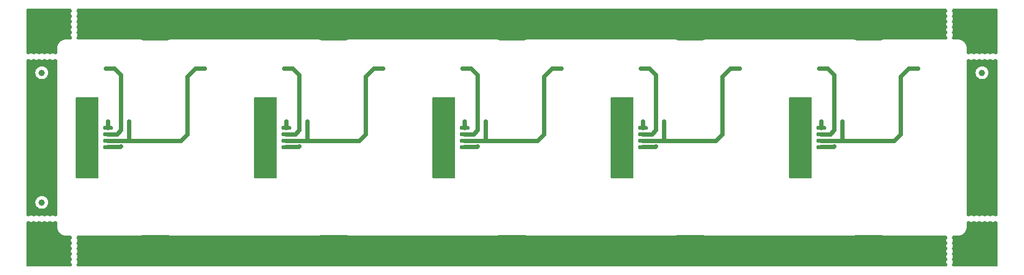
<source format=gtl>
G04 #@! TF.GenerationSoftware,KiCad,Pcbnew,6.0.2+dfsg-1*
G04 #@! TF.CreationDate,2023-06-21T21:29:58-06:00*
G04 #@! TF.ProjectId,ckt-dingdong-spk-array,636b742d-6469-46e6-9764-6f6e672d7370,rev?*
G04 #@! TF.SameCoordinates,Original*
G04 #@! TF.FileFunction,Copper,L1,Top*
G04 #@! TF.FilePolarity,Positive*
%FSLAX46Y46*%
G04 Gerber Fmt 4.6, Leading zero omitted, Abs format (unit mm)*
G04 Created by KiCad (PCBNEW 6.0.2+dfsg-1) date 2023-06-21 21:29:58*
%MOMM*%
%LPD*%
G01*
G04 APERTURE LIST*
G04 #@! TA.AperFunction,SMDPad,CuDef*
%ADD10C,1.000000*%
G04 #@! TD*
G04 #@! TA.AperFunction,ViaPad*
%ADD11C,0.609600*%
G04 #@! TD*
G04 #@! TA.AperFunction,Conductor*
%ADD12C,0.635000*%
G04 #@! TD*
G04 APERTURE END LIST*
G04 #@! TA.AperFunction,SMDPad,CuDef*
G36*
G01*
X27297000Y-33520000D02*
X28547000Y-33520000D01*
G75*
G02*
X28697000Y-33670000I0J-150000D01*
G01*
X28697000Y-33970000D01*
G75*
G02*
X28547000Y-34120000I-150000J0D01*
G01*
X27297000Y-34120000D01*
G75*
G02*
X27147000Y-33970000I0J150000D01*
G01*
X27147000Y-33670000D01*
G75*
G02*
X27297000Y-33520000I150000J0D01*
G01*
G37*
G04 #@! TD.AperFunction*
G04 #@! TA.AperFunction,SMDPad,CuDef*
G36*
G01*
X27297000Y-34520000D02*
X28547000Y-34520000D01*
G75*
G02*
X28697000Y-34670000I0J-150000D01*
G01*
X28697000Y-34970000D01*
G75*
G02*
X28547000Y-35120000I-150000J0D01*
G01*
X27297000Y-35120000D01*
G75*
G02*
X27147000Y-34970000I0J150000D01*
G01*
X27147000Y-34670000D01*
G75*
G02*
X27297000Y-34520000I150000J0D01*
G01*
G37*
G04 #@! TD.AperFunction*
G04 #@! TA.AperFunction,SMDPad,CuDef*
G36*
G01*
X27297000Y-35520000D02*
X28547000Y-35520000D01*
G75*
G02*
X28697000Y-35670000I0J-150000D01*
G01*
X28697000Y-35970000D01*
G75*
G02*
X28547000Y-36120000I-150000J0D01*
G01*
X27297000Y-36120000D01*
G75*
G02*
X27147000Y-35970000I0J150000D01*
G01*
X27147000Y-35670000D01*
G75*
G02*
X27297000Y-35520000I150000J0D01*
G01*
G37*
G04 #@! TD.AperFunction*
G04 #@! TA.AperFunction,SMDPad,CuDef*
G36*
G01*
X27297000Y-36520000D02*
X28547000Y-36520000D01*
G75*
G02*
X28697000Y-36670000I0J-150000D01*
G01*
X28697000Y-36970000D01*
G75*
G02*
X28547000Y-37120000I-150000J0D01*
G01*
X27297000Y-37120000D01*
G75*
G02*
X27147000Y-36970000I0J150000D01*
G01*
X27147000Y-36670000D01*
G75*
G02*
X27297000Y-36520000I150000J0D01*
G01*
G37*
G04 #@! TD.AperFunction*
G04 #@! TA.AperFunction,SMDPad,CuDef*
G36*
G01*
X23397000Y-31920000D02*
X24697000Y-31920000D01*
G75*
G02*
X24947000Y-32170000I0J-250000D01*
G01*
X24947000Y-32870000D01*
G75*
G02*
X24697000Y-33120000I-250000J0D01*
G01*
X23397000Y-33120000D01*
G75*
G02*
X23147000Y-32870000I0J250000D01*
G01*
X23147000Y-32170000D01*
G75*
G02*
X23397000Y-31920000I250000J0D01*
G01*
G37*
G04 #@! TD.AperFunction*
G04 #@! TA.AperFunction,SMDPad,CuDef*
G36*
G01*
X23397000Y-37520000D02*
X24697000Y-37520000D01*
G75*
G02*
X24947000Y-37770000I0J-250000D01*
G01*
X24947000Y-38470000D01*
G75*
G02*
X24697000Y-38720000I-250000J0D01*
G01*
X23397000Y-38720000D01*
G75*
G02*
X23147000Y-38470000I0J250000D01*
G01*
X23147000Y-37770000D01*
G75*
G02*
X23397000Y-37520000I250000J0D01*
G01*
G37*
G04 #@! TD.AperFunction*
G04 #@! TA.AperFunction,SMDPad,CuDef*
G36*
G01*
X139057000Y-33520000D02*
X140307000Y-33520000D01*
G75*
G02*
X140457000Y-33670000I0J-150000D01*
G01*
X140457000Y-33970000D01*
G75*
G02*
X140307000Y-34120000I-150000J0D01*
G01*
X139057000Y-34120000D01*
G75*
G02*
X138907000Y-33970000I0J150000D01*
G01*
X138907000Y-33670000D01*
G75*
G02*
X139057000Y-33520000I150000J0D01*
G01*
G37*
G04 #@! TD.AperFunction*
G04 #@! TA.AperFunction,SMDPad,CuDef*
G36*
G01*
X139057000Y-34520000D02*
X140307000Y-34520000D01*
G75*
G02*
X140457000Y-34670000I0J-150000D01*
G01*
X140457000Y-34970000D01*
G75*
G02*
X140307000Y-35120000I-150000J0D01*
G01*
X139057000Y-35120000D01*
G75*
G02*
X138907000Y-34970000I0J150000D01*
G01*
X138907000Y-34670000D01*
G75*
G02*
X139057000Y-34520000I150000J0D01*
G01*
G37*
G04 #@! TD.AperFunction*
G04 #@! TA.AperFunction,SMDPad,CuDef*
G36*
G01*
X139057000Y-35520000D02*
X140307000Y-35520000D01*
G75*
G02*
X140457000Y-35670000I0J-150000D01*
G01*
X140457000Y-35970000D01*
G75*
G02*
X140307000Y-36120000I-150000J0D01*
G01*
X139057000Y-36120000D01*
G75*
G02*
X138907000Y-35970000I0J150000D01*
G01*
X138907000Y-35670000D01*
G75*
G02*
X139057000Y-35520000I150000J0D01*
G01*
G37*
G04 #@! TD.AperFunction*
G04 #@! TA.AperFunction,SMDPad,CuDef*
G36*
G01*
X139057000Y-36520000D02*
X140307000Y-36520000D01*
G75*
G02*
X140457000Y-36670000I0J-150000D01*
G01*
X140457000Y-36970000D01*
G75*
G02*
X140307000Y-37120000I-150000J0D01*
G01*
X139057000Y-37120000D01*
G75*
G02*
X138907000Y-36970000I0J150000D01*
G01*
X138907000Y-36670000D01*
G75*
G02*
X139057000Y-36520000I150000J0D01*
G01*
G37*
G04 #@! TD.AperFunction*
G04 #@! TA.AperFunction,SMDPad,CuDef*
G36*
G01*
X135157000Y-31920000D02*
X136457000Y-31920000D01*
G75*
G02*
X136707000Y-32170000I0J-250000D01*
G01*
X136707000Y-32870000D01*
G75*
G02*
X136457000Y-33120000I-250000J0D01*
G01*
X135157000Y-33120000D01*
G75*
G02*
X134907000Y-32870000I0J250000D01*
G01*
X134907000Y-32170000D01*
G75*
G02*
X135157000Y-31920000I250000J0D01*
G01*
G37*
G04 #@! TD.AperFunction*
G04 #@! TA.AperFunction,SMDPad,CuDef*
G36*
G01*
X135157000Y-37520000D02*
X136457000Y-37520000D01*
G75*
G02*
X136707000Y-37770000I0J-250000D01*
G01*
X136707000Y-38470000D01*
G75*
G02*
X136457000Y-38720000I-250000J0D01*
G01*
X135157000Y-38720000D01*
G75*
G02*
X134907000Y-38470000I0J250000D01*
G01*
X134907000Y-37770000D01*
G75*
G02*
X135157000Y-37520000I250000J0D01*
G01*
G37*
G04 #@! TD.AperFunction*
G04 #@! TA.AperFunction,SMDPad,CuDef*
G36*
G01*
X111117000Y-33520000D02*
X112367000Y-33520000D01*
G75*
G02*
X112517000Y-33670000I0J-150000D01*
G01*
X112517000Y-33970000D01*
G75*
G02*
X112367000Y-34120000I-150000J0D01*
G01*
X111117000Y-34120000D01*
G75*
G02*
X110967000Y-33970000I0J150000D01*
G01*
X110967000Y-33670000D01*
G75*
G02*
X111117000Y-33520000I150000J0D01*
G01*
G37*
G04 #@! TD.AperFunction*
G04 #@! TA.AperFunction,SMDPad,CuDef*
G36*
G01*
X111117000Y-34520000D02*
X112367000Y-34520000D01*
G75*
G02*
X112517000Y-34670000I0J-150000D01*
G01*
X112517000Y-34970000D01*
G75*
G02*
X112367000Y-35120000I-150000J0D01*
G01*
X111117000Y-35120000D01*
G75*
G02*
X110967000Y-34970000I0J150000D01*
G01*
X110967000Y-34670000D01*
G75*
G02*
X111117000Y-34520000I150000J0D01*
G01*
G37*
G04 #@! TD.AperFunction*
G04 #@! TA.AperFunction,SMDPad,CuDef*
G36*
G01*
X111117000Y-35520000D02*
X112367000Y-35520000D01*
G75*
G02*
X112517000Y-35670000I0J-150000D01*
G01*
X112517000Y-35970000D01*
G75*
G02*
X112367000Y-36120000I-150000J0D01*
G01*
X111117000Y-36120000D01*
G75*
G02*
X110967000Y-35970000I0J150000D01*
G01*
X110967000Y-35670000D01*
G75*
G02*
X111117000Y-35520000I150000J0D01*
G01*
G37*
G04 #@! TD.AperFunction*
G04 #@! TA.AperFunction,SMDPad,CuDef*
G36*
G01*
X111117000Y-36520000D02*
X112367000Y-36520000D01*
G75*
G02*
X112517000Y-36670000I0J-150000D01*
G01*
X112517000Y-36970000D01*
G75*
G02*
X112367000Y-37120000I-150000J0D01*
G01*
X111117000Y-37120000D01*
G75*
G02*
X110967000Y-36970000I0J150000D01*
G01*
X110967000Y-36670000D01*
G75*
G02*
X111117000Y-36520000I150000J0D01*
G01*
G37*
G04 #@! TD.AperFunction*
G04 #@! TA.AperFunction,SMDPad,CuDef*
G36*
G01*
X107217000Y-31920000D02*
X108517000Y-31920000D01*
G75*
G02*
X108767000Y-32170000I0J-250000D01*
G01*
X108767000Y-32870000D01*
G75*
G02*
X108517000Y-33120000I-250000J0D01*
G01*
X107217000Y-33120000D01*
G75*
G02*
X106967000Y-32870000I0J250000D01*
G01*
X106967000Y-32170000D01*
G75*
G02*
X107217000Y-31920000I250000J0D01*
G01*
G37*
G04 #@! TD.AperFunction*
G04 #@! TA.AperFunction,SMDPad,CuDef*
G36*
G01*
X107217000Y-37520000D02*
X108517000Y-37520000D01*
G75*
G02*
X108767000Y-37770000I0J-250000D01*
G01*
X108767000Y-38470000D01*
G75*
G02*
X108517000Y-38720000I-250000J0D01*
G01*
X107217000Y-38720000D01*
G75*
G02*
X106967000Y-38470000I0J250000D01*
G01*
X106967000Y-37770000D01*
G75*
G02*
X107217000Y-37520000I250000J0D01*
G01*
G37*
G04 #@! TD.AperFunction*
D10*
X164860000Y-25160000D03*
X17540000Y-25160000D03*
G04 #@! TA.AperFunction,SMDPad,CuDef*
G36*
G01*
X83177000Y-33520000D02*
X84427000Y-33520000D01*
G75*
G02*
X84577000Y-33670000I0J-150000D01*
G01*
X84577000Y-33970000D01*
G75*
G02*
X84427000Y-34120000I-150000J0D01*
G01*
X83177000Y-34120000D01*
G75*
G02*
X83027000Y-33970000I0J150000D01*
G01*
X83027000Y-33670000D01*
G75*
G02*
X83177000Y-33520000I150000J0D01*
G01*
G37*
G04 #@! TD.AperFunction*
G04 #@! TA.AperFunction,SMDPad,CuDef*
G36*
G01*
X83177000Y-34520000D02*
X84427000Y-34520000D01*
G75*
G02*
X84577000Y-34670000I0J-150000D01*
G01*
X84577000Y-34970000D01*
G75*
G02*
X84427000Y-35120000I-150000J0D01*
G01*
X83177000Y-35120000D01*
G75*
G02*
X83027000Y-34970000I0J150000D01*
G01*
X83027000Y-34670000D01*
G75*
G02*
X83177000Y-34520000I150000J0D01*
G01*
G37*
G04 #@! TD.AperFunction*
G04 #@! TA.AperFunction,SMDPad,CuDef*
G36*
G01*
X83177000Y-35520000D02*
X84427000Y-35520000D01*
G75*
G02*
X84577000Y-35670000I0J-150000D01*
G01*
X84577000Y-35970000D01*
G75*
G02*
X84427000Y-36120000I-150000J0D01*
G01*
X83177000Y-36120000D01*
G75*
G02*
X83027000Y-35970000I0J150000D01*
G01*
X83027000Y-35670000D01*
G75*
G02*
X83177000Y-35520000I150000J0D01*
G01*
G37*
G04 #@! TD.AperFunction*
G04 #@! TA.AperFunction,SMDPad,CuDef*
G36*
G01*
X83177000Y-36520000D02*
X84427000Y-36520000D01*
G75*
G02*
X84577000Y-36670000I0J-150000D01*
G01*
X84577000Y-36970000D01*
G75*
G02*
X84427000Y-37120000I-150000J0D01*
G01*
X83177000Y-37120000D01*
G75*
G02*
X83027000Y-36970000I0J150000D01*
G01*
X83027000Y-36670000D01*
G75*
G02*
X83177000Y-36520000I150000J0D01*
G01*
G37*
G04 #@! TD.AperFunction*
G04 #@! TA.AperFunction,SMDPad,CuDef*
G36*
G01*
X79277000Y-37520000D02*
X80577000Y-37520000D01*
G75*
G02*
X80827000Y-37770000I0J-250000D01*
G01*
X80827000Y-38470000D01*
G75*
G02*
X80577000Y-38720000I-250000J0D01*
G01*
X79277000Y-38720000D01*
G75*
G02*
X79027000Y-38470000I0J250000D01*
G01*
X79027000Y-37770000D01*
G75*
G02*
X79277000Y-37520000I250000J0D01*
G01*
G37*
G04 #@! TD.AperFunction*
G04 #@! TA.AperFunction,SMDPad,CuDef*
G36*
G01*
X79277000Y-31920000D02*
X80577000Y-31920000D01*
G75*
G02*
X80827000Y-32170000I0J-250000D01*
G01*
X80827000Y-32870000D01*
G75*
G02*
X80577000Y-33120000I-250000J0D01*
G01*
X79277000Y-33120000D01*
G75*
G02*
X79027000Y-32870000I0J250000D01*
G01*
X79027000Y-32170000D01*
G75*
G02*
X79277000Y-31920000I250000J0D01*
G01*
G37*
G04 #@! TD.AperFunction*
X17540000Y-45480000D03*
G04 #@! TA.AperFunction,SMDPad,CuDef*
G36*
G01*
X55237000Y-33520000D02*
X56487000Y-33520000D01*
G75*
G02*
X56637000Y-33670000I0J-150000D01*
G01*
X56637000Y-33970000D01*
G75*
G02*
X56487000Y-34120000I-150000J0D01*
G01*
X55237000Y-34120000D01*
G75*
G02*
X55087000Y-33970000I0J150000D01*
G01*
X55087000Y-33670000D01*
G75*
G02*
X55237000Y-33520000I150000J0D01*
G01*
G37*
G04 #@! TD.AperFunction*
G04 #@! TA.AperFunction,SMDPad,CuDef*
G36*
G01*
X55237000Y-34520000D02*
X56487000Y-34520000D01*
G75*
G02*
X56637000Y-34670000I0J-150000D01*
G01*
X56637000Y-34970000D01*
G75*
G02*
X56487000Y-35120000I-150000J0D01*
G01*
X55237000Y-35120000D01*
G75*
G02*
X55087000Y-34970000I0J150000D01*
G01*
X55087000Y-34670000D01*
G75*
G02*
X55237000Y-34520000I150000J0D01*
G01*
G37*
G04 #@! TD.AperFunction*
G04 #@! TA.AperFunction,SMDPad,CuDef*
G36*
G01*
X55237000Y-35520000D02*
X56487000Y-35520000D01*
G75*
G02*
X56637000Y-35670000I0J-150000D01*
G01*
X56637000Y-35970000D01*
G75*
G02*
X56487000Y-36120000I-150000J0D01*
G01*
X55237000Y-36120000D01*
G75*
G02*
X55087000Y-35970000I0J150000D01*
G01*
X55087000Y-35670000D01*
G75*
G02*
X55237000Y-35520000I150000J0D01*
G01*
G37*
G04 #@! TD.AperFunction*
G04 #@! TA.AperFunction,SMDPad,CuDef*
G36*
G01*
X55237000Y-36520000D02*
X56487000Y-36520000D01*
G75*
G02*
X56637000Y-36670000I0J-150000D01*
G01*
X56637000Y-36970000D01*
G75*
G02*
X56487000Y-37120000I-150000J0D01*
G01*
X55237000Y-37120000D01*
G75*
G02*
X55087000Y-36970000I0J150000D01*
G01*
X55087000Y-36670000D01*
G75*
G02*
X55237000Y-36520000I150000J0D01*
G01*
G37*
G04 #@! TD.AperFunction*
G04 #@! TA.AperFunction,SMDPad,CuDef*
G36*
G01*
X51337000Y-31920000D02*
X52637000Y-31920000D01*
G75*
G02*
X52887000Y-32170000I0J-250000D01*
G01*
X52887000Y-32870000D01*
G75*
G02*
X52637000Y-33120000I-250000J0D01*
G01*
X51337000Y-33120000D01*
G75*
G02*
X51087000Y-32870000I0J250000D01*
G01*
X51087000Y-32170000D01*
G75*
G02*
X51337000Y-31920000I250000J0D01*
G01*
G37*
G04 #@! TD.AperFunction*
G04 #@! TA.AperFunction,SMDPad,CuDef*
G36*
G01*
X51337000Y-37520000D02*
X52637000Y-37520000D01*
G75*
G02*
X52887000Y-37770000I0J-250000D01*
G01*
X52887000Y-38470000D01*
G75*
G02*
X52637000Y-38720000I-250000J0D01*
G01*
X51337000Y-38720000D01*
G75*
G02*
X51087000Y-38470000I0J250000D01*
G01*
X51087000Y-37770000D01*
G75*
G02*
X51337000Y-37520000I250000J0D01*
G01*
G37*
G04 #@! TD.AperFunction*
D11*
X31256000Y-32780000D03*
X43067000Y-24525000D03*
X27954000Y-32780000D03*
X27573000Y-24525000D03*
X29986000Y-34177000D03*
X29986000Y-36717000D03*
X59196000Y-32780000D03*
X71007000Y-24525000D03*
X55894000Y-32780000D03*
X55513000Y-24525000D03*
X57926000Y-34177000D03*
X57926000Y-36717000D03*
X87136000Y-32780000D03*
X98947000Y-24525000D03*
X83834000Y-32780000D03*
X83453000Y-24525000D03*
X85866000Y-34177000D03*
X85866000Y-36717000D03*
X115076000Y-32780000D03*
X126887000Y-24525000D03*
X111774000Y-32780000D03*
X111393000Y-24525000D03*
X113806000Y-34177000D03*
X113806000Y-36717000D03*
X143016000Y-32780000D03*
X154827000Y-24525000D03*
X139714000Y-32780000D03*
X139333000Y-24525000D03*
X141746000Y-34177000D03*
X141746000Y-36717000D03*
D12*
X40400000Y-34812000D02*
X40400000Y-25795000D01*
X31256000Y-35701000D02*
X31375000Y-35820000D01*
X31375000Y-35820000D02*
X31264000Y-35820000D01*
X31264000Y-35820000D02*
X27922000Y-35820000D01*
X40400000Y-25795000D02*
X41670000Y-24525000D01*
X41670000Y-24525000D02*
X43067000Y-24525000D01*
X40400000Y-34812000D02*
X39392000Y-35820000D01*
X27954000Y-32780000D02*
X27954000Y-33788000D01*
X31256000Y-32780000D02*
X31256000Y-35701000D01*
X39392000Y-35820000D02*
X31375000Y-35820000D01*
X29986000Y-34177000D02*
X29343000Y-34820000D01*
X29986000Y-25541000D02*
X29986000Y-34177000D01*
X27922000Y-36820000D02*
X29883000Y-36820000D01*
X28970000Y-24525000D02*
X29986000Y-25541000D01*
X29883000Y-36820000D02*
X29986000Y-36717000D01*
X29343000Y-34820000D02*
X27922000Y-34820000D01*
X27573000Y-24525000D02*
X28970000Y-24525000D01*
X68340000Y-34812000D02*
X68340000Y-25795000D01*
X59196000Y-35701000D02*
X59315000Y-35820000D01*
X59315000Y-35820000D02*
X59204000Y-35820000D01*
X59204000Y-35820000D02*
X55862000Y-35820000D01*
X68340000Y-25795000D02*
X69610000Y-24525000D01*
X69610000Y-24525000D02*
X71007000Y-24525000D01*
X68340000Y-34812000D02*
X67332000Y-35820000D01*
X55894000Y-32780000D02*
X55894000Y-33788000D01*
X59196000Y-32780000D02*
X59196000Y-35701000D01*
X67332000Y-35820000D02*
X59315000Y-35820000D01*
X57926000Y-34177000D02*
X57283000Y-34820000D01*
X57926000Y-25541000D02*
X57926000Y-34177000D01*
X55862000Y-36820000D02*
X57823000Y-36820000D01*
X56910000Y-24525000D02*
X57926000Y-25541000D01*
X57823000Y-36820000D02*
X57926000Y-36717000D01*
X57283000Y-34820000D02*
X55862000Y-34820000D01*
X55513000Y-24525000D02*
X56910000Y-24525000D01*
X96280000Y-34812000D02*
X96280000Y-25795000D01*
X87136000Y-35701000D02*
X87255000Y-35820000D01*
X87255000Y-35820000D02*
X87144000Y-35820000D01*
X87144000Y-35820000D02*
X83802000Y-35820000D01*
X96280000Y-25795000D02*
X97550000Y-24525000D01*
X97550000Y-24525000D02*
X98947000Y-24525000D01*
X96280000Y-34812000D02*
X95272000Y-35820000D01*
X83834000Y-32780000D02*
X83834000Y-33788000D01*
X87136000Y-32780000D02*
X87136000Y-35701000D01*
X95272000Y-35820000D02*
X87255000Y-35820000D01*
X85866000Y-34177000D02*
X85223000Y-34820000D01*
X85866000Y-25541000D02*
X85866000Y-34177000D01*
X83802000Y-36820000D02*
X85763000Y-36820000D01*
X84850000Y-24525000D02*
X85866000Y-25541000D01*
X85763000Y-36820000D02*
X85866000Y-36717000D01*
X85223000Y-34820000D02*
X83802000Y-34820000D01*
X83453000Y-24525000D02*
X84850000Y-24525000D01*
X124220000Y-34812000D02*
X124220000Y-25795000D01*
X115076000Y-35701000D02*
X115195000Y-35820000D01*
X115195000Y-35820000D02*
X115084000Y-35820000D01*
X115084000Y-35820000D02*
X111742000Y-35820000D01*
X124220000Y-25795000D02*
X125490000Y-24525000D01*
X125490000Y-24525000D02*
X126887000Y-24525000D01*
X124220000Y-34812000D02*
X123212000Y-35820000D01*
X111774000Y-32780000D02*
X111774000Y-33788000D01*
X115076000Y-32780000D02*
X115076000Y-35701000D01*
X123212000Y-35820000D02*
X115195000Y-35820000D01*
X113806000Y-34177000D02*
X113163000Y-34820000D01*
X113806000Y-25541000D02*
X113806000Y-34177000D01*
X111742000Y-36820000D02*
X113703000Y-36820000D01*
X112790000Y-24525000D02*
X113806000Y-25541000D01*
X113703000Y-36820000D02*
X113806000Y-36717000D01*
X113163000Y-34820000D02*
X111742000Y-34820000D01*
X111393000Y-24525000D02*
X112790000Y-24525000D01*
X152160000Y-34812000D02*
X152160000Y-25795000D01*
X143016000Y-35701000D02*
X143135000Y-35820000D01*
X143135000Y-35820000D02*
X143024000Y-35820000D01*
X143024000Y-35820000D02*
X139682000Y-35820000D01*
X152160000Y-25795000D02*
X153430000Y-24525000D01*
X153430000Y-24525000D02*
X154827000Y-24525000D01*
X152160000Y-34812000D02*
X151152000Y-35820000D01*
X139714000Y-32780000D02*
X139714000Y-33788000D01*
X143016000Y-32780000D02*
X143016000Y-35701000D01*
X151152000Y-35820000D02*
X143135000Y-35820000D01*
X141746000Y-34177000D02*
X141103000Y-34820000D01*
X141746000Y-25541000D02*
X141746000Y-34177000D01*
X139682000Y-36820000D02*
X141643000Y-36820000D01*
X140730000Y-24525000D02*
X141746000Y-25541000D01*
X141643000Y-36820000D02*
X141746000Y-36717000D01*
X141103000Y-34820000D02*
X139682000Y-34820000D01*
X139333000Y-24525000D02*
X140730000Y-24525000D01*
G04 #@! TA.AperFunction,Conductor*
G36*
X54312121Y-28990002D02*
G01*
X54358614Y-29043658D01*
X54370000Y-29096000D01*
X54370000Y-41544000D01*
X54349998Y-41612121D01*
X54296342Y-41658614D01*
X54244000Y-41670000D01*
X50940000Y-41670000D01*
X50871879Y-41649998D01*
X50825386Y-41596342D01*
X50814000Y-41544000D01*
X50814000Y-29096000D01*
X50834002Y-29027879D01*
X50887658Y-28981386D01*
X50940000Y-28970000D01*
X54244000Y-28970000D01*
X54312121Y-28990002D01*
G37*
G04 #@! TD.AperFunction*
G04 #@! TA.AperFunction,Conductor*
G36*
X82252121Y-28990002D02*
G01*
X82298614Y-29043658D01*
X82310000Y-29096000D01*
X82310000Y-41544000D01*
X82289998Y-41612121D01*
X82236342Y-41658614D01*
X82184000Y-41670000D01*
X78880000Y-41670000D01*
X78811879Y-41649998D01*
X78765386Y-41596342D01*
X78754000Y-41544000D01*
X78754000Y-29096000D01*
X78774002Y-29027879D01*
X78827658Y-28981386D01*
X78880000Y-28970000D01*
X82184000Y-28970000D01*
X82252121Y-28990002D01*
G37*
G04 #@! TD.AperFunction*
G04 #@! TA.AperFunction,Conductor*
G36*
X26372121Y-28990002D02*
G01*
X26418614Y-29043658D01*
X26430000Y-29096000D01*
X26430000Y-41544000D01*
X26409998Y-41612121D01*
X26356342Y-41658614D01*
X26304000Y-41670000D01*
X23000000Y-41670000D01*
X22931879Y-41649998D01*
X22885386Y-41596342D01*
X22874000Y-41544000D01*
X22874000Y-29096000D01*
X22894002Y-29027879D01*
X22947658Y-28981386D01*
X23000000Y-28970000D01*
X26304000Y-28970000D01*
X26372121Y-28990002D01*
G37*
G04 #@! TD.AperFunction*
G04 #@! TA.AperFunction,Conductor*
G36*
X110192121Y-28990002D02*
G01*
X110238614Y-29043658D01*
X110250000Y-29096000D01*
X110250000Y-41544000D01*
X110229998Y-41612121D01*
X110176342Y-41658614D01*
X110124000Y-41670000D01*
X106820000Y-41670000D01*
X106751879Y-41649998D01*
X106705386Y-41596342D01*
X106694000Y-41544000D01*
X106694000Y-29096000D01*
X106714002Y-29027879D01*
X106767658Y-28981386D01*
X106820000Y-28970000D01*
X110124000Y-28970000D01*
X110192121Y-28990002D01*
G37*
G04 #@! TD.AperFunction*
G04 #@! TA.AperFunction,Conductor*
G36*
X138132121Y-28990002D02*
G01*
X138178614Y-29043658D01*
X138190000Y-29096000D01*
X138190000Y-41544000D01*
X138169998Y-41612121D01*
X138116342Y-41658614D01*
X138064000Y-41670000D01*
X134760000Y-41670000D01*
X134691879Y-41649998D01*
X134645386Y-41596342D01*
X134634000Y-41544000D01*
X134634000Y-29096000D01*
X134654002Y-29027879D01*
X134707658Y-28981386D01*
X134760000Y-28970000D01*
X138064000Y-28970000D01*
X138132121Y-28990002D01*
G37*
G04 #@! TD.AperFunction*
G04 #@! TA.AperFunction,NonConductor*
G36*
X159266298Y-15147002D02*
G01*
X159312696Y-15200972D01*
X159314739Y-15208121D01*
X159319528Y-15215712D01*
X159319529Y-15215713D01*
X159343056Y-15253000D01*
X159391853Y-15330339D01*
X159398578Y-15336279D01*
X159403264Y-15341784D01*
X159432183Y-15406624D01*
X159421455Y-15476806D01*
X159402454Y-15505979D01*
X159395918Y-15511611D01*
X159317317Y-15632877D01*
X159275910Y-15771330D01*
X159275855Y-15780304D01*
X159275855Y-15780306D01*
X159275469Y-15843585D01*
X159275028Y-15915840D01*
X159277495Y-15924471D01*
X159277495Y-15924473D01*
X159312272Y-16046158D01*
X159312274Y-16046162D01*
X159314739Y-16054788D01*
X159391853Y-16177006D01*
X159398578Y-16182946D01*
X159403264Y-16188451D01*
X159432183Y-16253291D01*
X159421455Y-16323473D01*
X159402454Y-16352646D01*
X159395918Y-16358278D01*
X159317317Y-16479544D01*
X159275910Y-16617997D01*
X159275855Y-16626971D01*
X159275855Y-16626973D01*
X159275469Y-16690252D01*
X159275028Y-16762507D01*
X159277495Y-16771138D01*
X159277495Y-16771140D01*
X159312272Y-16892825D01*
X159312274Y-16892829D01*
X159314739Y-16901455D01*
X159391853Y-17023673D01*
X159398584Y-17029618D01*
X159403263Y-17035115D01*
X159432182Y-17099955D01*
X159421456Y-17170137D01*
X159402454Y-17199312D01*
X159395918Y-17204944D01*
X159317317Y-17326210D01*
X159275910Y-17464663D01*
X159275855Y-17473637D01*
X159275855Y-17473639D01*
X159275469Y-17536918D01*
X159275028Y-17609173D01*
X159277495Y-17617804D01*
X159277495Y-17617806D01*
X159312272Y-17739491D01*
X159312274Y-17739495D01*
X159314739Y-17748121D01*
X159391853Y-17870339D01*
X159398578Y-17876279D01*
X159403264Y-17881784D01*
X159432183Y-17946624D01*
X159421455Y-18016806D01*
X159402454Y-18045979D01*
X159395918Y-18051611D01*
X159317317Y-18172877D01*
X159275910Y-18311330D01*
X159275855Y-18320304D01*
X159275855Y-18320306D01*
X159275469Y-18383585D01*
X159275028Y-18455840D01*
X159277495Y-18464471D01*
X159277495Y-18464473D01*
X159312272Y-18586158D01*
X159312274Y-18586162D01*
X159314739Y-18594788D01*
X159391853Y-18717006D01*
X159398578Y-18722946D01*
X159403264Y-18728451D01*
X159432183Y-18793291D01*
X159421455Y-18863473D01*
X159402454Y-18892646D01*
X159395918Y-18898278D01*
X159317317Y-19019544D01*
X159275910Y-19157997D01*
X159275855Y-19166971D01*
X159275855Y-19166973D01*
X159275469Y-19230252D01*
X159275028Y-19302507D01*
X159277495Y-19311138D01*
X159277495Y-19311140D01*
X159312272Y-19432825D01*
X159312274Y-19432829D01*
X159314739Y-19441455D01*
X159391853Y-19563673D01*
X159398584Y-19569618D01*
X159403263Y-19575115D01*
X159432182Y-19639955D01*
X159421456Y-19710137D01*
X159402454Y-19739312D01*
X159395918Y-19744944D01*
X159317317Y-19866210D01*
X159314745Y-19874809D01*
X159312415Y-19879852D01*
X159265684Y-19933300D01*
X159198036Y-19953000D01*
X149658372Y-19953000D01*
X149652391Y-19952858D01*
X149645091Y-19952511D01*
X149644591Y-19952205D01*
X149643975Y-19952131D01*
X149639441Y-19952242D01*
X149639436Y-19952242D01*
X149610114Y-19952962D01*
X149607023Y-19953000D01*
X149591845Y-19953000D01*
X149591845Y-19951170D01*
X149584703Y-19950663D01*
X149584707Y-19952447D01*
X149576834Y-19952463D01*
X149576328Y-19952187D01*
X149575709Y-19952144D01*
X149571222Y-19952475D01*
X149571215Y-19952475D01*
X149545015Y-19954408D01*
X149538840Y-19954711D01*
X149530660Y-19954912D01*
X149526789Y-19955007D01*
X149526775Y-19954445D01*
X149523658Y-19954338D01*
X149523779Y-19955970D01*
X149523760Y-19955976D01*
X149523519Y-19955994D01*
X149516123Y-19955394D01*
X149508800Y-19955767D01*
X149508273Y-19955512D01*
X149507653Y-19955499D01*
X149477108Y-19959266D01*
X149470969Y-19959871D01*
X149458922Y-19960759D01*
X149458880Y-19960185D01*
X149455956Y-19960227D01*
X149456153Y-19961800D01*
X149455956Y-19961874D01*
X149448591Y-19961643D01*
X149441005Y-19962402D01*
X149440462Y-19962171D01*
X149439842Y-19962188D01*
X149410946Y-19967202D01*
X149409526Y-19967448D01*
X149403409Y-19968355D01*
X149391435Y-19969832D01*
X149391366Y-19969272D01*
X149388381Y-19969463D01*
X149388655Y-19971034D01*
X149388518Y-19971093D01*
X149388391Y-19971115D01*
X149380950Y-19971247D01*
X149373607Y-19972350D01*
X149373060Y-19972149D01*
X149372441Y-19972197D01*
X149368021Y-19973190D01*
X149368018Y-19973190D01*
X149342419Y-19978938D01*
X149336378Y-19980140D01*
X149324466Y-19982207D01*
X149324464Y-19982208D01*
X149324463Y-19982208D01*
X149324366Y-19981649D01*
X149321501Y-19981974D01*
X149321846Y-19983496D01*
X149321621Y-19983606D01*
X149314246Y-19984101D01*
X149306785Y-19985598D01*
X149306226Y-19985423D01*
X149305610Y-19985501D01*
X149301246Y-19986709D01*
X149301240Y-19986710D01*
X149275967Y-19993705D01*
X149269963Y-19995209D01*
X149258186Y-19997853D01*
X149258061Y-19997298D01*
X149255204Y-19997765D01*
X149255624Y-19999273D01*
X149255413Y-19999390D01*
X149248084Y-20000245D01*
X149240697Y-20002108D01*
X149240129Y-20001960D01*
X149239518Y-20002068D01*
X149210292Y-20011723D01*
X149204391Y-20013513D01*
X149192751Y-20016734D01*
X149192600Y-20016189D01*
X149189692Y-20016813D01*
X149190193Y-20018322D01*
X149190054Y-20018408D01*
X149189984Y-20018431D01*
X149182671Y-20019648D01*
X149175491Y-20021839D01*
X149174918Y-20021720D01*
X149174313Y-20021858D01*
X149170079Y-20023491D01*
X149170070Y-20023494D01*
X149145593Y-20032936D01*
X149139766Y-20035021D01*
X149128326Y-20038800D01*
X149128150Y-20038268D01*
X149125037Y-20039098D01*
X149125630Y-20040638D01*
X149125375Y-20040736D01*
X149125365Y-20040740D01*
X149118079Y-20042317D01*
X149111332Y-20044746D01*
X149110759Y-20044656D01*
X149110161Y-20044824D01*
X149106033Y-20046654D01*
X149106024Y-20046657D01*
X149082011Y-20057301D01*
X149076325Y-20059657D01*
X149065061Y-20064002D01*
X149065060Y-20064003D01*
X149064853Y-20063466D01*
X149062113Y-20064341D01*
X149062751Y-20065771D01*
X149062563Y-20065915D01*
X149055511Y-20067815D01*
X149049430Y-20070344D01*
X149047786Y-20070672D01*
X149047800Y-20070714D01*
X149047212Y-20070910D01*
X149047173Y-20070794D01*
X149036716Y-20072882D01*
X149028091Y-20075207D01*
X149025573Y-20076011D01*
X149025017Y-20076071D01*
X149024938Y-20076057D01*
X149024796Y-20076095D01*
X149021443Y-20076456D01*
X149021388Y-20075942D01*
X149001056Y-20080000D01*
X145159483Y-20080000D01*
X145112838Y-20069568D01*
X145112388Y-20070734D01*
X145112387Y-20070733D01*
X145083660Y-20059652D01*
X145077969Y-20057294D01*
X145066934Y-20052402D01*
X145067163Y-20051884D01*
X145064385Y-20050451D01*
X145063793Y-20051986D01*
X145063785Y-20051985D01*
X145063567Y-20051901D01*
X145057148Y-20048201D01*
X145050352Y-20045399D01*
X145049984Y-20044943D01*
X145049429Y-20044666D01*
X145020191Y-20035007D01*
X145014423Y-20032944D01*
X145003134Y-20028589D01*
X145003132Y-20028589D01*
X145003130Y-20028588D01*
X145003329Y-20028073D01*
X145000413Y-20026748D01*
X144999898Y-20028304D01*
X144999612Y-20028209D01*
X144992968Y-20024802D01*
X144986223Y-20022403D01*
X144985838Y-20021971D01*
X144985270Y-20021722D01*
X144980927Y-20020520D01*
X144980921Y-20020518D01*
X144955603Y-20013512D01*
X144949687Y-20011717D01*
X144938239Y-20007935D01*
X144938236Y-20007934D01*
X144938411Y-20007404D01*
X144935657Y-20006313D01*
X144935239Y-20007834D01*
X144935068Y-20007828D01*
X144934981Y-20007804D01*
X144928217Y-20004750D01*
X144921050Y-20002589D01*
X144920640Y-20002172D01*
X144920061Y-20001951D01*
X144915642Y-20000959D01*
X144915633Y-20000956D01*
X144890024Y-19995206D01*
X144884033Y-19993705D01*
X144872413Y-19990489D01*
X144872409Y-19990488D01*
X144872555Y-19989959D01*
X144869477Y-19988911D01*
X144869116Y-19990511D01*
X144868788Y-19990437D01*
X144861812Y-19987684D01*
X144854971Y-19985987D01*
X144854549Y-19985597D01*
X144853959Y-19985405D01*
X144823652Y-19980146D01*
X144817590Y-19978940D01*
X144806719Y-19976499D01*
X144805810Y-19976295D01*
X144805933Y-19975748D01*
X144803018Y-19974910D01*
X144802745Y-19976492D01*
X144802633Y-19976499D01*
X144802458Y-19976469D01*
X144795389Y-19974078D01*
X144788169Y-19972657D01*
X144787724Y-19972285D01*
X144787126Y-19972122D01*
X144782644Y-19971569D01*
X144782643Y-19971569D01*
X144756608Y-19968358D01*
X144750494Y-19967451D01*
X144738586Y-19965385D01*
X144738683Y-19964824D01*
X144735826Y-19964151D01*
X144735635Y-19965721D01*
X144735424Y-19965745D01*
X144735406Y-19965743D01*
X144728290Y-19963722D01*
X144720798Y-19962623D01*
X144720330Y-19962269D01*
X144719724Y-19962135D01*
X144715200Y-19961801D01*
X144715198Y-19961801D01*
X144699852Y-19960669D01*
X144689025Y-19959871D01*
X144682886Y-19959266D01*
X144670907Y-19957788D01*
X144670905Y-19957788D01*
X144670975Y-19957222D01*
X144668042Y-19956683D01*
X144667927Y-19958278D01*
X144667772Y-19958303D01*
X144667675Y-19958296D01*
X144660436Y-19956618D01*
X144653005Y-19955899D01*
X144652520Y-19955569D01*
X144651908Y-19955465D01*
X144625597Y-19954819D01*
X144621145Y-19954710D01*
X144614969Y-19954407D01*
X144606198Y-19953760D01*
X144606192Y-19953760D01*
X144602941Y-19953520D01*
X144602466Y-19953622D01*
X144595914Y-19953380D01*
X144595871Y-19953977D01*
X144587962Y-19953407D01*
X144587470Y-19953089D01*
X144586856Y-19953000D01*
X144552974Y-19953000D01*
X144549884Y-19952962D01*
X144534721Y-19952590D01*
X144534783Y-19950059D01*
X144533185Y-19949789D01*
X144533185Y-19953000D01*
X121718372Y-19953000D01*
X121712391Y-19952858D01*
X121705091Y-19952511D01*
X121704591Y-19952205D01*
X121703975Y-19952131D01*
X121699441Y-19952242D01*
X121699436Y-19952242D01*
X121670114Y-19952962D01*
X121667023Y-19953000D01*
X121651845Y-19953000D01*
X121651845Y-19951170D01*
X121644703Y-19950663D01*
X121644707Y-19952447D01*
X121636834Y-19952463D01*
X121636328Y-19952187D01*
X121635709Y-19952144D01*
X121631222Y-19952475D01*
X121631215Y-19952475D01*
X121605015Y-19954408D01*
X121598840Y-19954711D01*
X121590660Y-19954912D01*
X121586789Y-19955007D01*
X121586775Y-19954445D01*
X121583658Y-19954338D01*
X121583779Y-19955970D01*
X121583760Y-19955976D01*
X121583519Y-19955994D01*
X121576123Y-19955394D01*
X121568800Y-19955767D01*
X121568273Y-19955512D01*
X121567653Y-19955499D01*
X121537108Y-19959266D01*
X121530969Y-19959871D01*
X121518922Y-19960759D01*
X121518880Y-19960185D01*
X121515956Y-19960227D01*
X121516153Y-19961800D01*
X121515956Y-19961874D01*
X121508591Y-19961643D01*
X121501005Y-19962402D01*
X121500462Y-19962171D01*
X121499842Y-19962188D01*
X121470946Y-19967202D01*
X121469526Y-19967448D01*
X121463409Y-19968355D01*
X121451435Y-19969832D01*
X121451366Y-19969272D01*
X121448381Y-19969463D01*
X121448655Y-19971034D01*
X121448518Y-19971093D01*
X121448391Y-19971115D01*
X121440950Y-19971247D01*
X121433607Y-19972350D01*
X121433060Y-19972149D01*
X121432441Y-19972197D01*
X121428021Y-19973190D01*
X121428018Y-19973190D01*
X121402419Y-19978938D01*
X121396378Y-19980140D01*
X121384466Y-19982207D01*
X121384464Y-19982208D01*
X121384463Y-19982208D01*
X121384366Y-19981649D01*
X121381501Y-19981974D01*
X121381846Y-19983496D01*
X121381621Y-19983606D01*
X121374246Y-19984101D01*
X121366785Y-19985598D01*
X121366226Y-19985423D01*
X121365610Y-19985501D01*
X121361246Y-19986709D01*
X121361240Y-19986710D01*
X121335967Y-19993705D01*
X121329963Y-19995209D01*
X121318186Y-19997853D01*
X121318061Y-19997298D01*
X121315204Y-19997765D01*
X121315624Y-19999273D01*
X121315413Y-19999390D01*
X121308084Y-20000245D01*
X121300697Y-20002108D01*
X121300129Y-20001960D01*
X121299518Y-20002068D01*
X121270292Y-20011723D01*
X121264391Y-20013513D01*
X121252751Y-20016734D01*
X121252600Y-20016189D01*
X121249692Y-20016813D01*
X121250193Y-20018322D01*
X121250054Y-20018408D01*
X121249984Y-20018431D01*
X121242671Y-20019648D01*
X121235491Y-20021839D01*
X121234918Y-20021720D01*
X121234313Y-20021858D01*
X121230079Y-20023491D01*
X121230070Y-20023494D01*
X121205593Y-20032936D01*
X121199766Y-20035021D01*
X121188326Y-20038800D01*
X121188150Y-20038268D01*
X121185037Y-20039098D01*
X121185630Y-20040638D01*
X121185375Y-20040736D01*
X121185365Y-20040740D01*
X121178079Y-20042317D01*
X121171332Y-20044746D01*
X121170759Y-20044656D01*
X121170161Y-20044824D01*
X121166033Y-20046654D01*
X121166024Y-20046657D01*
X121142011Y-20057301D01*
X121136325Y-20059657D01*
X121125061Y-20064002D01*
X121125060Y-20064003D01*
X121124853Y-20063466D01*
X121122113Y-20064341D01*
X121122751Y-20065771D01*
X121122563Y-20065915D01*
X121115511Y-20067815D01*
X121109430Y-20070344D01*
X121107786Y-20070672D01*
X121107800Y-20070714D01*
X121107212Y-20070910D01*
X121107173Y-20070794D01*
X121096716Y-20072882D01*
X121088091Y-20075207D01*
X121085573Y-20076011D01*
X121085017Y-20076071D01*
X121084938Y-20076057D01*
X121084796Y-20076095D01*
X121081443Y-20076456D01*
X121081388Y-20075942D01*
X121061056Y-20080000D01*
X117219483Y-20080000D01*
X117172838Y-20069568D01*
X117172388Y-20070734D01*
X117172387Y-20070733D01*
X117143660Y-20059652D01*
X117137969Y-20057294D01*
X117126934Y-20052402D01*
X117127163Y-20051884D01*
X117124385Y-20050451D01*
X117123793Y-20051986D01*
X117123785Y-20051985D01*
X117123567Y-20051901D01*
X117117148Y-20048201D01*
X117110352Y-20045399D01*
X117109984Y-20044943D01*
X117109429Y-20044666D01*
X117080191Y-20035007D01*
X117074423Y-20032944D01*
X117063134Y-20028589D01*
X117063132Y-20028589D01*
X117063130Y-20028588D01*
X117063329Y-20028073D01*
X117060413Y-20026748D01*
X117059898Y-20028304D01*
X117059612Y-20028209D01*
X117052968Y-20024802D01*
X117046223Y-20022403D01*
X117045838Y-20021971D01*
X117045270Y-20021722D01*
X117040927Y-20020520D01*
X117040921Y-20020518D01*
X117015603Y-20013512D01*
X117009687Y-20011717D01*
X116998239Y-20007935D01*
X116998236Y-20007934D01*
X116998411Y-20007404D01*
X116995657Y-20006313D01*
X116995239Y-20007834D01*
X116995068Y-20007828D01*
X116994981Y-20007804D01*
X116988217Y-20004750D01*
X116981050Y-20002589D01*
X116980640Y-20002172D01*
X116980061Y-20001951D01*
X116975642Y-20000959D01*
X116975633Y-20000956D01*
X116950024Y-19995206D01*
X116944033Y-19993705D01*
X116932413Y-19990489D01*
X116932409Y-19990488D01*
X116932555Y-19989959D01*
X116929477Y-19988911D01*
X116929116Y-19990511D01*
X116928788Y-19990437D01*
X116921812Y-19987684D01*
X116914971Y-19985987D01*
X116914549Y-19985597D01*
X116913959Y-19985405D01*
X116883652Y-19980146D01*
X116877590Y-19978940D01*
X116866719Y-19976499D01*
X116865810Y-19976295D01*
X116865933Y-19975748D01*
X116863018Y-19974910D01*
X116862745Y-19976492D01*
X116862633Y-19976499D01*
X116862458Y-19976469D01*
X116855389Y-19974078D01*
X116848169Y-19972657D01*
X116847724Y-19972285D01*
X116847126Y-19972122D01*
X116842644Y-19971569D01*
X116842643Y-19971569D01*
X116816608Y-19968358D01*
X116810494Y-19967451D01*
X116798586Y-19965385D01*
X116798683Y-19964824D01*
X116795826Y-19964151D01*
X116795635Y-19965721D01*
X116795424Y-19965745D01*
X116795406Y-19965743D01*
X116788290Y-19963722D01*
X116780798Y-19962623D01*
X116780330Y-19962269D01*
X116779724Y-19962135D01*
X116775200Y-19961801D01*
X116775198Y-19961801D01*
X116759852Y-19960669D01*
X116749025Y-19959871D01*
X116742886Y-19959266D01*
X116730907Y-19957788D01*
X116730905Y-19957788D01*
X116730975Y-19957222D01*
X116728042Y-19956683D01*
X116727927Y-19958278D01*
X116727772Y-19958303D01*
X116727675Y-19958296D01*
X116720436Y-19956618D01*
X116713005Y-19955899D01*
X116712520Y-19955569D01*
X116711908Y-19955465D01*
X116685597Y-19954819D01*
X116681145Y-19954710D01*
X116674969Y-19954407D01*
X116666198Y-19953760D01*
X116666192Y-19953760D01*
X116662941Y-19953520D01*
X116662466Y-19953622D01*
X116655914Y-19953380D01*
X116655871Y-19953977D01*
X116647962Y-19953407D01*
X116647470Y-19953089D01*
X116646856Y-19953000D01*
X116612974Y-19953000D01*
X116609884Y-19952962D01*
X116594721Y-19952590D01*
X116594783Y-19950059D01*
X116593185Y-19949789D01*
X116593185Y-19953000D01*
X93778372Y-19953000D01*
X93772391Y-19952858D01*
X93765091Y-19952511D01*
X93764591Y-19952205D01*
X93763975Y-19952131D01*
X93759441Y-19952242D01*
X93759436Y-19952242D01*
X93730114Y-19952962D01*
X93727023Y-19953000D01*
X93711845Y-19953000D01*
X93711845Y-19951170D01*
X93704703Y-19950663D01*
X93704707Y-19952447D01*
X93696834Y-19952463D01*
X93696328Y-19952187D01*
X93695709Y-19952144D01*
X93691222Y-19952475D01*
X93691215Y-19952475D01*
X93665015Y-19954408D01*
X93658840Y-19954711D01*
X93650660Y-19954912D01*
X93646789Y-19955007D01*
X93646775Y-19954445D01*
X93643658Y-19954338D01*
X93643779Y-19955970D01*
X93643760Y-19955976D01*
X93643519Y-19955994D01*
X93636123Y-19955394D01*
X93628800Y-19955767D01*
X93628273Y-19955512D01*
X93627653Y-19955499D01*
X93597108Y-19959266D01*
X93590969Y-19959871D01*
X93578922Y-19960759D01*
X93578880Y-19960185D01*
X93575956Y-19960227D01*
X93576153Y-19961800D01*
X93575956Y-19961874D01*
X93568591Y-19961643D01*
X93561005Y-19962402D01*
X93560462Y-19962171D01*
X93559842Y-19962188D01*
X93530946Y-19967202D01*
X93529526Y-19967448D01*
X93523409Y-19968355D01*
X93511435Y-19969832D01*
X93511366Y-19969272D01*
X93508381Y-19969463D01*
X93508655Y-19971034D01*
X93508518Y-19971093D01*
X93508391Y-19971115D01*
X93500950Y-19971247D01*
X93493607Y-19972350D01*
X93493060Y-19972149D01*
X93492441Y-19972197D01*
X93488021Y-19973190D01*
X93488018Y-19973190D01*
X93462419Y-19978938D01*
X93456378Y-19980140D01*
X93444466Y-19982207D01*
X93444464Y-19982208D01*
X93444463Y-19982208D01*
X93444366Y-19981649D01*
X93441501Y-19981974D01*
X93441846Y-19983496D01*
X93441621Y-19983606D01*
X93434246Y-19984101D01*
X93426785Y-19985598D01*
X93426226Y-19985423D01*
X93425610Y-19985501D01*
X93421246Y-19986709D01*
X93421240Y-19986710D01*
X93395967Y-19993705D01*
X93389963Y-19995209D01*
X93378186Y-19997853D01*
X93378061Y-19997298D01*
X93375204Y-19997765D01*
X93375624Y-19999273D01*
X93375413Y-19999390D01*
X93368084Y-20000245D01*
X93360697Y-20002108D01*
X93360129Y-20001960D01*
X93359518Y-20002068D01*
X93330292Y-20011723D01*
X93324391Y-20013513D01*
X93312751Y-20016734D01*
X93312600Y-20016189D01*
X93309692Y-20016813D01*
X93310193Y-20018322D01*
X93310054Y-20018408D01*
X93309984Y-20018431D01*
X93302671Y-20019648D01*
X93295491Y-20021839D01*
X93294918Y-20021720D01*
X93294313Y-20021858D01*
X93290079Y-20023491D01*
X93290070Y-20023494D01*
X93265593Y-20032936D01*
X93259766Y-20035021D01*
X93248326Y-20038800D01*
X93248150Y-20038268D01*
X93245037Y-20039098D01*
X93245630Y-20040638D01*
X93245375Y-20040736D01*
X93245365Y-20040740D01*
X93238079Y-20042317D01*
X93231332Y-20044746D01*
X93230759Y-20044656D01*
X93230161Y-20044824D01*
X93226033Y-20046654D01*
X93226024Y-20046657D01*
X93202011Y-20057301D01*
X93196325Y-20059657D01*
X93185061Y-20064002D01*
X93185060Y-20064003D01*
X93184853Y-20063466D01*
X93182113Y-20064341D01*
X93182751Y-20065771D01*
X93182563Y-20065915D01*
X93175511Y-20067815D01*
X93169430Y-20070344D01*
X93167786Y-20070672D01*
X93167800Y-20070714D01*
X93167212Y-20070910D01*
X93167173Y-20070794D01*
X93156716Y-20072882D01*
X93148091Y-20075207D01*
X93145573Y-20076011D01*
X93145017Y-20076071D01*
X93144938Y-20076057D01*
X93144796Y-20076095D01*
X93141443Y-20076456D01*
X93141388Y-20075942D01*
X93121056Y-20080000D01*
X89279483Y-20080000D01*
X89232838Y-20069568D01*
X89232388Y-20070734D01*
X89232387Y-20070733D01*
X89203660Y-20059652D01*
X89197969Y-20057294D01*
X89186934Y-20052402D01*
X89187163Y-20051884D01*
X89184385Y-20050451D01*
X89183793Y-20051986D01*
X89183785Y-20051985D01*
X89183567Y-20051901D01*
X89177148Y-20048201D01*
X89170352Y-20045399D01*
X89169984Y-20044943D01*
X89169429Y-20044666D01*
X89140191Y-20035007D01*
X89134423Y-20032944D01*
X89123134Y-20028589D01*
X89123132Y-20028589D01*
X89123130Y-20028588D01*
X89123329Y-20028073D01*
X89120413Y-20026748D01*
X89119898Y-20028304D01*
X89119612Y-20028209D01*
X89112968Y-20024802D01*
X89106223Y-20022403D01*
X89105838Y-20021971D01*
X89105270Y-20021722D01*
X89100927Y-20020520D01*
X89100921Y-20020518D01*
X89075603Y-20013512D01*
X89069687Y-20011717D01*
X89058239Y-20007935D01*
X89058236Y-20007934D01*
X89058411Y-20007404D01*
X89055657Y-20006313D01*
X89055239Y-20007834D01*
X89055068Y-20007828D01*
X89054981Y-20007804D01*
X89048217Y-20004750D01*
X89041050Y-20002589D01*
X89040640Y-20002172D01*
X89040061Y-20001951D01*
X89035642Y-20000959D01*
X89035633Y-20000956D01*
X89010024Y-19995206D01*
X89004033Y-19993705D01*
X88992413Y-19990489D01*
X88992409Y-19990488D01*
X88992555Y-19989959D01*
X88989477Y-19988911D01*
X88989116Y-19990511D01*
X88988788Y-19990437D01*
X88981812Y-19987684D01*
X88974971Y-19985987D01*
X88974549Y-19985597D01*
X88973959Y-19985405D01*
X88943652Y-19980146D01*
X88937590Y-19978940D01*
X88926719Y-19976499D01*
X88925810Y-19976295D01*
X88925933Y-19975748D01*
X88923018Y-19974910D01*
X88922745Y-19976492D01*
X88922633Y-19976499D01*
X88922458Y-19976469D01*
X88915389Y-19974078D01*
X88908169Y-19972657D01*
X88907724Y-19972285D01*
X88907126Y-19972122D01*
X88902644Y-19971569D01*
X88902643Y-19971569D01*
X88876608Y-19968358D01*
X88870494Y-19967451D01*
X88858586Y-19965385D01*
X88858683Y-19964824D01*
X88855826Y-19964151D01*
X88855635Y-19965721D01*
X88855424Y-19965745D01*
X88855406Y-19965743D01*
X88848290Y-19963722D01*
X88840798Y-19962623D01*
X88840330Y-19962269D01*
X88839724Y-19962135D01*
X88835200Y-19961801D01*
X88835198Y-19961801D01*
X88819852Y-19960669D01*
X88809025Y-19959871D01*
X88802886Y-19959266D01*
X88790907Y-19957788D01*
X88790905Y-19957788D01*
X88790975Y-19957222D01*
X88788042Y-19956683D01*
X88787927Y-19958278D01*
X88787772Y-19958303D01*
X88787675Y-19958296D01*
X88780436Y-19956618D01*
X88773005Y-19955899D01*
X88772520Y-19955569D01*
X88771908Y-19955465D01*
X88745597Y-19954819D01*
X88741145Y-19954710D01*
X88734969Y-19954407D01*
X88726198Y-19953760D01*
X88726192Y-19953760D01*
X88722941Y-19953520D01*
X88722466Y-19953622D01*
X88715914Y-19953380D01*
X88715871Y-19953977D01*
X88707962Y-19953407D01*
X88707470Y-19953089D01*
X88706856Y-19953000D01*
X88672974Y-19953000D01*
X88669884Y-19952962D01*
X88654721Y-19952590D01*
X88654783Y-19950059D01*
X88653185Y-19949789D01*
X88653185Y-19953000D01*
X65838372Y-19953000D01*
X65832391Y-19952858D01*
X65825091Y-19952511D01*
X65824591Y-19952205D01*
X65823975Y-19952131D01*
X65819441Y-19952242D01*
X65819436Y-19952242D01*
X65790114Y-19952962D01*
X65787023Y-19953000D01*
X65771845Y-19953000D01*
X65771845Y-19951170D01*
X65764703Y-19950663D01*
X65764707Y-19952447D01*
X65756834Y-19952463D01*
X65756328Y-19952187D01*
X65755709Y-19952144D01*
X65751222Y-19952475D01*
X65751215Y-19952475D01*
X65725015Y-19954408D01*
X65718840Y-19954711D01*
X65710660Y-19954912D01*
X65706789Y-19955007D01*
X65706775Y-19954445D01*
X65703658Y-19954338D01*
X65703779Y-19955970D01*
X65703760Y-19955976D01*
X65703519Y-19955994D01*
X65696123Y-19955394D01*
X65688800Y-19955767D01*
X65688273Y-19955512D01*
X65687653Y-19955499D01*
X65657108Y-19959266D01*
X65650969Y-19959871D01*
X65638922Y-19960759D01*
X65638880Y-19960185D01*
X65635956Y-19960227D01*
X65636153Y-19961800D01*
X65635956Y-19961874D01*
X65628591Y-19961643D01*
X65621005Y-19962402D01*
X65620462Y-19962171D01*
X65619842Y-19962188D01*
X65590946Y-19967202D01*
X65589526Y-19967448D01*
X65583409Y-19968355D01*
X65571435Y-19969832D01*
X65571366Y-19969272D01*
X65568381Y-19969463D01*
X65568655Y-19971034D01*
X65568518Y-19971093D01*
X65568391Y-19971115D01*
X65560950Y-19971247D01*
X65553607Y-19972350D01*
X65553060Y-19972149D01*
X65552441Y-19972197D01*
X65548021Y-19973190D01*
X65548018Y-19973190D01*
X65522419Y-19978938D01*
X65516378Y-19980140D01*
X65504466Y-19982207D01*
X65504464Y-19982208D01*
X65504463Y-19982208D01*
X65504366Y-19981649D01*
X65501501Y-19981974D01*
X65501846Y-19983496D01*
X65501621Y-19983606D01*
X65494246Y-19984101D01*
X65486785Y-19985598D01*
X65486226Y-19985423D01*
X65485610Y-19985501D01*
X65481246Y-19986709D01*
X65481240Y-19986710D01*
X65455967Y-19993705D01*
X65449963Y-19995209D01*
X65438186Y-19997853D01*
X65438061Y-19997298D01*
X65435204Y-19997765D01*
X65435624Y-19999273D01*
X65435413Y-19999390D01*
X65428084Y-20000245D01*
X65420697Y-20002108D01*
X65420129Y-20001960D01*
X65419518Y-20002068D01*
X65390292Y-20011723D01*
X65384391Y-20013513D01*
X65372751Y-20016734D01*
X65372600Y-20016189D01*
X65369692Y-20016813D01*
X65370193Y-20018322D01*
X65370054Y-20018408D01*
X65369984Y-20018431D01*
X65362671Y-20019648D01*
X65355491Y-20021839D01*
X65354918Y-20021720D01*
X65354313Y-20021858D01*
X65350079Y-20023491D01*
X65350070Y-20023494D01*
X65325593Y-20032936D01*
X65319766Y-20035021D01*
X65308326Y-20038800D01*
X65308150Y-20038268D01*
X65305037Y-20039098D01*
X65305630Y-20040638D01*
X65305375Y-20040736D01*
X65305365Y-20040740D01*
X65298079Y-20042317D01*
X65291332Y-20044746D01*
X65290759Y-20044656D01*
X65290161Y-20044824D01*
X65286033Y-20046654D01*
X65286024Y-20046657D01*
X65262011Y-20057301D01*
X65256325Y-20059657D01*
X65245061Y-20064002D01*
X65245060Y-20064003D01*
X65244853Y-20063466D01*
X65242113Y-20064341D01*
X65242751Y-20065771D01*
X65242563Y-20065915D01*
X65235511Y-20067815D01*
X65229430Y-20070344D01*
X65227786Y-20070672D01*
X65227800Y-20070714D01*
X65227212Y-20070910D01*
X65227173Y-20070794D01*
X65216716Y-20072882D01*
X65208091Y-20075207D01*
X65205573Y-20076011D01*
X65205017Y-20076071D01*
X65204938Y-20076057D01*
X65204796Y-20076095D01*
X65201443Y-20076456D01*
X65201388Y-20075942D01*
X65181056Y-20080000D01*
X61339483Y-20080000D01*
X61292838Y-20069568D01*
X61292388Y-20070734D01*
X61292387Y-20070733D01*
X61263660Y-20059652D01*
X61257969Y-20057294D01*
X61246934Y-20052402D01*
X61247163Y-20051884D01*
X61244385Y-20050451D01*
X61243793Y-20051986D01*
X61243785Y-20051985D01*
X61243567Y-20051901D01*
X61237148Y-20048201D01*
X61230352Y-20045399D01*
X61229984Y-20044943D01*
X61229429Y-20044666D01*
X61200191Y-20035007D01*
X61194423Y-20032944D01*
X61183134Y-20028589D01*
X61183132Y-20028589D01*
X61183130Y-20028588D01*
X61183329Y-20028073D01*
X61180413Y-20026748D01*
X61179898Y-20028304D01*
X61179612Y-20028209D01*
X61172968Y-20024802D01*
X61166223Y-20022403D01*
X61165838Y-20021971D01*
X61165270Y-20021722D01*
X61160927Y-20020520D01*
X61160921Y-20020518D01*
X61135603Y-20013512D01*
X61129687Y-20011717D01*
X61118239Y-20007935D01*
X61118236Y-20007934D01*
X61118411Y-20007404D01*
X61115657Y-20006313D01*
X61115239Y-20007834D01*
X61115068Y-20007828D01*
X61114981Y-20007804D01*
X61108217Y-20004750D01*
X61101050Y-20002589D01*
X61100640Y-20002172D01*
X61100061Y-20001951D01*
X61095642Y-20000959D01*
X61095633Y-20000956D01*
X61070024Y-19995206D01*
X61064033Y-19993705D01*
X61052413Y-19990489D01*
X61052409Y-19990488D01*
X61052555Y-19989959D01*
X61049477Y-19988911D01*
X61049116Y-19990511D01*
X61048788Y-19990437D01*
X61041812Y-19987684D01*
X61034971Y-19985987D01*
X61034549Y-19985597D01*
X61033959Y-19985405D01*
X61003652Y-19980146D01*
X60997590Y-19978940D01*
X60986719Y-19976499D01*
X60985810Y-19976295D01*
X60985933Y-19975748D01*
X60983018Y-19974910D01*
X60982745Y-19976492D01*
X60982633Y-19976499D01*
X60982458Y-19976469D01*
X60975389Y-19974078D01*
X60968169Y-19972657D01*
X60967724Y-19972285D01*
X60967126Y-19972122D01*
X60962644Y-19971569D01*
X60962643Y-19971569D01*
X60936608Y-19968358D01*
X60930494Y-19967451D01*
X60918586Y-19965385D01*
X60918683Y-19964824D01*
X60915826Y-19964151D01*
X60915635Y-19965721D01*
X60915424Y-19965745D01*
X60915406Y-19965743D01*
X60908290Y-19963722D01*
X60900798Y-19962623D01*
X60900330Y-19962269D01*
X60899724Y-19962135D01*
X60895200Y-19961801D01*
X60895198Y-19961801D01*
X60879852Y-19960669D01*
X60869025Y-19959871D01*
X60862886Y-19959266D01*
X60850907Y-19957788D01*
X60850905Y-19957788D01*
X60850975Y-19957222D01*
X60848042Y-19956683D01*
X60847927Y-19958278D01*
X60847772Y-19958303D01*
X60847675Y-19958296D01*
X60840436Y-19956618D01*
X60833005Y-19955899D01*
X60832520Y-19955569D01*
X60831908Y-19955465D01*
X60805597Y-19954819D01*
X60801145Y-19954710D01*
X60794969Y-19954407D01*
X60786198Y-19953760D01*
X60786192Y-19953760D01*
X60782941Y-19953520D01*
X60782466Y-19953622D01*
X60775914Y-19953380D01*
X60775871Y-19953977D01*
X60767962Y-19953407D01*
X60767470Y-19953089D01*
X60766856Y-19953000D01*
X60732974Y-19953000D01*
X60729884Y-19952962D01*
X60714721Y-19952590D01*
X60714783Y-19950059D01*
X60713185Y-19949789D01*
X60713185Y-19953000D01*
X37898372Y-19953000D01*
X37892391Y-19952858D01*
X37885091Y-19952511D01*
X37884591Y-19952205D01*
X37883975Y-19952131D01*
X37879441Y-19952242D01*
X37879436Y-19952242D01*
X37850114Y-19952962D01*
X37847023Y-19953000D01*
X37831845Y-19953000D01*
X37831845Y-19951170D01*
X37824703Y-19950663D01*
X37824707Y-19952447D01*
X37816834Y-19952463D01*
X37816328Y-19952187D01*
X37815709Y-19952144D01*
X37811222Y-19952475D01*
X37811215Y-19952475D01*
X37785015Y-19954408D01*
X37778840Y-19954711D01*
X37770660Y-19954912D01*
X37766789Y-19955007D01*
X37766775Y-19954445D01*
X37763658Y-19954338D01*
X37763779Y-19955970D01*
X37763760Y-19955976D01*
X37763519Y-19955994D01*
X37756123Y-19955394D01*
X37748800Y-19955767D01*
X37748273Y-19955512D01*
X37747653Y-19955499D01*
X37717108Y-19959266D01*
X37710969Y-19959871D01*
X37698922Y-19960759D01*
X37698880Y-19960185D01*
X37695956Y-19960227D01*
X37696153Y-19961800D01*
X37695956Y-19961874D01*
X37688591Y-19961643D01*
X37681005Y-19962402D01*
X37680462Y-19962171D01*
X37679842Y-19962188D01*
X37650946Y-19967202D01*
X37649526Y-19967448D01*
X37643409Y-19968355D01*
X37631435Y-19969832D01*
X37631366Y-19969272D01*
X37628381Y-19969463D01*
X37628655Y-19971034D01*
X37628518Y-19971093D01*
X37628391Y-19971115D01*
X37620950Y-19971247D01*
X37613607Y-19972350D01*
X37613060Y-19972149D01*
X37612441Y-19972197D01*
X37608021Y-19973190D01*
X37608018Y-19973190D01*
X37582419Y-19978938D01*
X37576378Y-19980140D01*
X37564466Y-19982207D01*
X37564464Y-19982208D01*
X37564463Y-19982208D01*
X37564366Y-19981649D01*
X37561501Y-19981974D01*
X37561846Y-19983496D01*
X37561621Y-19983606D01*
X37554246Y-19984101D01*
X37546785Y-19985598D01*
X37546226Y-19985423D01*
X37545610Y-19985501D01*
X37541246Y-19986709D01*
X37541240Y-19986710D01*
X37515967Y-19993705D01*
X37509963Y-19995209D01*
X37498186Y-19997853D01*
X37498061Y-19997298D01*
X37495204Y-19997765D01*
X37495624Y-19999273D01*
X37495413Y-19999390D01*
X37488084Y-20000245D01*
X37480697Y-20002108D01*
X37480129Y-20001960D01*
X37479518Y-20002068D01*
X37450292Y-20011723D01*
X37444391Y-20013513D01*
X37432751Y-20016734D01*
X37432600Y-20016189D01*
X37429692Y-20016813D01*
X37430193Y-20018322D01*
X37430054Y-20018408D01*
X37429984Y-20018431D01*
X37422671Y-20019648D01*
X37415491Y-20021839D01*
X37414918Y-20021720D01*
X37414313Y-20021858D01*
X37410079Y-20023491D01*
X37410070Y-20023494D01*
X37385593Y-20032936D01*
X37379766Y-20035021D01*
X37368326Y-20038800D01*
X37368150Y-20038268D01*
X37365037Y-20039098D01*
X37365630Y-20040638D01*
X37365375Y-20040736D01*
X37365365Y-20040740D01*
X37358079Y-20042317D01*
X37351332Y-20044746D01*
X37350759Y-20044656D01*
X37350161Y-20044824D01*
X37346033Y-20046654D01*
X37346024Y-20046657D01*
X37322011Y-20057301D01*
X37316325Y-20059657D01*
X37305061Y-20064002D01*
X37305060Y-20064003D01*
X37304853Y-20063466D01*
X37302113Y-20064341D01*
X37302751Y-20065771D01*
X37302563Y-20065915D01*
X37295511Y-20067815D01*
X37289430Y-20070344D01*
X37287786Y-20070672D01*
X37287800Y-20070714D01*
X37287212Y-20070910D01*
X37287173Y-20070794D01*
X37276716Y-20072882D01*
X37268091Y-20075207D01*
X37265573Y-20076011D01*
X37265017Y-20076071D01*
X37264938Y-20076057D01*
X37264796Y-20076095D01*
X37261443Y-20076456D01*
X37261388Y-20075942D01*
X37241056Y-20080000D01*
X33399483Y-20080000D01*
X33352838Y-20069568D01*
X33352388Y-20070734D01*
X33352387Y-20070733D01*
X33323660Y-20059652D01*
X33317969Y-20057294D01*
X33306934Y-20052402D01*
X33307163Y-20051884D01*
X33304385Y-20050451D01*
X33303793Y-20051986D01*
X33303785Y-20051985D01*
X33303567Y-20051901D01*
X33297148Y-20048201D01*
X33290352Y-20045399D01*
X33289984Y-20044943D01*
X33289429Y-20044666D01*
X33260191Y-20035007D01*
X33254423Y-20032944D01*
X33243134Y-20028589D01*
X33243132Y-20028589D01*
X33243130Y-20028588D01*
X33243329Y-20028073D01*
X33240413Y-20026748D01*
X33239898Y-20028304D01*
X33239612Y-20028209D01*
X33232968Y-20024802D01*
X33226223Y-20022403D01*
X33225838Y-20021971D01*
X33225270Y-20021722D01*
X33220927Y-20020520D01*
X33220921Y-20020518D01*
X33195603Y-20013512D01*
X33189687Y-20011717D01*
X33178239Y-20007935D01*
X33178236Y-20007934D01*
X33178411Y-20007404D01*
X33175657Y-20006313D01*
X33175239Y-20007834D01*
X33175068Y-20007828D01*
X33174981Y-20007804D01*
X33168217Y-20004750D01*
X33161050Y-20002589D01*
X33160640Y-20002172D01*
X33160061Y-20001951D01*
X33155642Y-20000959D01*
X33155633Y-20000956D01*
X33130024Y-19995206D01*
X33124033Y-19993705D01*
X33112413Y-19990489D01*
X33112409Y-19990488D01*
X33112555Y-19989959D01*
X33109477Y-19988911D01*
X33109116Y-19990511D01*
X33108788Y-19990437D01*
X33101812Y-19987684D01*
X33094971Y-19985987D01*
X33094549Y-19985597D01*
X33093959Y-19985405D01*
X33063652Y-19980146D01*
X33057590Y-19978940D01*
X33046719Y-19976499D01*
X33045810Y-19976295D01*
X33045933Y-19975748D01*
X33043018Y-19974910D01*
X33042745Y-19976492D01*
X33042633Y-19976499D01*
X33042458Y-19976469D01*
X33035389Y-19974078D01*
X33028169Y-19972657D01*
X33027724Y-19972285D01*
X33027126Y-19972122D01*
X33022644Y-19971569D01*
X33022643Y-19971569D01*
X32996608Y-19968358D01*
X32990494Y-19967451D01*
X32978586Y-19965385D01*
X32978683Y-19964824D01*
X32975826Y-19964151D01*
X32975635Y-19965721D01*
X32975424Y-19965745D01*
X32975406Y-19965743D01*
X32968290Y-19963722D01*
X32960798Y-19962623D01*
X32960330Y-19962269D01*
X32959724Y-19962135D01*
X32955200Y-19961801D01*
X32955198Y-19961801D01*
X32939852Y-19960669D01*
X32929025Y-19959871D01*
X32922886Y-19959266D01*
X32910907Y-19957788D01*
X32910905Y-19957788D01*
X32910975Y-19957222D01*
X32908042Y-19956683D01*
X32907927Y-19958278D01*
X32907772Y-19958303D01*
X32907675Y-19958296D01*
X32900436Y-19956618D01*
X32893005Y-19955899D01*
X32892520Y-19955569D01*
X32891908Y-19955465D01*
X32865597Y-19954819D01*
X32861145Y-19954710D01*
X32854969Y-19954407D01*
X32846198Y-19953760D01*
X32846192Y-19953760D01*
X32842941Y-19953520D01*
X32842466Y-19953622D01*
X32835914Y-19953380D01*
X32835871Y-19953977D01*
X32827962Y-19953407D01*
X32827470Y-19953089D01*
X32826856Y-19953000D01*
X32792974Y-19953000D01*
X32789884Y-19952962D01*
X32774721Y-19952590D01*
X32774783Y-19950059D01*
X32773185Y-19949789D01*
X32773185Y-19953000D01*
X23201823Y-19953000D01*
X23133702Y-19932998D01*
X23087304Y-19879028D01*
X23085261Y-19871879D01*
X23008147Y-19749661D01*
X23001416Y-19743716D01*
X22996737Y-19738219D01*
X22967818Y-19673379D01*
X22978544Y-19603197D01*
X22997546Y-19574022D01*
X23004082Y-19568390D01*
X23082683Y-19447124D01*
X23124090Y-19308671D01*
X23124183Y-19293531D01*
X23124917Y-19173137D01*
X23124972Y-19164161D01*
X23122505Y-19155528D01*
X23087728Y-19033843D01*
X23087726Y-19033839D01*
X23085261Y-19025213D01*
X23008147Y-18902995D01*
X23001422Y-18897055D01*
X22996736Y-18891550D01*
X22967817Y-18826710D01*
X22978545Y-18756528D01*
X22997546Y-18727355D01*
X23004082Y-18721723D01*
X23082683Y-18600457D01*
X23124090Y-18462004D01*
X23124183Y-18446864D01*
X23124917Y-18326470D01*
X23124972Y-18317494D01*
X23122505Y-18308861D01*
X23087728Y-18187176D01*
X23087726Y-18187172D01*
X23085261Y-18178546D01*
X23008147Y-18056328D01*
X23001422Y-18050388D01*
X22996736Y-18044883D01*
X22967817Y-17980043D01*
X22978545Y-17909861D01*
X22997546Y-17880688D01*
X23004082Y-17875056D01*
X23082683Y-17753790D01*
X23124090Y-17615337D01*
X23124183Y-17600197D01*
X23124917Y-17479803D01*
X23124972Y-17470827D01*
X23122505Y-17462194D01*
X23087728Y-17340509D01*
X23087726Y-17340505D01*
X23085261Y-17331879D01*
X23008147Y-17209661D01*
X23001416Y-17203716D01*
X22996737Y-17198219D01*
X22967818Y-17133379D01*
X22978544Y-17063197D01*
X22997546Y-17034022D01*
X23004082Y-17028390D01*
X23082683Y-16907124D01*
X23124090Y-16768671D01*
X23124183Y-16753531D01*
X23124917Y-16633137D01*
X23124972Y-16624161D01*
X23122505Y-16615528D01*
X23087728Y-16493843D01*
X23087726Y-16493839D01*
X23085261Y-16485213D01*
X23008147Y-16362995D01*
X23001422Y-16357055D01*
X22996736Y-16351550D01*
X22967817Y-16286710D01*
X22978545Y-16216528D01*
X22997546Y-16187355D01*
X23004082Y-16181723D01*
X23082683Y-16060457D01*
X23124090Y-15922004D01*
X23124183Y-15906864D01*
X23124917Y-15786470D01*
X23124972Y-15777494D01*
X23122505Y-15768861D01*
X23087728Y-15647176D01*
X23087726Y-15647172D01*
X23085261Y-15638546D01*
X23008147Y-15516328D01*
X23001422Y-15510388D01*
X22996736Y-15504883D01*
X22967817Y-15440043D01*
X22978545Y-15369861D01*
X22997546Y-15340688D01*
X23004082Y-15335056D01*
X23082683Y-15213790D01*
X23085255Y-15205191D01*
X23087585Y-15200148D01*
X23134316Y-15146700D01*
X23201964Y-15127000D01*
X159198177Y-15127000D01*
X159266298Y-15147002D01*
G37*
G04 #@! TD.AperFunction*
G04 #@! TA.AperFunction,NonConductor*
G36*
X167215121Y-15147002D02*
G01*
X167261614Y-15200658D01*
X167273000Y-15253000D01*
X167273000Y-22042376D01*
X167252998Y-22110497D01*
X167199151Y-22157077D01*
X167133569Y-22186895D01*
X167133566Y-22186897D01*
X167125395Y-22190612D01*
X167118591Y-22196474D01*
X167118592Y-22196474D01*
X167058806Y-22247989D01*
X166994144Y-22277303D01*
X166923898Y-22267004D01*
X166893151Y-22246978D01*
X166839891Y-22199941D01*
X166833163Y-22193999D01*
X166825040Y-22190185D01*
X166825038Y-22190184D01*
X166754522Y-22157077D01*
X166702351Y-22132583D01*
X166693487Y-22131203D01*
X166693484Y-22131202D01*
X166625570Y-22120628D01*
X166592636Y-22115500D01*
X166517107Y-22115500D01*
X166454770Y-22124428D01*
X166419168Y-22129526D01*
X166419166Y-22129527D01*
X166410281Y-22130799D01*
X166278728Y-22190612D01*
X166271924Y-22196474D01*
X166271925Y-22196474D01*
X166212139Y-22247989D01*
X166147477Y-22277303D01*
X166077231Y-22267004D01*
X166046484Y-22246978D01*
X165993224Y-22199941D01*
X165986496Y-22193999D01*
X165978373Y-22190185D01*
X165978371Y-22190184D01*
X165907855Y-22157077D01*
X165855684Y-22132583D01*
X165846820Y-22131203D01*
X165846817Y-22131202D01*
X165778903Y-22120628D01*
X165745969Y-22115500D01*
X165670440Y-22115500D01*
X165608103Y-22124428D01*
X165572501Y-22129526D01*
X165572499Y-22129527D01*
X165563614Y-22130799D01*
X165432061Y-22190612D01*
X165425257Y-22196474D01*
X165425258Y-22196474D01*
X165365472Y-22247989D01*
X165300810Y-22277303D01*
X165230564Y-22267004D01*
X165199816Y-22246977D01*
X165146558Y-22199941D01*
X165139830Y-22193999D01*
X165131707Y-22190185D01*
X165131705Y-22190184D01*
X165061189Y-22157077D01*
X165009018Y-22132583D01*
X165000154Y-22131203D01*
X165000151Y-22131202D01*
X164932237Y-22120628D01*
X164899303Y-22115500D01*
X164823774Y-22115500D01*
X164761437Y-22124428D01*
X164725835Y-22129526D01*
X164725833Y-22129527D01*
X164716948Y-22130799D01*
X164585395Y-22190612D01*
X164578591Y-22196474D01*
X164578592Y-22196474D01*
X164518806Y-22247989D01*
X164454144Y-22277303D01*
X164383898Y-22267004D01*
X164353151Y-22246978D01*
X164299891Y-22199941D01*
X164293163Y-22193999D01*
X164285040Y-22190185D01*
X164285038Y-22190184D01*
X164214522Y-22157077D01*
X164162351Y-22132583D01*
X164153487Y-22131203D01*
X164153484Y-22131202D01*
X164085570Y-22120628D01*
X164052636Y-22115500D01*
X163977107Y-22115500D01*
X163914770Y-22124428D01*
X163879168Y-22129526D01*
X163879166Y-22129527D01*
X163870281Y-22130799D01*
X163738728Y-22190612D01*
X163731924Y-22196474D01*
X163731925Y-22196474D01*
X163672139Y-22247989D01*
X163607477Y-22277303D01*
X163537231Y-22267004D01*
X163506484Y-22246978D01*
X163453224Y-22199941D01*
X163446496Y-22193999D01*
X163438373Y-22190185D01*
X163438371Y-22190184D01*
X163367855Y-22157077D01*
X163315684Y-22132583D01*
X163306820Y-22131203D01*
X163306817Y-22131202D01*
X163238903Y-22120628D01*
X163205969Y-22115500D01*
X163130440Y-22115500D01*
X163068103Y-22124428D01*
X163032501Y-22129526D01*
X163032499Y-22129527D01*
X163023614Y-22130799D01*
X162892061Y-22190612D01*
X162885257Y-22196474D01*
X162885258Y-22196474D01*
X162825472Y-22247989D01*
X162760810Y-22277303D01*
X162690564Y-22267004D01*
X162659816Y-22246977D01*
X162606558Y-22199941D01*
X162599830Y-22193999D01*
X162591707Y-22190185D01*
X162591705Y-22190184D01*
X162519451Y-22156261D01*
X162466289Y-22109204D01*
X162447000Y-22042206D01*
X162447000Y-21388651D01*
X162447138Y-21382765D01*
X162447498Y-21375077D01*
X162447796Y-21374589D01*
X162447869Y-21373973D01*
X162447038Y-21340115D01*
X162447000Y-21337032D01*
X162447000Y-21321845D01*
X162448827Y-21321845D01*
X162449335Y-21314703D01*
X162447552Y-21314707D01*
X162447536Y-21306834D01*
X162447812Y-21306328D01*
X162447855Y-21305709D01*
X162447524Y-21301223D01*
X162447524Y-21301215D01*
X162445591Y-21275018D01*
X162445288Y-21268841D01*
X162444992Y-21256787D01*
X162445557Y-21256773D01*
X162445661Y-21253762D01*
X162444063Y-21253882D01*
X162444023Y-21253758D01*
X162444013Y-21253626D01*
X162444611Y-21246227D01*
X162444233Y-21238799D01*
X162444487Y-21238273D01*
X162444500Y-21237653D01*
X162440733Y-21207108D01*
X162440128Y-21200969D01*
X162439240Y-21188922D01*
X162439814Y-21188880D01*
X162439772Y-21185956D01*
X162438199Y-21186153D01*
X162438125Y-21185956D01*
X162438356Y-21178591D01*
X162437597Y-21171005D01*
X162437828Y-21170462D01*
X162437811Y-21169842D01*
X162432551Y-21139526D01*
X162431644Y-21133410D01*
X162430167Y-21121435D01*
X162430727Y-21121366D01*
X162430536Y-21118381D01*
X162428965Y-21118655D01*
X162428906Y-21118518D01*
X162428884Y-21118391D01*
X162428752Y-21110950D01*
X162427649Y-21103607D01*
X162427850Y-21103060D01*
X162427802Y-21102441D01*
X162426044Y-21094610D01*
X162421061Y-21072419D01*
X162419859Y-21066378D01*
X162417792Y-21054466D01*
X162417791Y-21054463D01*
X162418350Y-21054366D01*
X162418025Y-21051501D01*
X162416503Y-21051846D01*
X162416393Y-21051621D01*
X162415898Y-21044246D01*
X162414401Y-21036785D01*
X162414576Y-21036226D01*
X162414498Y-21035610D01*
X162409471Y-21017444D01*
X162406294Y-21005967D01*
X162404790Y-20999962D01*
X162402146Y-20988186D01*
X162402701Y-20988061D01*
X162402234Y-20985204D01*
X162400726Y-20985624D01*
X162400609Y-20985413D01*
X162399754Y-20978084D01*
X162397891Y-20970697D01*
X162398039Y-20970129D01*
X162397931Y-20969518D01*
X162388276Y-20940292D01*
X162386486Y-20934391D01*
X162383265Y-20922751D01*
X162383810Y-20922600D01*
X162383186Y-20919692D01*
X162381677Y-20920193D01*
X162381591Y-20920054D01*
X162381568Y-20919984D01*
X162380351Y-20912671D01*
X162378160Y-20905491D01*
X162378279Y-20904918D01*
X162378141Y-20904313D01*
X162376508Y-20900079D01*
X162376505Y-20900070D01*
X162367063Y-20875593D01*
X162364978Y-20869766D01*
X162361199Y-20858326D01*
X162361731Y-20858150D01*
X162360901Y-20855037D01*
X162359361Y-20855630D01*
X162359352Y-20855605D01*
X162359259Y-20855365D01*
X162357682Y-20848079D01*
X162355253Y-20841332D01*
X162355343Y-20840759D01*
X162355175Y-20840161D01*
X162353345Y-20836033D01*
X162353342Y-20836024D01*
X162342698Y-20812011D01*
X162340336Y-20806310D01*
X162335997Y-20795061D01*
X162335996Y-20795060D01*
X162336533Y-20794853D01*
X162335658Y-20792113D01*
X162334228Y-20792751D01*
X162334084Y-20792563D01*
X162332183Y-20785510D01*
X162329222Y-20778388D01*
X162329285Y-20777800D01*
X162329089Y-20777212D01*
X162315249Y-20749717D01*
X162312616Y-20744149D01*
X162307720Y-20733103D01*
X162308246Y-20732870D01*
X162307212Y-20730105D01*
X162305789Y-20730824D01*
X162305667Y-20730680D01*
X162305652Y-20730650D01*
X162303383Y-20723621D01*
X162300137Y-20716784D01*
X162300171Y-20716195D01*
X162299946Y-20715617D01*
X162284765Y-20688818D01*
X162281873Y-20683408D01*
X162276440Y-20672616D01*
X162276439Y-20672615D01*
X162276927Y-20672370D01*
X162275762Y-20669678D01*
X162274411Y-20670446D01*
X162274271Y-20670296D01*
X162274197Y-20670165D01*
X162271535Y-20663128D01*
X162268064Y-20656670D01*
X162268069Y-20656096D01*
X162267815Y-20655530D01*
X162251344Y-20629519D01*
X162248182Y-20624242D01*
X162242226Y-20613728D01*
X162242717Y-20613450D01*
X162241302Y-20610569D01*
X162239904Y-20611453D01*
X162239751Y-20611211D01*
X162236785Y-20604379D01*
X162233079Y-20598223D01*
X162233056Y-20597643D01*
X162232775Y-20597090D01*
X162215059Y-20571935D01*
X162211625Y-20566793D01*
X162205168Y-20556596D01*
X162205640Y-20556297D01*
X162204187Y-20553675D01*
X162202887Y-20554593D01*
X162202780Y-20554499D01*
X162202704Y-20554391D01*
X162199397Y-20547708D01*
X162195269Y-20541556D01*
X162195217Y-20540975D01*
X162194909Y-20540436D01*
X162175961Y-20516158D01*
X162172316Y-20511244D01*
X162165349Y-20501350D01*
X162165348Y-20501349D01*
X162165345Y-20501345D01*
X162165802Y-20501023D01*
X162164066Y-20498225D01*
X162162760Y-20499242D01*
X162162588Y-20499021D01*
X162158974Y-20492521D01*
X162154724Y-20486813D01*
X162154644Y-20486239D01*
X162154310Y-20485716D01*
X162151365Y-20482302D01*
X162151360Y-20482295D01*
X162134205Y-20462408D01*
X162130292Y-20457640D01*
X162122864Y-20448122D01*
X162122862Y-20448120D01*
X162123309Y-20447771D01*
X162121495Y-20445143D01*
X162120243Y-20446222D01*
X162120081Y-20446034D01*
X162116159Y-20439732D01*
X162111542Y-20434126D01*
X162111433Y-20433553D01*
X162111074Y-20433047D01*
X162100990Y-20422455D01*
X162089851Y-20410756D01*
X162085697Y-20406172D01*
X162077825Y-20397046D01*
X162078265Y-20396666D01*
X162076308Y-20394102D01*
X162075094Y-20395256D01*
X162074959Y-20395114D01*
X162070782Y-20389082D01*
X162065828Y-20383630D01*
X162065689Y-20383055D01*
X162065306Y-20382567D01*
X162062011Y-20379430D01*
X162062002Y-20379420D01*
X162043020Y-20361347D01*
X162038653Y-20356980D01*
X162030332Y-20348241D01*
X162030747Y-20347846D01*
X162028866Y-20345620D01*
X162027781Y-20346764D01*
X162027584Y-20346650D01*
X162023089Y-20340810D01*
X162017688Y-20335425D01*
X162017522Y-20334859D01*
X162017115Y-20334390D01*
X162013673Y-20331421D01*
X162013668Y-20331416D01*
X161993817Y-20314293D01*
X161989236Y-20310141D01*
X161980500Y-20301824D01*
X161980890Y-20301414D01*
X161978633Y-20298998D01*
X161977544Y-20300257D01*
X161977395Y-20300128D01*
X161972638Y-20294521D01*
X161967244Y-20289645D01*
X161967050Y-20289089D01*
X161966621Y-20288641D01*
X161942355Y-20269703D01*
X161937589Y-20265791D01*
X161928448Y-20257907D01*
X161928825Y-20257470D01*
X161926638Y-20255347D01*
X161925638Y-20256630D01*
X161925555Y-20256592D01*
X161925469Y-20256525D01*
X161920427Y-20251151D01*
X161914610Y-20246391D01*
X161914390Y-20245845D01*
X161913940Y-20245419D01*
X161910231Y-20242807D01*
X161910225Y-20242802D01*
X161888790Y-20227707D01*
X161883817Y-20224019D01*
X161874306Y-20216596D01*
X161874650Y-20216156D01*
X161872098Y-20213911D01*
X161871135Y-20215272D01*
X161870906Y-20215110D01*
X161865566Y-20209941D01*
X161859918Y-20205768D01*
X161859674Y-20205241D01*
X161859202Y-20204837D01*
X161855384Y-20202419D01*
X161833199Y-20188370D01*
X161828062Y-20184937D01*
X161818203Y-20177994D01*
X161818518Y-20177547D01*
X161816149Y-20175664D01*
X161815301Y-20177005D01*
X161815193Y-20176968D01*
X161815037Y-20176869D01*
X161809417Y-20171953D01*
X161803300Y-20167884D01*
X161803032Y-20167371D01*
X161802541Y-20166991D01*
X161798615Y-20164767D01*
X161798612Y-20164765D01*
X161775777Y-20151829D01*
X161770471Y-20148649D01*
X161760273Y-20142191D01*
X161760580Y-20141707D01*
X161758094Y-20139917D01*
X161757291Y-20141335D01*
X161757213Y-20141313D01*
X161757084Y-20141240D01*
X161751277Y-20136640D01*
X161744894Y-20132828D01*
X161744597Y-20132323D01*
X161744088Y-20131967D01*
X161716559Y-20118110D01*
X161711152Y-20115219D01*
X161700648Y-20109268D01*
X161700923Y-20108783D01*
X161698275Y-20107069D01*
X161697537Y-20108535D01*
X161697261Y-20108396D01*
X161691174Y-20104042D01*
X161684832Y-20100669D01*
X161684516Y-20100187D01*
X161683990Y-20099857D01*
X161671560Y-20094347D01*
X161655855Y-20087385D01*
X161650266Y-20084742D01*
X161639490Y-20079318D01*
X161639744Y-20078813D01*
X161637103Y-20077283D01*
X161636449Y-20078762D01*
X161636369Y-20078747D01*
X161636215Y-20078679D01*
X161629977Y-20074666D01*
X161623272Y-20071509D01*
X161622928Y-20071037D01*
X161622387Y-20070733D01*
X161593660Y-20059652D01*
X161587969Y-20057294D01*
X161576934Y-20052402D01*
X161577163Y-20051884D01*
X161574385Y-20050451D01*
X161573793Y-20051986D01*
X161573785Y-20051985D01*
X161573567Y-20051901D01*
X161567148Y-20048201D01*
X161560352Y-20045399D01*
X161559984Y-20044943D01*
X161559429Y-20044666D01*
X161530191Y-20035007D01*
X161524423Y-20032944D01*
X161513134Y-20028589D01*
X161513132Y-20028589D01*
X161513130Y-20028588D01*
X161513329Y-20028073D01*
X161510413Y-20026748D01*
X161509898Y-20028304D01*
X161509612Y-20028209D01*
X161502968Y-20024802D01*
X161496223Y-20022403D01*
X161495838Y-20021971D01*
X161495270Y-20021722D01*
X161490927Y-20020520D01*
X161490921Y-20020518D01*
X161465603Y-20013512D01*
X161459687Y-20011717D01*
X161448239Y-20007935D01*
X161448236Y-20007934D01*
X161448411Y-20007404D01*
X161445657Y-20006313D01*
X161445239Y-20007834D01*
X161445068Y-20007828D01*
X161444981Y-20007804D01*
X161438217Y-20004750D01*
X161431050Y-20002589D01*
X161430640Y-20002172D01*
X161430061Y-20001951D01*
X161425642Y-20000959D01*
X161425633Y-20000956D01*
X161400024Y-19995206D01*
X161394033Y-19993705D01*
X161382413Y-19990489D01*
X161382409Y-19990488D01*
X161382555Y-19989959D01*
X161379477Y-19988911D01*
X161379116Y-19990511D01*
X161378788Y-19990437D01*
X161371812Y-19987684D01*
X161364971Y-19985987D01*
X161364549Y-19985597D01*
X161363959Y-19985405D01*
X161333652Y-19980146D01*
X161327590Y-19978940D01*
X161316719Y-19976499D01*
X161315810Y-19976295D01*
X161315933Y-19975748D01*
X161313018Y-19974910D01*
X161312745Y-19976492D01*
X161312633Y-19976499D01*
X161312458Y-19976469D01*
X161305389Y-19974078D01*
X161298169Y-19972657D01*
X161297724Y-19972285D01*
X161297126Y-19972122D01*
X161292644Y-19971569D01*
X161292643Y-19971569D01*
X161266608Y-19968358D01*
X161260494Y-19967451D01*
X161248586Y-19965385D01*
X161248683Y-19964824D01*
X161245826Y-19964151D01*
X161245635Y-19965721D01*
X161245424Y-19965745D01*
X161245406Y-19965743D01*
X161238290Y-19963722D01*
X161230798Y-19962623D01*
X161230330Y-19962269D01*
X161229724Y-19962135D01*
X161225200Y-19961801D01*
X161225198Y-19961801D01*
X161209852Y-19960669D01*
X161199025Y-19959871D01*
X161192886Y-19959266D01*
X161180907Y-19957788D01*
X161180905Y-19957788D01*
X161180975Y-19957222D01*
X161178042Y-19956683D01*
X161177927Y-19958278D01*
X161177772Y-19958303D01*
X161177675Y-19958296D01*
X161170436Y-19956618D01*
X161163005Y-19955899D01*
X161162520Y-19955569D01*
X161161908Y-19955465D01*
X161135597Y-19954819D01*
X161131145Y-19954710D01*
X161124969Y-19954407D01*
X161116198Y-19953760D01*
X161116192Y-19953760D01*
X161112941Y-19953520D01*
X161112466Y-19953622D01*
X161105914Y-19953380D01*
X161105871Y-19953977D01*
X161097962Y-19953407D01*
X161097470Y-19953089D01*
X161096856Y-19953000D01*
X161062974Y-19953000D01*
X161059884Y-19952962D01*
X161044721Y-19952590D01*
X161044783Y-19950059D01*
X161043185Y-19949789D01*
X161043185Y-19953000D01*
X160361823Y-19953000D01*
X160293702Y-19932998D01*
X160247304Y-19879028D01*
X160245261Y-19871879D01*
X160168147Y-19749661D01*
X160161416Y-19743716D01*
X160156737Y-19738219D01*
X160127818Y-19673379D01*
X160138544Y-19603197D01*
X160157546Y-19574022D01*
X160164082Y-19568390D01*
X160242683Y-19447124D01*
X160284090Y-19308671D01*
X160284183Y-19293531D01*
X160284917Y-19173137D01*
X160284972Y-19164161D01*
X160282505Y-19155528D01*
X160247728Y-19033843D01*
X160247726Y-19033839D01*
X160245261Y-19025213D01*
X160168147Y-18902995D01*
X160161422Y-18897055D01*
X160156736Y-18891550D01*
X160127817Y-18826710D01*
X160138545Y-18756528D01*
X160157546Y-18727355D01*
X160164082Y-18721723D01*
X160242683Y-18600457D01*
X160284090Y-18462004D01*
X160284183Y-18446864D01*
X160284917Y-18326470D01*
X160284972Y-18317494D01*
X160282505Y-18308861D01*
X160247728Y-18187176D01*
X160247726Y-18187172D01*
X160245261Y-18178546D01*
X160168147Y-18056328D01*
X160161422Y-18050388D01*
X160156736Y-18044883D01*
X160127817Y-17980043D01*
X160138545Y-17909861D01*
X160157546Y-17880688D01*
X160164082Y-17875056D01*
X160242683Y-17753790D01*
X160284090Y-17615337D01*
X160284183Y-17600197D01*
X160284917Y-17479803D01*
X160284972Y-17470827D01*
X160282505Y-17462194D01*
X160247728Y-17340509D01*
X160247726Y-17340505D01*
X160245261Y-17331879D01*
X160168147Y-17209661D01*
X160161416Y-17203716D01*
X160156737Y-17198219D01*
X160127818Y-17133379D01*
X160138544Y-17063197D01*
X160157546Y-17034022D01*
X160164082Y-17028390D01*
X160242683Y-16907124D01*
X160284090Y-16768671D01*
X160284183Y-16753531D01*
X160284917Y-16633137D01*
X160284972Y-16624161D01*
X160282505Y-16615528D01*
X160247728Y-16493843D01*
X160247726Y-16493839D01*
X160245261Y-16485213D01*
X160168147Y-16362995D01*
X160161422Y-16357055D01*
X160156736Y-16351550D01*
X160127817Y-16286710D01*
X160138545Y-16216528D01*
X160157546Y-16187355D01*
X160164082Y-16181723D01*
X160242683Y-16060457D01*
X160284090Y-15922004D01*
X160284183Y-15906864D01*
X160284917Y-15786470D01*
X160284972Y-15777494D01*
X160282505Y-15768861D01*
X160247728Y-15647176D01*
X160247726Y-15647172D01*
X160245261Y-15638546D01*
X160168147Y-15516328D01*
X160161422Y-15510388D01*
X160156736Y-15504883D01*
X160127817Y-15440043D01*
X160138545Y-15369861D01*
X160157546Y-15340688D01*
X160164082Y-15335056D01*
X160242683Y-15213790D01*
X160245255Y-15205191D01*
X160247585Y-15200148D01*
X160294316Y-15146700D01*
X160361964Y-15127000D01*
X167147000Y-15127000D01*
X167215121Y-15147002D01*
G37*
G04 #@! TD.AperFunction*
G04 #@! TA.AperFunction,NonConductor*
G36*
X22106298Y-15147002D02*
G01*
X22152696Y-15200972D01*
X22154739Y-15208121D01*
X22159528Y-15215712D01*
X22159529Y-15215713D01*
X22183056Y-15253000D01*
X22231853Y-15330339D01*
X22238578Y-15336279D01*
X22243264Y-15341784D01*
X22272183Y-15406624D01*
X22261455Y-15476806D01*
X22242454Y-15505979D01*
X22235918Y-15511611D01*
X22157317Y-15632877D01*
X22115910Y-15771330D01*
X22115855Y-15780304D01*
X22115855Y-15780306D01*
X22115469Y-15843585D01*
X22115028Y-15915840D01*
X22117495Y-15924471D01*
X22117495Y-15924473D01*
X22152272Y-16046158D01*
X22152274Y-16046162D01*
X22154739Y-16054788D01*
X22231853Y-16177006D01*
X22238578Y-16182946D01*
X22243264Y-16188451D01*
X22272183Y-16253291D01*
X22261455Y-16323473D01*
X22242454Y-16352646D01*
X22235918Y-16358278D01*
X22157317Y-16479544D01*
X22115910Y-16617997D01*
X22115855Y-16626971D01*
X22115855Y-16626973D01*
X22115469Y-16690252D01*
X22115028Y-16762507D01*
X22117495Y-16771138D01*
X22117495Y-16771140D01*
X22152272Y-16892825D01*
X22152274Y-16892829D01*
X22154739Y-16901455D01*
X22231853Y-17023673D01*
X22238584Y-17029618D01*
X22243263Y-17035115D01*
X22272182Y-17099955D01*
X22261456Y-17170137D01*
X22242454Y-17199312D01*
X22235918Y-17204944D01*
X22157317Y-17326210D01*
X22115910Y-17464663D01*
X22115855Y-17473637D01*
X22115855Y-17473639D01*
X22115469Y-17536918D01*
X22115028Y-17609173D01*
X22117495Y-17617804D01*
X22117495Y-17617806D01*
X22152272Y-17739491D01*
X22152274Y-17739495D01*
X22154739Y-17748121D01*
X22231853Y-17870339D01*
X22238578Y-17876279D01*
X22243264Y-17881784D01*
X22272183Y-17946624D01*
X22261455Y-18016806D01*
X22242454Y-18045979D01*
X22235918Y-18051611D01*
X22157317Y-18172877D01*
X22115910Y-18311330D01*
X22115855Y-18320304D01*
X22115855Y-18320306D01*
X22115469Y-18383585D01*
X22115028Y-18455840D01*
X22117495Y-18464471D01*
X22117495Y-18464473D01*
X22152272Y-18586158D01*
X22152274Y-18586162D01*
X22154739Y-18594788D01*
X22231853Y-18717006D01*
X22238578Y-18722946D01*
X22243264Y-18728451D01*
X22272183Y-18793291D01*
X22261455Y-18863473D01*
X22242454Y-18892646D01*
X22235918Y-18898278D01*
X22157317Y-19019544D01*
X22115910Y-19157997D01*
X22115855Y-19166971D01*
X22115855Y-19166973D01*
X22115469Y-19230252D01*
X22115028Y-19302507D01*
X22117495Y-19311138D01*
X22117495Y-19311140D01*
X22152272Y-19432825D01*
X22152274Y-19432829D01*
X22154739Y-19441455D01*
X22231853Y-19563673D01*
X22238584Y-19569618D01*
X22243263Y-19575115D01*
X22272182Y-19639955D01*
X22261456Y-19710137D01*
X22242454Y-19739312D01*
X22235918Y-19744944D01*
X22157317Y-19866210D01*
X22154745Y-19874809D01*
X22152415Y-19879852D01*
X22105684Y-19933300D01*
X22038036Y-19953000D01*
X21388372Y-19953000D01*
X21382391Y-19952858D01*
X21375091Y-19952511D01*
X21374591Y-19952205D01*
X21373975Y-19952131D01*
X21369441Y-19952242D01*
X21369436Y-19952242D01*
X21340114Y-19952962D01*
X21337023Y-19953000D01*
X21321845Y-19953000D01*
X21321845Y-19951170D01*
X21314703Y-19950663D01*
X21314707Y-19952447D01*
X21306834Y-19952463D01*
X21306328Y-19952187D01*
X21305709Y-19952144D01*
X21301222Y-19952475D01*
X21301215Y-19952475D01*
X21275015Y-19954408D01*
X21268840Y-19954711D01*
X21260660Y-19954912D01*
X21256789Y-19955007D01*
X21256775Y-19954445D01*
X21253658Y-19954338D01*
X21253779Y-19955970D01*
X21253760Y-19955976D01*
X21253519Y-19955994D01*
X21246123Y-19955394D01*
X21238800Y-19955767D01*
X21238273Y-19955512D01*
X21237653Y-19955499D01*
X21207108Y-19959266D01*
X21200969Y-19959871D01*
X21188922Y-19960759D01*
X21188880Y-19960185D01*
X21185956Y-19960227D01*
X21186153Y-19961800D01*
X21185956Y-19961874D01*
X21178591Y-19961643D01*
X21171005Y-19962402D01*
X21170462Y-19962171D01*
X21169842Y-19962188D01*
X21140946Y-19967202D01*
X21139526Y-19967448D01*
X21133409Y-19968355D01*
X21121435Y-19969832D01*
X21121366Y-19969272D01*
X21118381Y-19969463D01*
X21118655Y-19971034D01*
X21118518Y-19971093D01*
X21118391Y-19971115D01*
X21110950Y-19971247D01*
X21103607Y-19972350D01*
X21103060Y-19972149D01*
X21102441Y-19972197D01*
X21098021Y-19973190D01*
X21098018Y-19973190D01*
X21072419Y-19978938D01*
X21066378Y-19980140D01*
X21054466Y-19982207D01*
X21054464Y-19982208D01*
X21054463Y-19982208D01*
X21054366Y-19981649D01*
X21051501Y-19981974D01*
X21051846Y-19983496D01*
X21051621Y-19983606D01*
X21044246Y-19984101D01*
X21036785Y-19985598D01*
X21036226Y-19985423D01*
X21035610Y-19985501D01*
X21031246Y-19986709D01*
X21031240Y-19986710D01*
X21005967Y-19993705D01*
X20999963Y-19995209D01*
X20988186Y-19997853D01*
X20988061Y-19997298D01*
X20985204Y-19997765D01*
X20985624Y-19999273D01*
X20985413Y-19999390D01*
X20978084Y-20000245D01*
X20970697Y-20002108D01*
X20970129Y-20001960D01*
X20969518Y-20002068D01*
X20940292Y-20011723D01*
X20934391Y-20013513D01*
X20922751Y-20016734D01*
X20922600Y-20016189D01*
X20919692Y-20016813D01*
X20920193Y-20018322D01*
X20920054Y-20018408D01*
X20919984Y-20018431D01*
X20912671Y-20019648D01*
X20905491Y-20021839D01*
X20904918Y-20021720D01*
X20904313Y-20021858D01*
X20900079Y-20023491D01*
X20900070Y-20023494D01*
X20875593Y-20032936D01*
X20869766Y-20035021D01*
X20858326Y-20038800D01*
X20858150Y-20038268D01*
X20855037Y-20039098D01*
X20855630Y-20040638D01*
X20855375Y-20040736D01*
X20855365Y-20040740D01*
X20848079Y-20042317D01*
X20841332Y-20044746D01*
X20840759Y-20044656D01*
X20840161Y-20044824D01*
X20836033Y-20046654D01*
X20836024Y-20046657D01*
X20812011Y-20057301D01*
X20806325Y-20059657D01*
X20795061Y-20064002D01*
X20795060Y-20064003D01*
X20794853Y-20063466D01*
X20792113Y-20064341D01*
X20792751Y-20065771D01*
X20792563Y-20065915D01*
X20785510Y-20067816D01*
X20778388Y-20070777D01*
X20777800Y-20070714D01*
X20777212Y-20070910D01*
X20749717Y-20084750D01*
X20744149Y-20087383D01*
X20733103Y-20092279D01*
X20732870Y-20091753D01*
X20730105Y-20092787D01*
X20730824Y-20094210D01*
X20730680Y-20094332D01*
X20730650Y-20094347D01*
X20723621Y-20096616D01*
X20716784Y-20099862D01*
X20716195Y-20099828D01*
X20715617Y-20100053D01*
X20688818Y-20115234D01*
X20683408Y-20118126D01*
X20672616Y-20123559D01*
X20672615Y-20123560D01*
X20672370Y-20123072D01*
X20669678Y-20124237D01*
X20670446Y-20125588D01*
X20670296Y-20125728D01*
X20670165Y-20125802D01*
X20663128Y-20128464D01*
X20656670Y-20131935D01*
X20656096Y-20131930D01*
X20655530Y-20132184D01*
X20629519Y-20148655D01*
X20624242Y-20151817D01*
X20613728Y-20157773D01*
X20613450Y-20157282D01*
X20610569Y-20158697D01*
X20611453Y-20160095D01*
X20611211Y-20160248D01*
X20604379Y-20163214D01*
X20598223Y-20166920D01*
X20597643Y-20166943D01*
X20597090Y-20167224D01*
X20582432Y-20177547D01*
X20571936Y-20184939D01*
X20566793Y-20188374D01*
X20556596Y-20194831D01*
X20556297Y-20194359D01*
X20553675Y-20195812D01*
X20554593Y-20197112D01*
X20554499Y-20197219D01*
X20554391Y-20197295D01*
X20547708Y-20200602D01*
X20541556Y-20204730D01*
X20540975Y-20204782D01*
X20540436Y-20205090D01*
X20516158Y-20224038D01*
X20511244Y-20227683D01*
X20501350Y-20234650D01*
X20501349Y-20234651D01*
X20501345Y-20234654D01*
X20501023Y-20234197D01*
X20498225Y-20235933D01*
X20499242Y-20237239D01*
X20499021Y-20237411D01*
X20492521Y-20241025D01*
X20486813Y-20245275D01*
X20486239Y-20245355D01*
X20485716Y-20245689D01*
X20482302Y-20248634D01*
X20482295Y-20248639D01*
X20462408Y-20265794D01*
X20457649Y-20269700D01*
X20448122Y-20277135D01*
X20448120Y-20277137D01*
X20447771Y-20276690D01*
X20445143Y-20278504D01*
X20446222Y-20279756D01*
X20446034Y-20279918D01*
X20439732Y-20283840D01*
X20434126Y-20288457D01*
X20433553Y-20288566D01*
X20433047Y-20288925D01*
X20429771Y-20292044D01*
X20410756Y-20310148D01*
X20406172Y-20314302D01*
X20397046Y-20322174D01*
X20396666Y-20321734D01*
X20394102Y-20323691D01*
X20395256Y-20324905D01*
X20395114Y-20325040D01*
X20389082Y-20329217D01*
X20383630Y-20334171D01*
X20383055Y-20334310D01*
X20382567Y-20334693D01*
X20379430Y-20337988D01*
X20379420Y-20337997D01*
X20361347Y-20356979D01*
X20356980Y-20361346D01*
X20348241Y-20369667D01*
X20347846Y-20369252D01*
X20345620Y-20371133D01*
X20346764Y-20372218D01*
X20346650Y-20372415D01*
X20340810Y-20376910D01*
X20335425Y-20382311D01*
X20334859Y-20382477D01*
X20334390Y-20382884D01*
X20331421Y-20386326D01*
X20331416Y-20386331D01*
X20314293Y-20406182D01*
X20310141Y-20410763D01*
X20301824Y-20419499D01*
X20301414Y-20419109D01*
X20298998Y-20421366D01*
X20300257Y-20422455D01*
X20300129Y-20422603D01*
X20294521Y-20427361D01*
X20289645Y-20432755D01*
X20289089Y-20432949D01*
X20288641Y-20433378D01*
X20269715Y-20457629D01*
X20269706Y-20457640D01*
X20265791Y-20462410D01*
X20257907Y-20471551D01*
X20257470Y-20471174D01*
X20255347Y-20473361D01*
X20256630Y-20474361D01*
X20256592Y-20474444D01*
X20256525Y-20474530D01*
X20251151Y-20479572D01*
X20246391Y-20485389D01*
X20245845Y-20485609D01*
X20245419Y-20486059D01*
X20242807Y-20489768D01*
X20242802Y-20489774D01*
X20227707Y-20511209D01*
X20224019Y-20516182D01*
X20216596Y-20525693D01*
X20216156Y-20525349D01*
X20213911Y-20527901D01*
X20215272Y-20528864D01*
X20215110Y-20529093D01*
X20209941Y-20534433D01*
X20205768Y-20540081D01*
X20205241Y-20540325D01*
X20204837Y-20540797D01*
X20202421Y-20544612D01*
X20202419Y-20544615D01*
X20188370Y-20566800D01*
X20184937Y-20571937D01*
X20177994Y-20581796D01*
X20177547Y-20581481D01*
X20175664Y-20583850D01*
X20177005Y-20584698D01*
X20176968Y-20584806D01*
X20176869Y-20584962D01*
X20171953Y-20590582D01*
X20167884Y-20596699D01*
X20167371Y-20596967D01*
X20166991Y-20597458D01*
X20164767Y-20601384D01*
X20164765Y-20601387D01*
X20151829Y-20624222D01*
X20148649Y-20629528D01*
X20142191Y-20639726D01*
X20141707Y-20639419D01*
X20139917Y-20641905D01*
X20141335Y-20642708D01*
X20141313Y-20642786D01*
X20141240Y-20642915D01*
X20136640Y-20648722D01*
X20132828Y-20655105D01*
X20132323Y-20655402D01*
X20131967Y-20655911D01*
X20118110Y-20683440D01*
X20115219Y-20688847D01*
X20109268Y-20699351D01*
X20108783Y-20699076D01*
X20107069Y-20701724D01*
X20108535Y-20702462D01*
X20108396Y-20702738D01*
X20104042Y-20708825D01*
X20100669Y-20715167D01*
X20100187Y-20715483D01*
X20099857Y-20716009D01*
X20098032Y-20720127D01*
X20098031Y-20720128D01*
X20087385Y-20744144D01*
X20084742Y-20749733D01*
X20079318Y-20760509D01*
X20078813Y-20760255D01*
X20077283Y-20762896D01*
X20078762Y-20763550D01*
X20078747Y-20763630D01*
X20078679Y-20763784D01*
X20074666Y-20770022D01*
X20071509Y-20776727D01*
X20071037Y-20777071D01*
X20070733Y-20777612D01*
X20059652Y-20806339D01*
X20057294Y-20812030D01*
X20052402Y-20823065D01*
X20051884Y-20822836D01*
X20050451Y-20825614D01*
X20051986Y-20826206D01*
X20051985Y-20826214D01*
X20051902Y-20826430D01*
X20048201Y-20832851D01*
X20045399Y-20839647D01*
X20044943Y-20840015D01*
X20044666Y-20840570D01*
X20035007Y-20869808D01*
X20032944Y-20875576D01*
X20028589Y-20886865D01*
X20028589Y-20886867D01*
X20028588Y-20886869D01*
X20028073Y-20886670D01*
X20026748Y-20889586D01*
X20028304Y-20890101D01*
X20028210Y-20890385D01*
X20024802Y-20897031D01*
X20022403Y-20903776D01*
X20021971Y-20904161D01*
X20021722Y-20904729D01*
X20020520Y-20909072D01*
X20020518Y-20909078D01*
X20013512Y-20934396D01*
X20011715Y-20940319D01*
X20007934Y-20951763D01*
X20007404Y-20951588D01*
X20006313Y-20954342D01*
X20007834Y-20954760D01*
X20007828Y-20954931D01*
X20007804Y-20955018D01*
X20004750Y-20961782D01*
X20002589Y-20968949D01*
X20002172Y-20969359D01*
X20001951Y-20969938D01*
X20000959Y-20974357D01*
X20000956Y-20974366D01*
X19995206Y-20999975D01*
X19993706Y-21005961D01*
X19992278Y-21011123D01*
X19990488Y-21017590D01*
X19989959Y-21017444D01*
X19988911Y-21020522D01*
X19990511Y-21020883D01*
X19990437Y-21021211D01*
X19987684Y-21028187D01*
X19985987Y-21035028D01*
X19985597Y-21035450D01*
X19985405Y-21036040D01*
X19984637Y-21040467D01*
X19980146Y-21066348D01*
X19978940Y-21072409D01*
X19976295Y-21084189D01*
X19975748Y-21084066D01*
X19974910Y-21086981D01*
X19976492Y-21087254D01*
X19976499Y-21087366D01*
X19976469Y-21087541D01*
X19974078Y-21094610D01*
X19972657Y-21101830D01*
X19972285Y-21102275D01*
X19972122Y-21102873D01*
X19971569Y-21107355D01*
X19971569Y-21107356D01*
X19968358Y-21133391D01*
X19967451Y-21139505D01*
X19965385Y-21151413D01*
X19964824Y-21151316D01*
X19964151Y-21154173D01*
X19965721Y-21154364D01*
X19965745Y-21154575D01*
X19965743Y-21154592D01*
X19963722Y-21161709D01*
X19962623Y-21169201D01*
X19962269Y-21169669D01*
X19962135Y-21170275D01*
X19961801Y-21174799D01*
X19961801Y-21174801D01*
X19959871Y-21200970D01*
X19959266Y-21207113D01*
X19957788Y-21219092D01*
X19957788Y-21219094D01*
X19957222Y-21219024D01*
X19956683Y-21221957D01*
X19958278Y-21222072D01*
X19958303Y-21222227D01*
X19958296Y-21222323D01*
X19956618Y-21229563D01*
X19955899Y-21236994D01*
X19955569Y-21237479D01*
X19955465Y-21238091D01*
X19955007Y-21256773D01*
X19954710Y-21268854D01*
X19954408Y-21275018D01*
X19953520Y-21287058D01*
X19953622Y-21287533D01*
X19953380Y-21294085D01*
X19953977Y-21294128D01*
X19953407Y-21302037D01*
X19953089Y-21302529D01*
X19953000Y-21303143D01*
X19953000Y-21337025D01*
X19952962Y-21340115D01*
X19952590Y-21355278D01*
X19950059Y-21355216D01*
X19949789Y-21356814D01*
X19953000Y-21356814D01*
X19953000Y-22042376D01*
X19932998Y-22110497D01*
X19879151Y-22157077D01*
X19813569Y-22186895D01*
X19813566Y-22186897D01*
X19805395Y-22190612D01*
X19798591Y-22196474D01*
X19798592Y-22196474D01*
X19738806Y-22247989D01*
X19674144Y-22277303D01*
X19603898Y-22267004D01*
X19573150Y-22246977D01*
X19519892Y-22199941D01*
X19513164Y-22193999D01*
X19505041Y-22190185D01*
X19505039Y-22190184D01*
X19434523Y-22157077D01*
X19382352Y-22132583D01*
X19373488Y-22131203D01*
X19373485Y-22131202D01*
X19305571Y-22120628D01*
X19272637Y-22115500D01*
X19197108Y-22115500D01*
X19134771Y-22124428D01*
X19099169Y-22129526D01*
X19099167Y-22129527D01*
X19090282Y-22130799D01*
X18958729Y-22190612D01*
X18951925Y-22196474D01*
X18951926Y-22196474D01*
X18892140Y-22247989D01*
X18827478Y-22277303D01*
X18757232Y-22267004D01*
X18726485Y-22246978D01*
X18673225Y-22199941D01*
X18666497Y-22193999D01*
X18658374Y-22190185D01*
X18658372Y-22190184D01*
X18587856Y-22157077D01*
X18535685Y-22132583D01*
X18526821Y-22131203D01*
X18526818Y-22131202D01*
X18458904Y-22120628D01*
X18425970Y-22115500D01*
X18350441Y-22115500D01*
X18288104Y-22124428D01*
X18252502Y-22129526D01*
X18252500Y-22129527D01*
X18243615Y-22130799D01*
X18112062Y-22190612D01*
X18105258Y-22196474D01*
X18105259Y-22196474D01*
X18045473Y-22247989D01*
X17980811Y-22277303D01*
X17910565Y-22267004D01*
X17879818Y-22246978D01*
X17826558Y-22199941D01*
X17819830Y-22193999D01*
X17811707Y-22190185D01*
X17811705Y-22190184D01*
X17741189Y-22157077D01*
X17689018Y-22132583D01*
X17680154Y-22131203D01*
X17680151Y-22131202D01*
X17612237Y-22120628D01*
X17579303Y-22115500D01*
X17503774Y-22115500D01*
X17441437Y-22124428D01*
X17405835Y-22129526D01*
X17405833Y-22129527D01*
X17396948Y-22130799D01*
X17265395Y-22190612D01*
X17258591Y-22196474D01*
X17258592Y-22196474D01*
X17198806Y-22247989D01*
X17134144Y-22277303D01*
X17063898Y-22267004D01*
X17033150Y-22246977D01*
X16979892Y-22199941D01*
X16973164Y-22193999D01*
X16965041Y-22190185D01*
X16965039Y-22190184D01*
X16894523Y-22157077D01*
X16842352Y-22132583D01*
X16833488Y-22131203D01*
X16833485Y-22131202D01*
X16765571Y-22120628D01*
X16732637Y-22115500D01*
X16657108Y-22115500D01*
X16594771Y-22124428D01*
X16559169Y-22129526D01*
X16559167Y-22129527D01*
X16550282Y-22130799D01*
X16418729Y-22190612D01*
X16411925Y-22196474D01*
X16411926Y-22196474D01*
X16352140Y-22247989D01*
X16287478Y-22277303D01*
X16217232Y-22267004D01*
X16186485Y-22246978D01*
X16133225Y-22199941D01*
X16126497Y-22193999D01*
X16118374Y-22190185D01*
X16118372Y-22190184D01*
X16047856Y-22157077D01*
X15995685Y-22132583D01*
X15986821Y-22131203D01*
X15986818Y-22131202D01*
X15918904Y-22120628D01*
X15885970Y-22115500D01*
X15810441Y-22115500D01*
X15748104Y-22124428D01*
X15712502Y-22129526D01*
X15712500Y-22129527D01*
X15703615Y-22130799D01*
X15572062Y-22190612D01*
X15565258Y-22196474D01*
X15565259Y-22196474D01*
X15505473Y-22247989D01*
X15440811Y-22277303D01*
X15370565Y-22267004D01*
X15339818Y-22246978D01*
X15286558Y-22199941D01*
X15279830Y-22193999D01*
X15271707Y-22190185D01*
X15271705Y-22190184D01*
X15199451Y-22156261D01*
X15146289Y-22109204D01*
X15127000Y-22042206D01*
X15127000Y-15253000D01*
X15147002Y-15184879D01*
X15200658Y-15138386D01*
X15253000Y-15127000D01*
X22038177Y-15127000D01*
X22106298Y-15147002D01*
G37*
G04 #@! TD.AperFunction*
G04 #@! TA.AperFunction,NonConductor*
G36*
X19709436Y-22972996D02*
G01*
X19740183Y-22993022D01*
X19800170Y-23046001D01*
X19808293Y-23049815D01*
X19808295Y-23049816D01*
X19880549Y-23083739D01*
X19933711Y-23130796D01*
X19953000Y-23197794D01*
X19953000Y-47442376D01*
X19932998Y-47510497D01*
X19879151Y-47557077D01*
X19813569Y-47586895D01*
X19813566Y-47586897D01*
X19805395Y-47590612D01*
X19798591Y-47596474D01*
X19798592Y-47596474D01*
X19738806Y-47647989D01*
X19674144Y-47677303D01*
X19603898Y-47667004D01*
X19573150Y-47646977D01*
X19519892Y-47599941D01*
X19513164Y-47593999D01*
X19505041Y-47590185D01*
X19505039Y-47590184D01*
X19434523Y-47557077D01*
X19382352Y-47532583D01*
X19373488Y-47531203D01*
X19373485Y-47531202D01*
X19305571Y-47520628D01*
X19272637Y-47515500D01*
X19197108Y-47515500D01*
X19134771Y-47524428D01*
X19099169Y-47529526D01*
X19099167Y-47529527D01*
X19090282Y-47530799D01*
X18958729Y-47590612D01*
X18951925Y-47596474D01*
X18951926Y-47596474D01*
X18892140Y-47647989D01*
X18827478Y-47677303D01*
X18757232Y-47667004D01*
X18726485Y-47646978D01*
X18673225Y-47599941D01*
X18666497Y-47593999D01*
X18658374Y-47590185D01*
X18658372Y-47590184D01*
X18587856Y-47557077D01*
X18535685Y-47532583D01*
X18526821Y-47531203D01*
X18526818Y-47531202D01*
X18458904Y-47520628D01*
X18425970Y-47515500D01*
X18350441Y-47515500D01*
X18288104Y-47524428D01*
X18252502Y-47529526D01*
X18252500Y-47529527D01*
X18243615Y-47530799D01*
X18112062Y-47590612D01*
X18105258Y-47596474D01*
X18105259Y-47596474D01*
X18045473Y-47647989D01*
X17980811Y-47677303D01*
X17910565Y-47667004D01*
X17879818Y-47646978D01*
X17826558Y-47599941D01*
X17819830Y-47593999D01*
X17811707Y-47590185D01*
X17811705Y-47590184D01*
X17741189Y-47557077D01*
X17689018Y-47532583D01*
X17680154Y-47531203D01*
X17680151Y-47531202D01*
X17612237Y-47520628D01*
X17579303Y-47515500D01*
X17503774Y-47515500D01*
X17441437Y-47524428D01*
X17405835Y-47529526D01*
X17405833Y-47529527D01*
X17396948Y-47530799D01*
X17265395Y-47590612D01*
X17258591Y-47596474D01*
X17258592Y-47596474D01*
X17198806Y-47647989D01*
X17134144Y-47677303D01*
X17063898Y-47667004D01*
X17033150Y-47646977D01*
X16979892Y-47599941D01*
X16973164Y-47593999D01*
X16965041Y-47590185D01*
X16965039Y-47590184D01*
X16894523Y-47557077D01*
X16842352Y-47532583D01*
X16833488Y-47531203D01*
X16833485Y-47531202D01*
X16765571Y-47520628D01*
X16732637Y-47515500D01*
X16657108Y-47515500D01*
X16594771Y-47524428D01*
X16559169Y-47529526D01*
X16559167Y-47529527D01*
X16550282Y-47530799D01*
X16418729Y-47590612D01*
X16411925Y-47596474D01*
X16411926Y-47596474D01*
X16352140Y-47647989D01*
X16287478Y-47677303D01*
X16217232Y-47667004D01*
X16186485Y-47646978D01*
X16133225Y-47599941D01*
X16126497Y-47593999D01*
X16118374Y-47590185D01*
X16118372Y-47590184D01*
X16047856Y-47557077D01*
X15995685Y-47532583D01*
X15986821Y-47531203D01*
X15986818Y-47531202D01*
X15918904Y-47520628D01*
X15885970Y-47515500D01*
X15810441Y-47515500D01*
X15748104Y-47524428D01*
X15712502Y-47529526D01*
X15712500Y-47529527D01*
X15703615Y-47530799D01*
X15572062Y-47590612D01*
X15565258Y-47596474D01*
X15565259Y-47596474D01*
X15505473Y-47647989D01*
X15440811Y-47677303D01*
X15370565Y-47667004D01*
X15339818Y-47646978D01*
X15286558Y-47599941D01*
X15279830Y-47593999D01*
X15271707Y-47590185D01*
X15271705Y-47590184D01*
X15199451Y-47556261D01*
X15146289Y-47509204D01*
X15127000Y-47442206D01*
X15127000Y-45465963D01*
X16534757Y-45465963D01*
X16551175Y-45661483D01*
X16605258Y-45850091D01*
X16608076Y-45855574D01*
X16692123Y-46019113D01*
X16692126Y-46019117D01*
X16694944Y-46024601D01*
X16816818Y-46178369D01*
X16966238Y-46305535D01*
X16971616Y-46308541D01*
X16971618Y-46308542D01*
X17007932Y-46328837D01*
X17137513Y-46401257D01*
X17324118Y-46461889D01*
X17518946Y-46485121D01*
X17525081Y-46484649D01*
X17525083Y-46484649D01*
X17708434Y-46470541D01*
X17708438Y-46470540D01*
X17714576Y-46470068D01*
X17903556Y-46417303D01*
X18078689Y-46328837D01*
X18108515Y-46305535D01*
X18228453Y-46211829D01*
X18233303Y-46208040D01*
X18263084Y-46173539D01*
X18357485Y-46064173D01*
X18357485Y-46064172D01*
X18361509Y-46059511D01*
X18458425Y-45888909D01*
X18520358Y-45702732D01*
X18544949Y-45508071D01*
X18545341Y-45480000D01*
X18526194Y-45284728D01*
X18524413Y-45278829D01*
X18524412Y-45278824D01*
X18471265Y-45102793D01*
X18469484Y-45096894D01*
X18377370Y-44923653D01*
X18253361Y-44771602D01*
X18102180Y-44646535D01*
X17929585Y-44553213D01*
X17835868Y-44524203D01*
X17748039Y-44497015D01*
X17748036Y-44497014D01*
X17742152Y-44495193D01*
X17736027Y-44494549D01*
X17736026Y-44494549D01*
X17553147Y-44475327D01*
X17553146Y-44475327D01*
X17547019Y-44474683D01*
X17424383Y-44485844D01*
X17357759Y-44491907D01*
X17357758Y-44491907D01*
X17351618Y-44492466D01*
X17345704Y-44494207D01*
X17345702Y-44494207D01*
X17216734Y-44532165D01*
X17163393Y-44547864D01*
X17157928Y-44550721D01*
X16994972Y-44635912D01*
X16994968Y-44635915D01*
X16989512Y-44638767D01*
X16984712Y-44642627D01*
X16984711Y-44642627D01*
X16950326Y-44670273D01*
X16836600Y-44761711D01*
X16710480Y-44912016D01*
X16707516Y-44917408D01*
X16707513Y-44917412D01*
X16628813Y-45060567D01*
X16615956Y-45083954D01*
X16556628Y-45270978D01*
X16534757Y-45465963D01*
X15127000Y-45465963D01*
X15127000Y-25145963D01*
X16534757Y-25145963D01*
X16551175Y-25341483D01*
X16605258Y-25530091D01*
X16608076Y-25535574D01*
X16692123Y-25699113D01*
X16692126Y-25699117D01*
X16694944Y-25704601D01*
X16816818Y-25858369D01*
X16966238Y-25985535D01*
X16971616Y-25988541D01*
X16971618Y-25988542D01*
X17007932Y-26008837D01*
X17137513Y-26081257D01*
X17324118Y-26141889D01*
X17518946Y-26165121D01*
X17525081Y-26164649D01*
X17525083Y-26164649D01*
X17708434Y-26150541D01*
X17708438Y-26150540D01*
X17714576Y-26150068D01*
X17903556Y-26097303D01*
X18078689Y-26008837D01*
X18108515Y-25985535D01*
X18228453Y-25891829D01*
X18233303Y-25888040D01*
X18263084Y-25853539D01*
X18357485Y-25744173D01*
X18357485Y-25744172D01*
X18361509Y-25739511D01*
X18458425Y-25568909D01*
X18520358Y-25382732D01*
X18544949Y-25188071D01*
X18545341Y-25160000D01*
X18526194Y-24964728D01*
X18524413Y-24958829D01*
X18524412Y-24958824D01*
X18471265Y-24782793D01*
X18469484Y-24776894D01*
X18377370Y-24603653D01*
X18253361Y-24451602D01*
X18102180Y-24326535D01*
X17929585Y-24233213D01*
X17782039Y-24187540D01*
X17748039Y-24177015D01*
X17748036Y-24177014D01*
X17742152Y-24175193D01*
X17736027Y-24174549D01*
X17736026Y-24174549D01*
X17553147Y-24155327D01*
X17553146Y-24155327D01*
X17547019Y-24154683D01*
X17424383Y-24165844D01*
X17357759Y-24171907D01*
X17357758Y-24171907D01*
X17351618Y-24172466D01*
X17345704Y-24174207D01*
X17345702Y-24174207D01*
X17300401Y-24187540D01*
X17163393Y-24227864D01*
X17157928Y-24230721D01*
X16994972Y-24315912D01*
X16994968Y-24315915D01*
X16989512Y-24318767D01*
X16984712Y-24322627D01*
X16984711Y-24322627D01*
X16950326Y-24350273D01*
X16836600Y-24441711D01*
X16710480Y-24592016D01*
X16707516Y-24597408D01*
X16707513Y-24597412D01*
X16687189Y-24634382D01*
X16615956Y-24763954D01*
X16556628Y-24950978D01*
X16534757Y-25145963D01*
X15127000Y-25145963D01*
X15127000Y-23197624D01*
X15147002Y-23129503D01*
X15200849Y-23082923D01*
X15266431Y-23053105D01*
X15266434Y-23053103D01*
X15274605Y-23049388D01*
X15313498Y-23015876D01*
X15341194Y-22992011D01*
X15405856Y-22962697D01*
X15476102Y-22972996D01*
X15506849Y-22993022D01*
X15554225Y-23034862D01*
X15566837Y-23046001D01*
X15574960Y-23049815D01*
X15574962Y-23049816D01*
X15638136Y-23079476D01*
X15697649Y-23107417D01*
X15706513Y-23108797D01*
X15706516Y-23108798D01*
X15774430Y-23119372D01*
X15807364Y-23124500D01*
X15882893Y-23124500D01*
X15945230Y-23115572D01*
X15980832Y-23110474D01*
X15980834Y-23110473D01*
X15989719Y-23109201D01*
X16121272Y-23049388D01*
X16160165Y-23015876D01*
X16187861Y-22992011D01*
X16252523Y-22962697D01*
X16322769Y-22972996D01*
X16353516Y-22993022D01*
X16400892Y-23034862D01*
X16413504Y-23046001D01*
X16421627Y-23049815D01*
X16421629Y-23049816D01*
X16484803Y-23079476D01*
X16544316Y-23107417D01*
X16553180Y-23108797D01*
X16553183Y-23108798D01*
X16621097Y-23119372D01*
X16654031Y-23124500D01*
X16729560Y-23124500D01*
X16791897Y-23115572D01*
X16827499Y-23110474D01*
X16827501Y-23110473D01*
X16836386Y-23109201D01*
X16967939Y-23049388D01*
X17006832Y-23015876D01*
X17034528Y-22992011D01*
X17099190Y-22962697D01*
X17169436Y-22972996D01*
X17200183Y-22993022D01*
X17260170Y-23046001D01*
X17268293Y-23049815D01*
X17268295Y-23049816D01*
X17331469Y-23079476D01*
X17390982Y-23107417D01*
X17399846Y-23108797D01*
X17399849Y-23108798D01*
X17467763Y-23119372D01*
X17500697Y-23124500D01*
X17576226Y-23124500D01*
X17638563Y-23115572D01*
X17674165Y-23110474D01*
X17674167Y-23110473D01*
X17683052Y-23109201D01*
X17814605Y-23049388D01*
X17853498Y-23015876D01*
X17881194Y-22992011D01*
X17945856Y-22962697D01*
X18016102Y-22972996D01*
X18046849Y-22993022D01*
X18094225Y-23034862D01*
X18106837Y-23046001D01*
X18114960Y-23049815D01*
X18114962Y-23049816D01*
X18178136Y-23079476D01*
X18237649Y-23107417D01*
X18246513Y-23108797D01*
X18246516Y-23108798D01*
X18314430Y-23119372D01*
X18347364Y-23124500D01*
X18422893Y-23124500D01*
X18485230Y-23115572D01*
X18520832Y-23110474D01*
X18520834Y-23110473D01*
X18529719Y-23109201D01*
X18661272Y-23049388D01*
X18700165Y-23015876D01*
X18727861Y-22992011D01*
X18792523Y-22962697D01*
X18862769Y-22972996D01*
X18893516Y-22993022D01*
X18940892Y-23034862D01*
X18953504Y-23046001D01*
X18961627Y-23049815D01*
X18961629Y-23049816D01*
X19024803Y-23079476D01*
X19084316Y-23107417D01*
X19093180Y-23108797D01*
X19093183Y-23108798D01*
X19161097Y-23119372D01*
X19194031Y-23124500D01*
X19269560Y-23124500D01*
X19331897Y-23115572D01*
X19367499Y-23110474D01*
X19367501Y-23110473D01*
X19376386Y-23109201D01*
X19507939Y-23049388D01*
X19546832Y-23015876D01*
X19574528Y-22992011D01*
X19639190Y-22962697D01*
X19709436Y-22972996D01*
G37*
G04 #@! TD.AperFunction*
G04 #@! TA.AperFunction,NonConductor*
G36*
X167029435Y-22972996D02*
G01*
X167060182Y-22993022D01*
X167107558Y-23034862D01*
X167120170Y-23046001D01*
X167128293Y-23049815D01*
X167128295Y-23049816D01*
X167200549Y-23083739D01*
X167253711Y-23130796D01*
X167273000Y-23197794D01*
X167273000Y-47442376D01*
X167252998Y-47510497D01*
X167199151Y-47557077D01*
X167133569Y-47586895D01*
X167133566Y-47586897D01*
X167125395Y-47590612D01*
X167118591Y-47596474D01*
X167118592Y-47596474D01*
X167058806Y-47647989D01*
X166994144Y-47677303D01*
X166923898Y-47667004D01*
X166893151Y-47646978D01*
X166839891Y-47599941D01*
X166833163Y-47593999D01*
X166825040Y-47590185D01*
X166825038Y-47590184D01*
X166754522Y-47557077D01*
X166702351Y-47532583D01*
X166693487Y-47531203D01*
X166693484Y-47531202D01*
X166625570Y-47520628D01*
X166592636Y-47515500D01*
X166517107Y-47515500D01*
X166454770Y-47524428D01*
X166419168Y-47529526D01*
X166419166Y-47529527D01*
X166410281Y-47530799D01*
X166278728Y-47590612D01*
X166271924Y-47596474D01*
X166271925Y-47596474D01*
X166212139Y-47647989D01*
X166147477Y-47677303D01*
X166077231Y-47667004D01*
X166046484Y-47646978D01*
X165993224Y-47599941D01*
X165986496Y-47593999D01*
X165978373Y-47590185D01*
X165978371Y-47590184D01*
X165907855Y-47557077D01*
X165855684Y-47532583D01*
X165846820Y-47531203D01*
X165846817Y-47531202D01*
X165778903Y-47520628D01*
X165745969Y-47515500D01*
X165670440Y-47515500D01*
X165608103Y-47524428D01*
X165572501Y-47529526D01*
X165572499Y-47529527D01*
X165563614Y-47530799D01*
X165432061Y-47590612D01*
X165425257Y-47596474D01*
X165425258Y-47596474D01*
X165365472Y-47647989D01*
X165300810Y-47677303D01*
X165230564Y-47667004D01*
X165199816Y-47646977D01*
X165146558Y-47599941D01*
X165139830Y-47593999D01*
X165131707Y-47590185D01*
X165131705Y-47590184D01*
X165061189Y-47557077D01*
X165009018Y-47532583D01*
X165000154Y-47531203D01*
X165000151Y-47531202D01*
X164932237Y-47520628D01*
X164899303Y-47515500D01*
X164823774Y-47515500D01*
X164761437Y-47524428D01*
X164725835Y-47529526D01*
X164725833Y-47529527D01*
X164716948Y-47530799D01*
X164585395Y-47590612D01*
X164578591Y-47596474D01*
X164578592Y-47596474D01*
X164518806Y-47647989D01*
X164454144Y-47677303D01*
X164383898Y-47667004D01*
X164353151Y-47646978D01*
X164299891Y-47599941D01*
X164293163Y-47593999D01*
X164285040Y-47590185D01*
X164285038Y-47590184D01*
X164214522Y-47557077D01*
X164162351Y-47532583D01*
X164153487Y-47531203D01*
X164153484Y-47531202D01*
X164085570Y-47520628D01*
X164052636Y-47515500D01*
X163977107Y-47515500D01*
X163914770Y-47524428D01*
X163879168Y-47529526D01*
X163879166Y-47529527D01*
X163870281Y-47530799D01*
X163738728Y-47590612D01*
X163731924Y-47596474D01*
X163731925Y-47596474D01*
X163672139Y-47647989D01*
X163607477Y-47677303D01*
X163537231Y-47667004D01*
X163506484Y-47646978D01*
X163453224Y-47599941D01*
X163446496Y-47593999D01*
X163438373Y-47590185D01*
X163438371Y-47590184D01*
X163367855Y-47557077D01*
X163315684Y-47532583D01*
X163306820Y-47531203D01*
X163306817Y-47531202D01*
X163238903Y-47520628D01*
X163205969Y-47515500D01*
X163130440Y-47515500D01*
X163068103Y-47524428D01*
X163032501Y-47529526D01*
X163032499Y-47529527D01*
X163023614Y-47530799D01*
X162892061Y-47590612D01*
X162885257Y-47596474D01*
X162885258Y-47596474D01*
X162825472Y-47647989D01*
X162760810Y-47677303D01*
X162690564Y-47667004D01*
X162659816Y-47646977D01*
X162606558Y-47599941D01*
X162599830Y-47593999D01*
X162591707Y-47590185D01*
X162591705Y-47590184D01*
X162519451Y-47556261D01*
X162466289Y-47509204D01*
X162447000Y-47442206D01*
X162447000Y-25145963D01*
X163854757Y-25145963D01*
X163871175Y-25341483D01*
X163925258Y-25530091D01*
X163928076Y-25535574D01*
X164012123Y-25699113D01*
X164012126Y-25699117D01*
X164014944Y-25704601D01*
X164136818Y-25858369D01*
X164286238Y-25985535D01*
X164291616Y-25988541D01*
X164291618Y-25988542D01*
X164327932Y-26008837D01*
X164457513Y-26081257D01*
X164644118Y-26141889D01*
X164838946Y-26165121D01*
X164845081Y-26164649D01*
X164845083Y-26164649D01*
X165028434Y-26150541D01*
X165028438Y-26150540D01*
X165034576Y-26150068D01*
X165223556Y-26097303D01*
X165398689Y-26008837D01*
X165428515Y-25985535D01*
X165548453Y-25891829D01*
X165553303Y-25888040D01*
X165583084Y-25853539D01*
X165677485Y-25744173D01*
X165677485Y-25744172D01*
X165681509Y-25739511D01*
X165778425Y-25568909D01*
X165840358Y-25382732D01*
X165864949Y-25188071D01*
X165865341Y-25160000D01*
X165846194Y-24964728D01*
X165844413Y-24958829D01*
X165844412Y-24958824D01*
X165791265Y-24782793D01*
X165789484Y-24776894D01*
X165697370Y-24603653D01*
X165573361Y-24451602D01*
X165422180Y-24326535D01*
X165249585Y-24233213D01*
X165102039Y-24187540D01*
X165068039Y-24177015D01*
X165068036Y-24177014D01*
X165062152Y-24175193D01*
X165056027Y-24174549D01*
X165056026Y-24174549D01*
X164873147Y-24155327D01*
X164873146Y-24155327D01*
X164867019Y-24154683D01*
X164744383Y-24165844D01*
X164677759Y-24171907D01*
X164677758Y-24171907D01*
X164671618Y-24172466D01*
X164665704Y-24174207D01*
X164665702Y-24174207D01*
X164620401Y-24187540D01*
X164483393Y-24227864D01*
X164477928Y-24230721D01*
X164314972Y-24315912D01*
X164314968Y-24315915D01*
X164309512Y-24318767D01*
X164304712Y-24322627D01*
X164304711Y-24322627D01*
X164270326Y-24350273D01*
X164156600Y-24441711D01*
X164030480Y-24592016D01*
X164027516Y-24597408D01*
X164027513Y-24597412D01*
X164007189Y-24634382D01*
X163935956Y-24763954D01*
X163876628Y-24950978D01*
X163854757Y-25145963D01*
X162447000Y-25145963D01*
X162447000Y-23197624D01*
X162467002Y-23129503D01*
X162520849Y-23082923D01*
X162586431Y-23053105D01*
X162586434Y-23053103D01*
X162594605Y-23049388D01*
X162633498Y-23015876D01*
X162661194Y-22992011D01*
X162725856Y-22962697D01*
X162796102Y-22972996D01*
X162826849Y-22993022D01*
X162886836Y-23046001D01*
X162894959Y-23049815D01*
X162894961Y-23049816D01*
X162958135Y-23079476D01*
X163017648Y-23107417D01*
X163026512Y-23108797D01*
X163026515Y-23108798D01*
X163094429Y-23119372D01*
X163127363Y-23124500D01*
X163202892Y-23124500D01*
X163265229Y-23115572D01*
X163300831Y-23110474D01*
X163300833Y-23110473D01*
X163309718Y-23109201D01*
X163441271Y-23049388D01*
X163480164Y-23015876D01*
X163507860Y-22992011D01*
X163572522Y-22962697D01*
X163642768Y-22972996D01*
X163673515Y-22993022D01*
X163720891Y-23034862D01*
X163733503Y-23046001D01*
X163741626Y-23049815D01*
X163741628Y-23049816D01*
X163804802Y-23079476D01*
X163864315Y-23107417D01*
X163873179Y-23108797D01*
X163873182Y-23108798D01*
X163941096Y-23119372D01*
X163974030Y-23124500D01*
X164049559Y-23124500D01*
X164111896Y-23115572D01*
X164147498Y-23110474D01*
X164147500Y-23110473D01*
X164156385Y-23109201D01*
X164287938Y-23049388D01*
X164326831Y-23015876D01*
X164354527Y-22992011D01*
X164419189Y-22962697D01*
X164489435Y-22972996D01*
X164520182Y-22993022D01*
X164567558Y-23034862D01*
X164580170Y-23046001D01*
X164588293Y-23049815D01*
X164588295Y-23049816D01*
X164651469Y-23079476D01*
X164710982Y-23107417D01*
X164719846Y-23108797D01*
X164719849Y-23108798D01*
X164787763Y-23119372D01*
X164820697Y-23124500D01*
X164896226Y-23124500D01*
X164958563Y-23115572D01*
X164994165Y-23110474D01*
X164994167Y-23110473D01*
X165003052Y-23109201D01*
X165134605Y-23049388D01*
X165173498Y-23015876D01*
X165201194Y-22992011D01*
X165265856Y-22962697D01*
X165336102Y-22972996D01*
X165366849Y-22993022D01*
X165426836Y-23046001D01*
X165434959Y-23049815D01*
X165434961Y-23049816D01*
X165498135Y-23079476D01*
X165557648Y-23107417D01*
X165566512Y-23108797D01*
X165566515Y-23108798D01*
X165634429Y-23119372D01*
X165667363Y-23124500D01*
X165742892Y-23124500D01*
X165805229Y-23115572D01*
X165840831Y-23110474D01*
X165840833Y-23110473D01*
X165849718Y-23109201D01*
X165981271Y-23049388D01*
X166020164Y-23015876D01*
X166047860Y-22992011D01*
X166112522Y-22962697D01*
X166182768Y-22972996D01*
X166213515Y-22993022D01*
X166260891Y-23034862D01*
X166273503Y-23046001D01*
X166281626Y-23049815D01*
X166281628Y-23049816D01*
X166344802Y-23079476D01*
X166404315Y-23107417D01*
X166413179Y-23108797D01*
X166413182Y-23108798D01*
X166481096Y-23119372D01*
X166514030Y-23124500D01*
X166589559Y-23124500D01*
X166651896Y-23115572D01*
X166687498Y-23110474D01*
X166687500Y-23110473D01*
X166696385Y-23109201D01*
X166827938Y-23049388D01*
X166866831Y-23015876D01*
X166894527Y-22992011D01*
X166959189Y-22962697D01*
X167029435Y-22972996D01*
G37*
G04 #@! TD.AperFunction*
G04 #@! TA.AperFunction,NonConductor*
G36*
X37287162Y-50570432D02*
G01*
X37287612Y-50569266D01*
X37316325Y-50580342D01*
X37322014Y-50582698D01*
X37333063Y-50587595D01*
X37332840Y-50588098D01*
X37335682Y-50589561D01*
X37336271Y-50588036D01*
X37336549Y-50588144D01*
X37343025Y-50591877D01*
X37349651Y-50594605D01*
X37350014Y-50595056D01*
X37350570Y-50595333D01*
X37379808Y-50604992D01*
X37385576Y-50607055D01*
X37396865Y-50611410D01*
X37396867Y-50611410D01*
X37396869Y-50611411D01*
X37396670Y-50611926D01*
X37399586Y-50613251D01*
X37400101Y-50611695D01*
X37400387Y-50611790D01*
X37407031Y-50615197D01*
X37413776Y-50617596D01*
X37414161Y-50618028D01*
X37414729Y-50618277D01*
X37419072Y-50619479D01*
X37419078Y-50619481D01*
X37444396Y-50626487D01*
X37450310Y-50628281D01*
X37461379Y-50631938D01*
X37461763Y-50632065D01*
X37461590Y-50632590D01*
X37464301Y-50633665D01*
X37464713Y-50632164D01*
X37464933Y-50632171D01*
X37465021Y-50632195D01*
X37471844Y-50635274D01*
X37478954Y-50637415D01*
X37479359Y-50637827D01*
X37479939Y-50638048D01*
X37508188Y-50644391D01*
X37509963Y-50644790D01*
X37515966Y-50646294D01*
X37527586Y-50649510D01*
X37527437Y-50650050D01*
X37530310Y-50651030D01*
X37530661Y-50649463D01*
X37530763Y-50649461D01*
X37530955Y-50649504D01*
X37537903Y-50652240D01*
X37545024Y-50654009D01*
X37545450Y-50654402D01*
X37546039Y-50654594D01*
X37550481Y-50655365D01*
X37550486Y-50655366D01*
X37576358Y-50659855D01*
X37582401Y-50661057D01*
X37594193Y-50663705D01*
X37594195Y-50663705D01*
X37594072Y-50664253D01*
X37596981Y-50665089D01*
X37597254Y-50663507D01*
X37597366Y-50663500D01*
X37597541Y-50663530D01*
X37604606Y-50665919D01*
X37611829Y-50667341D01*
X37612275Y-50667714D01*
X37612873Y-50667877D01*
X37617358Y-50668430D01*
X37617362Y-50668431D01*
X37643388Y-50671641D01*
X37649499Y-50672547D01*
X37661414Y-50674614D01*
X37661315Y-50675183D01*
X37664348Y-50675898D01*
X37664550Y-50674257D01*
X37664570Y-50674254D01*
X37664746Y-50674276D01*
X37671820Y-50676291D01*
X37679199Y-50677374D01*
X37679670Y-50677730D01*
X37680275Y-50677864D01*
X37710954Y-50680128D01*
X37717102Y-50680733D01*
X37729093Y-50682212D01*
X37729024Y-50682773D01*
X37732230Y-50683361D01*
X37732354Y-50681707D01*
X37732608Y-50681726D01*
X37739822Y-50683407D01*
X37746995Y-50684101D01*
X37747477Y-50684429D01*
X37748089Y-50684533D01*
X37766780Y-50684992D01*
X37778829Y-50685288D01*
X37785003Y-50685591D01*
X37793801Y-50686240D01*
X37793807Y-50686240D01*
X37797058Y-50686480D01*
X37797533Y-50686378D01*
X37804085Y-50686620D01*
X37804128Y-50686023D01*
X37812037Y-50686593D01*
X37812529Y-50686911D01*
X37813143Y-50687000D01*
X37847033Y-50687000D01*
X37850124Y-50687038D01*
X37865277Y-50687410D01*
X37865278Y-50687410D01*
X37865216Y-50689940D01*
X37866813Y-50690210D01*
X37866813Y-50687000D01*
X60681348Y-50687000D01*
X60687234Y-50687138D01*
X60694922Y-50687498D01*
X60695410Y-50687796D01*
X60696026Y-50687869D01*
X60700509Y-50687759D01*
X60700511Y-50687759D01*
X60729875Y-50687038D01*
X60732967Y-50687000D01*
X60748154Y-50687000D01*
X60748154Y-50688827D01*
X60755296Y-50689335D01*
X60755292Y-50687552D01*
X60763165Y-50687536D01*
X60763671Y-50687812D01*
X60764290Y-50687855D01*
X60768776Y-50687524D01*
X60768784Y-50687524D01*
X60794981Y-50685591D01*
X60801158Y-50685288D01*
X60810199Y-50685066D01*
X60813212Y-50684992D01*
X60813226Y-50685551D01*
X60816345Y-50685657D01*
X60816224Y-50684028D01*
X60816241Y-50684023D01*
X60816483Y-50684005D01*
X60823880Y-50684606D01*
X60831200Y-50684233D01*
X60831725Y-50684487D01*
X60832346Y-50684500D01*
X60862893Y-50680733D01*
X60869041Y-50680128D01*
X60881073Y-50679240D01*
X60881114Y-50679791D01*
X60884190Y-50679745D01*
X60883992Y-50678145D01*
X60884048Y-50678124D01*
X60884315Y-50678091D01*
X60891824Y-50678328D01*
X60899007Y-50677604D01*
X60899536Y-50677829D01*
X60900156Y-50677811D01*
X60930456Y-50672553D01*
X60936578Y-50671645D01*
X60948563Y-50670167D01*
X60948632Y-50670728D01*
X60951801Y-50670527D01*
X60951519Y-50668899D01*
X60951805Y-50668849D01*
X60959264Y-50668722D01*
X60966395Y-50667650D01*
X60966940Y-50667850D01*
X60967558Y-50667802D01*
X60997585Y-50661059D01*
X61003630Y-50659857D01*
X61015535Y-50657792D01*
X61015631Y-50658344D01*
X61018528Y-50658014D01*
X61018183Y-50656488D01*
X61018384Y-50656389D01*
X61018422Y-50656380D01*
X61025830Y-50655884D01*
X61033216Y-50654402D01*
X61033773Y-50654576D01*
X61034388Y-50654498D01*
X61038749Y-50653291D01*
X61038759Y-50653289D01*
X61064036Y-50646293D01*
X61070030Y-50644791D01*
X61081811Y-50642146D01*
X61081936Y-50642701D01*
X61084792Y-50642234D01*
X61084372Y-50640727D01*
X61084586Y-50640608D01*
X61091918Y-50639753D01*
X61099302Y-50637891D01*
X61099870Y-50638039D01*
X61100481Y-50637931D01*
X61104791Y-50636507D01*
X61104796Y-50636506D01*
X61129715Y-50628274D01*
X61135618Y-50626483D01*
X61147244Y-50623265D01*
X61147395Y-50623810D01*
X61150295Y-50623189D01*
X61149795Y-50621683D01*
X61149943Y-50621591D01*
X61150011Y-50621568D01*
X61157328Y-50620351D01*
X61164508Y-50618160D01*
X61165081Y-50618279D01*
X61165686Y-50618141D01*
X61169920Y-50616508D01*
X61169929Y-50616505D01*
X61194406Y-50607063D01*
X61200233Y-50604978D01*
X61211673Y-50601199D01*
X61211848Y-50601729D01*
X61214993Y-50600893D01*
X61214399Y-50599350D01*
X61214700Y-50599234D01*
X61222025Y-50597648D01*
X61228672Y-50595253D01*
X61229241Y-50595343D01*
X61229838Y-50595175D01*
X61233957Y-50593349D01*
X61233963Y-50593347D01*
X61257988Y-50582698D01*
X61263674Y-50580342D01*
X61274938Y-50575997D01*
X61274939Y-50575996D01*
X61275146Y-50576533D01*
X61277886Y-50575658D01*
X61277248Y-50574228D01*
X61277436Y-50574084D01*
X61284489Y-50572183D01*
X61290570Y-50569655D01*
X61292213Y-50569327D01*
X61292199Y-50569285D01*
X61292787Y-50569089D01*
X61292826Y-50569205D01*
X61303278Y-50567118D01*
X61311908Y-50564792D01*
X61314426Y-50563988D01*
X61314982Y-50563928D01*
X61315061Y-50563942D01*
X61315203Y-50563904D01*
X61318556Y-50563543D01*
X61318611Y-50564058D01*
X61338941Y-50560000D01*
X65180517Y-50560000D01*
X65227162Y-50570432D01*
X65227612Y-50569266D01*
X65256325Y-50580342D01*
X65262014Y-50582698D01*
X65273063Y-50587595D01*
X65272840Y-50588098D01*
X65275682Y-50589561D01*
X65276271Y-50588036D01*
X65276549Y-50588144D01*
X65283025Y-50591877D01*
X65289651Y-50594605D01*
X65290014Y-50595056D01*
X65290570Y-50595333D01*
X65319808Y-50604992D01*
X65325576Y-50607055D01*
X65336865Y-50611410D01*
X65336867Y-50611410D01*
X65336869Y-50611411D01*
X65336670Y-50611926D01*
X65339586Y-50613251D01*
X65340101Y-50611695D01*
X65340387Y-50611790D01*
X65347031Y-50615197D01*
X65353776Y-50617596D01*
X65354161Y-50618028D01*
X65354729Y-50618277D01*
X65359072Y-50619479D01*
X65359078Y-50619481D01*
X65384396Y-50626487D01*
X65390310Y-50628281D01*
X65401379Y-50631938D01*
X65401763Y-50632065D01*
X65401590Y-50632590D01*
X65404301Y-50633665D01*
X65404713Y-50632164D01*
X65404933Y-50632171D01*
X65405021Y-50632195D01*
X65411844Y-50635274D01*
X65418954Y-50637415D01*
X65419359Y-50637827D01*
X65419939Y-50638048D01*
X65448188Y-50644391D01*
X65449963Y-50644790D01*
X65455966Y-50646294D01*
X65467586Y-50649510D01*
X65467437Y-50650050D01*
X65470310Y-50651030D01*
X65470661Y-50649463D01*
X65470763Y-50649461D01*
X65470955Y-50649504D01*
X65477903Y-50652240D01*
X65485024Y-50654009D01*
X65485450Y-50654402D01*
X65486039Y-50654594D01*
X65490481Y-50655365D01*
X65490486Y-50655366D01*
X65516358Y-50659855D01*
X65522401Y-50661057D01*
X65534193Y-50663705D01*
X65534195Y-50663705D01*
X65534072Y-50664253D01*
X65536981Y-50665089D01*
X65537254Y-50663507D01*
X65537366Y-50663500D01*
X65537541Y-50663530D01*
X65544606Y-50665919D01*
X65551829Y-50667341D01*
X65552275Y-50667714D01*
X65552873Y-50667877D01*
X65557358Y-50668430D01*
X65557362Y-50668431D01*
X65583388Y-50671641D01*
X65589499Y-50672547D01*
X65601414Y-50674614D01*
X65601315Y-50675183D01*
X65604348Y-50675898D01*
X65604550Y-50674257D01*
X65604570Y-50674254D01*
X65604746Y-50674276D01*
X65611820Y-50676291D01*
X65619199Y-50677374D01*
X65619670Y-50677730D01*
X65620275Y-50677864D01*
X65650954Y-50680128D01*
X65657102Y-50680733D01*
X65669093Y-50682212D01*
X65669024Y-50682773D01*
X65672230Y-50683361D01*
X65672354Y-50681707D01*
X65672608Y-50681726D01*
X65679822Y-50683407D01*
X65686995Y-50684101D01*
X65687477Y-50684429D01*
X65688089Y-50684533D01*
X65706780Y-50684992D01*
X65718829Y-50685288D01*
X65725003Y-50685591D01*
X65733801Y-50686240D01*
X65733807Y-50686240D01*
X65737058Y-50686480D01*
X65737533Y-50686378D01*
X65744085Y-50686620D01*
X65744128Y-50686023D01*
X65752037Y-50686593D01*
X65752529Y-50686911D01*
X65753143Y-50687000D01*
X65787033Y-50687000D01*
X65790124Y-50687038D01*
X65805277Y-50687410D01*
X65805278Y-50687410D01*
X65805216Y-50689940D01*
X65806813Y-50690210D01*
X65806813Y-50687000D01*
X88621348Y-50687000D01*
X88627234Y-50687138D01*
X88634922Y-50687498D01*
X88635410Y-50687796D01*
X88636026Y-50687869D01*
X88640509Y-50687759D01*
X88640511Y-50687759D01*
X88669875Y-50687038D01*
X88672967Y-50687000D01*
X88688154Y-50687000D01*
X88688154Y-50688827D01*
X88695296Y-50689335D01*
X88695292Y-50687552D01*
X88703165Y-50687536D01*
X88703671Y-50687812D01*
X88704290Y-50687855D01*
X88708776Y-50687524D01*
X88708784Y-50687524D01*
X88734981Y-50685591D01*
X88741158Y-50685288D01*
X88750199Y-50685066D01*
X88753212Y-50684992D01*
X88753226Y-50685551D01*
X88756345Y-50685657D01*
X88756224Y-50684028D01*
X88756241Y-50684023D01*
X88756483Y-50684005D01*
X88763880Y-50684606D01*
X88771200Y-50684233D01*
X88771725Y-50684487D01*
X88772346Y-50684500D01*
X88802893Y-50680733D01*
X88809041Y-50680128D01*
X88821073Y-50679240D01*
X88821114Y-50679791D01*
X88824190Y-50679745D01*
X88823992Y-50678145D01*
X88824048Y-50678124D01*
X88824315Y-50678091D01*
X88831824Y-50678328D01*
X88839007Y-50677604D01*
X88839536Y-50677829D01*
X88840156Y-50677811D01*
X88870456Y-50672553D01*
X88876578Y-50671645D01*
X88888563Y-50670167D01*
X88888632Y-50670728D01*
X88891801Y-50670527D01*
X88891519Y-50668899D01*
X88891805Y-50668849D01*
X88899264Y-50668722D01*
X88906395Y-50667650D01*
X88906940Y-50667850D01*
X88907558Y-50667802D01*
X88937585Y-50661059D01*
X88943630Y-50659857D01*
X88955535Y-50657792D01*
X88955631Y-50658344D01*
X88958528Y-50658014D01*
X88958183Y-50656488D01*
X88958384Y-50656389D01*
X88958422Y-50656380D01*
X88965830Y-50655884D01*
X88973216Y-50654402D01*
X88973773Y-50654576D01*
X88974388Y-50654498D01*
X88978749Y-50653291D01*
X88978759Y-50653289D01*
X89004036Y-50646293D01*
X89010030Y-50644791D01*
X89021811Y-50642146D01*
X89021936Y-50642701D01*
X89024792Y-50642234D01*
X89024372Y-50640727D01*
X89024586Y-50640608D01*
X89031918Y-50639753D01*
X89039302Y-50637891D01*
X89039870Y-50638039D01*
X89040481Y-50637931D01*
X89044791Y-50636507D01*
X89044796Y-50636506D01*
X89069715Y-50628274D01*
X89075618Y-50626483D01*
X89087244Y-50623265D01*
X89087395Y-50623810D01*
X89090295Y-50623189D01*
X89089795Y-50621683D01*
X89089943Y-50621591D01*
X89090011Y-50621568D01*
X89097328Y-50620351D01*
X89104508Y-50618160D01*
X89105081Y-50618279D01*
X89105686Y-50618141D01*
X89109920Y-50616508D01*
X89109929Y-50616505D01*
X89134406Y-50607063D01*
X89140233Y-50604978D01*
X89151673Y-50601199D01*
X89151848Y-50601729D01*
X89154993Y-50600893D01*
X89154399Y-50599350D01*
X89154700Y-50599234D01*
X89162025Y-50597648D01*
X89168672Y-50595253D01*
X89169241Y-50595343D01*
X89169838Y-50595175D01*
X89173957Y-50593349D01*
X89173963Y-50593347D01*
X89197988Y-50582698D01*
X89203674Y-50580342D01*
X89214938Y-50575997D01*
X89214939Y-50575996D01*
X89215146Y-50576533D01*
X89217886Y-50575658D01*
X89217248Y-50574228D01*
X89217436Y-50574084D01*
X89224489Y-50572183D01*
X89230570Y-50569655D01*
X89232213Y-50569327D01*
X89232199Y-50569285D01*
X89232787Y-50569089D01*
X89232826Y-50569205D01*
X89243278Y-50567118D01*
X89251908Y-50564792D01*
X89254426Y-50563988D01*
X89254982Y-50563928D01*
X89255061Y-50563942D01*
X89255203Y-50563904D01*
X89258556Y-50563543D01*
X89258611Y-50564058D01*
X89278941Y-50560000D01*
X93120517Y-50560000D01*
X93167162Y-50570432D01*
X93167612Y-50569266D01*
X93196325Y-50580342D01*
X93202014Y-50582698D01*
X93213063Y-50587595D01*
X93212840Y-50588098D01*
X93215682Y-50589561D01*
X93216271Y-50588036D01*
X93216549Y-50588144D01*
X93223025Y-50591877D01*
X93229651Y-50594605D01*
X93230014Y-50595056D01*
X93230570Y-50595333D01*
X93259808Y-50604992D01*
X93265576Y-50607055D01*
X93276865Y-50611410D01*
X93276867Y-50611410D01*
X93276869Y-50611411D01*
X93276670Y-50611926D01*
X93279586Y-50613251D01*
X93280101Y-50611695D01*
X93280387Y-50611790D01*
X93287031Y-50615197D01*
X93293776Y-50617596D01*
X93294161Y-50618028D01*
X93294729Y-50618277D01*
X93299072Y-50619479D01*
X93299078Y-50619481D01*
X93324396Y-50626487D01*
X93330310Y-50628281D01*
X93341379Y-50631938D01*
X93341763Y-50632065D01*
X93341590Y-50632590D01*
X93344301Y-50633665D01*
X93344713Y-50632164D01*
X93344933Y-50632171D01*
X93345021Y-50632195D01*
X93351844Y-50635274D01*
X93358954Y-50637415D01*
X93359359Y-50637827D01*
X93359939Y-50638048D01*
X93388188Y-50644391D01*
X93389963Y-50644790D01*
X93395966Y-50646294D01*
X93407586Y-50649510D01*
X93407437Y-50650050D01*
X93410310Y-50651030D01*
X93410661Y-50649463D01*
X93410763Y-50649461D01*
X93410955Y-50649504D01*
X93417903Y-50652240D01*
X93425024Y-50654009D01*
X93425450Y-50654402D01*
X93426039Y-50654594D01*
X93430481Y-50655365D01*
X93430486Y-50655366D01*
X93456358Y-50659855D01*
X93462401Y-50661057D01*
X93474193Y-50663705D01*
X93474195Y-50663705D01*
X93474072Y-50664253D01*
X93476981Y-50665089D01*
X93477254Y-50663507D01*
X93477366Y-50663500D01*
X93477541Y-50663530D01*
X93484606Y-50665919D01*
X93491829Y-50667341D01*
X93492275Y-50667714D01*
X93492873Y-50667877D01*
X93497358Y-50668430D01*
X93497362Y-50668431D01*
X93523388Y-50671641D01*
X93529499Y-50672547D01*
X93541414Y-50674614D01*
X93541315Y-50675183D01*
X93544348Y-50675898D01*
X93544550Y-50674257D01*
X93544570Y-50674254D01*
X93544746Y-50674276D01*
X93551820Y-50676291D01*
X93559199Y-50677374D01*
X93559670Y-50677730D01*
X93560275Y-50677864D01*
X93590954Y-50680128D01*
X93597102Y-50680733D01*
X93609093Y-50682212D01*
X93609024Y-50682773D01*
X93612230Y-50683361D01*
X93612354Y-50681707D01*
X93612608Y-50681726D01*
X93619822Y-50683407D01*
X93626995Y-50684101D01*
X93627477Y-50684429D01*
X93628089Y-50684533D01*
X93646780Y-50684992D01*
X93658829Y-50685288D01*
X93665003Y-50685591D01*
X93673801Y-50686240D01*
X93673807Y-50686240D01*
X93677058Y-50686480D01*
X93677533Y-50686378D01*
X93684085Y-50686620D01*
X93684128Y-50686023D01*
X93692037Y-50686593D01*
X93692529Y-50686911D01*
X93693143Y-50687000D01*
X93727033Y-50687000D01*
X93730124Y-50687038D01*
X93745277Y-50687410D01*
X93745278Y-50687410D01*
X93745216Y-50689940D01*
X93746813Y-50690210D01*
X93746813Y-50687000D01*
X116561348Y-50687000D01*
X116567234Y-50687138D01*
X116574922Y-50687498D01*
X116575410Y-50687796D01*
X116576026Y-50687869D01*
X116580509Y-50687759D01*
X116580511Y-50687759D01*
X116609875Y-50687038D01*
X116612967Y-50687000D01*
X116628154Y-50687000D01*
X116628154Y-50688827D01*
X116635296Y-50689335D01*
X116635292Y-50687552D01*
X116643165Y-50687536D01*
X116643671Y-50687812D01*
X116644290Y-50687855D01*
X116648776Y-50687524D01*
X116648784Y-50687524D01*
X116674981Y-50685591D01*
X116681158Y-50685288D01*
X116690199Y-50685066D01*
X116693212Y-50684992D01*
X116693226Y-50685551D01*
X116696345Y-50685657D01*
X116696224Y-50684028D01*
X116696241Y-50684023D01*
X116696483Y-50684005D01*
X116703880Y-50684606D01*
X116711200Y-50684233D01*
X116711725Y-50684487D01*
X116712346Y-50684500D01*
X116742893Y-50680733D01*
X116749041Y-50680128D01*
X116761073Y-50679240D01*
X116761114Y-50679791D01*
X116764190Y-50679745D01*
X116763992Y-50678145D01*
X116764048Y-50678124D01*
X116764315Y-50678091D01*
X116771824Y-50678328D01*
X116779007Y-50677604D01*
X116779536Y-50677829D01*
X116780156Y-50677811D01*
X116810456Y-50672553D01*
X116816578Y-50671645D01*
X116828563Y-50670167D01*
X116828632Y-50670728D01*
X116831801Y-50670527D01*
X116831519Y-50668899D01*
X116831805Y-50668849D01*
X116839264Y-50668722D01*
X116846395Y-50667650D01*
X116846940Y-50667850D01*
X116847558Y-50667802D01*
X116877585Y-50661059D01*
X116883630Y-50659857D01*
X116895535Y-50657792D01*
X116895631Y-50658344D01*
X116898528Y-50658014D01*
X116898183Y-50656488D01*
X116898384Y-50656389D01*
X116898422Y-50656380D01*
X116905830Y-50655884D01*
X116913216Y-50654402D01*
X116913773Y-50654576D01*
X116914388Y-50654498D01*
X116918749Y-50653291D01*
X116918759Y-50653289D01*
X116944036Y-50646293D01*
X116950030Y-50644791D01*
X116961811Y-50642146D01*
X116961936Y-50642701D01*
X116964792Y-50642234D01*
X116964372Y-50640727D01*
X116964586Y-50640608D01*
X116971918Y-50639753D01*
X116979302Y-50637891D01*
X116979870Y-50638039D01*
X116980481Y-50637931D01*
X116984791Y-50636507D01*
X116984796Y-50636506D01*
X117009715Y-50628274D01*
X117015618Y-50626483D01*
X117027244Y-50623265D01*
X117027395Y-50623810D01*
X117030295Y-50623189D01*
X117029795Y-50621683D01*
X117029943Y-50621591D01*
X117030011Y-50621568D01*
X117037328Y-50620351D01*
X117044508Y-50618160D01*
X117045081Y-50618279D01*
X117045686Y-50618141D01*
X117049920Y-50616508D01*
X117049929Y-50616505D01*
X117074406Y-50607063D01*
X117080233Y-50604978D01*
X117091673Y-50601199D01*
X117091848Y-50601729D01*
X117094993Y-50600893D01*
X117094399Y-50599350D01*
X117094700Y-50599234D01*
X117102025Y-50597648D01*
X117108672Y-50595253D01*
X117109241Y-50595343D01*
X117109838Y-50595175D01*
X117113957Y-50593349D01*
X117113963Y-50593347D01*
X117137988Y-50582698D01*
X117143674Y-50580342D01*
X117154938Y-50575997D01*
X117154939Y-50575996D01*
X117155146Y-50576533D01*
X117157886Y-50575658D01*
X117157248Y-50574228D01*
X117157436Y-50574084D01*
X117164489Y-50572183D01*
X117170570Y-50569655D01*
X117172213Y-50569327D01*
X117172199Y-50569285D01*
X117172787Y-50569089D01*
X117172826Y-50569205D01*
X117183278Y-50567118D01*
X117191908Y-50564792D01*
X117194426Y-50563988D01*
X117194982Y-50563928D01*
X117195061Y-50563942D01*
X117195203Y-50563904D01*
X117198556Y-50563543D01*
X117198611Y-50564058D01*
X117218941Y-50560000D01*
X121060517Y-50560000D01*
X121107162Y-50570432D01*
X121107612Y-50569266D01*
X121136325Y-50580342D01*
X121142014Y-50582698D01*
X121153063Y-50587595D01*
X121152840Y-50588098D01*
X121155682Y-50589561D01*
X121156271Y-50588036D01*
X121156549Y-50588144D01*
X121163025Y-50591877D01*
X121169651Y-50594605D01*
X121170014Y-50595056D01*
X121170570Y-50595333D01*
X121199808Y-50604992D01*
X121205576Y-50607055D01*
X121216865Y-50611410D01*
X121216867Y-50611410D01*
X121216869Y-50611411D01*
X121216670Y-50611926D01*
X121219586Y-50613251D01*
X121220101Y-50611695D01*
X121220387Y-50611790D01*
X121227031Y-50615197D01*
X121233776Y-50617596D01*
X121234161Y-50618028D01*
X121234729Y-50618277D01*
X121239072Y-50619479D01*
X121239078Y-50619481D01*
X121264396Y-50626487D01*
X121270310Y-50628281D01*
X121281379Y-50631938D01*
X121281763Y-50632065D01*
X121281590Y-50632590D01*
X121284301Y-50633665D01*
X121284713Y-50632164D01*
X121284933Y-50632171D01*
X121285021Y-50632195D01*
X121291844Y-50635274D01*
X121298954Y-50637415D01*
X121299359Y-50637827D01*
X121299939Y-50638048D01*
X121328188Y-50644391D01*
X121329963Y-50644790D01*
X121335966Y-50646294D01*
X121347586Y-50649510D01*
X121347437Y-50650050D01*
X121350310Y-50651030D01*
X121350661Y-50649463D01*
X121350763Y-50649461D01*
X121350955Y-50649504D01*
X121357903Y-50652240D01*
X121365024Y-50654009D01*
X121365450Y-50654402D01*
X121366039Y-50654594D01*
X121370481Y-50655365D01*
X121370486Y-50655366D01*
X121396358Y-50659855D01*
X121402401Y-50661057D01*
X121414193Y-50663705D01*
X121414195Y-50663705D01*
X121414072Y-50664253D01*
X121416981Y-50665089D01*
X121417254Y-50663507D01*
X121417366Y-50663500D01*
X121417541Y-50663530D01*
X121424606Y-50665919D01*
X121431829Y-50667341D01*
X121432275Y-50667714D01*
X121432873Y-50667877D01*
X121437358Y-50668430D01*
X121437362Y-50668431D01*
X121463388Y-50671641D01*
X121469499Y-50672547D01*
X121481414Y-50674614D01*
X121481315Y-50675183D01*
X121484348Y-50675898D01*
X121484550Y-50674257D01*
X121484570Y-50674254D01*
X121484746Y-50674276D01*
X121491820Y-50676291D01*
X121499199Y-50677374D01*
X121499670Y-50677730D01*
X121500275Y-50677864D01*
X121530954Y-50680128D01*
X121537102Y-50680733D01*
X121549093Y-50682212D01*
X121549024Y-50682773D01*
X121552230Y-50683361D01*
X121552354Y-50681707D01*
X121552608Y-50681726D01*
X121559822Y-50683407D01*
X121566995Y-50684101D01*
X121567477Y-50684429D01*
X121568089Y-50684533D01*
X121586780Y-50684992D01*
X121598829Y-50685288D01*
X121605003Y-50685591D01*
X121613801Y-50686240D01*
X121613807Y-50686240D01*
X121617058Y-50686480D01*
X121617533Y-50686378D01*
X121624085Y-50686620D01*
X121624128Y-50686023D01*
X121632037Y-50686593D01*
X121632529Y-50686911D01*
X121633143Y-50687000D01*
X121667033Y-50687000D01*
X121670124Y-50687038D01*
X121685277Y-50687410D01*
X121685278Y-50687410D01*
X121685216Y-50689940D01*
X121686813Y-50690210D01*
X121686813Y-50687000D01*
X144501348Y-50687000D01*
X144507234Y-50687138D01*
X144514922Y-50687498D01*
X144515410Y-50687796D01*
X144516026Y-50687869D01*
X144520509Y-50687759D01*
X144520511Y-50687759D01*
X144549875Y-50687038D01*
X144552967Y-50687000D01*
X144568154Y-50687000D01*
X144568154Y-50688827D01*
X144575296Y-50689335D01*
X144575292Y-50687552D01*
X144583165Y-50687536D01*
X144583671Y-50687812D01*
X144584290Y-50687855D01*
X144588776Y-50687524D01*
X144588784Y-50687524D01*
X144614981Y-50685591D01*
X144621158Y-50685288D01*
X144630199Y-50685066D01*
X144633212Y-50684992D01*
X144633226Y-50685551D01*
X144636345Y-50685657D01*
X144636224Y-50684028D01*
X144636241Y-50684023D01*
X144636483Y-50684005D01*
X144643880Y-50684606D01*
X144651200Y-50684233D01*
X144651725Y-50684487D01*
X144652346Y-50684500D01*
X144682893Y-50680733D01*
X144689041Y-50680128D01*
X144701073Y-50679240D01*
X144701114Y-50679791D01*
X144704190Y-50679745D01*
X144703992Y-50678145D01*
X144704048Y-50678124D01*
X144704315Y-50678091D01*
X144711824Y-50678328D01*
X144719007Y-50677604D01*
X144719536Y-50677829D01*
X144720156Y-50677811D01*
X144750456Y-50672553D01*
X144756578Y-50671645D01*
X144768563Y-50670167D01*
X144768632Y-50670728D01*
X144771801Y-50670527D01*
X144771519Y-50668899D01*
X144771805Y-50668849D01*
X144779264Y-50668722D01*
X144786395Y-50667650D01*
X144786940Y-50667850D01*
X144787558Y-50667802D01*
X144817585Y-50661059D01*
X144823630Y-50659857D01*
X144835535Y-50657792D01*
X144835631Y-50658344D01*
X144838528Y-50658014D01*
X144838183Y-50656488D01*
X144838384Y-50656389D01*
X144838422Y-50656380D01*
X144845830Y-50655884D01*
X144853216Y-50654402D01*
X144853773Y-50654576D01*
X144854388Y-50654498D01*
X144858749Y-50653291D01*
X144858759Y-50653289D01*
X144884036Y-50646293D01*
X144890030Y-50644791D01*
X144901811Y-50642146D01*
X144901936Y-50642701D01*
X144904792Y-50642234D01*
X144904372Y-50640727D01*
X144904586Y-50640608D01*
X144911918Y-50639753D01*
X144919302Y-50637891D01*
X144919870Y-50638039D01*
X144920481Y-50637931D01*
X144924791Y-50636507D01*
X144924796Y-50636506D01*
X144949715Y-50628274D01*
X144955618Y-50626483D01*
X144967244Y-50623265D01*
X144967395Y-50623810D01*
X144970295Y-50623189D01*
X144969795Y-50621683D01*
X144969943Y-50621591D01*
X144970011Y-50621568D01*
X144977328Y-50620351D01*
X144984508Y-50618160D01*
X144985081Y-50618279D01*
X144985686Y-50618141D01*
X144989920Y-50616508D01*
X144989929Y-50616505D01*
X145014406Y-50607063D01*
X145020233Y-50604978D01*
X145031673Y-50601199D01*
X145031848Y-50601729D01*
X145034993Y-50600893D01*
X145034399Y-50599350D01*
X145034700Y-50599234D01*
X145042025Y-50597648D01*
X145048672Y-50595253D01*
X145049241Y-50595343D01*
X145049838Y-50595175D01*
X145053957Y-50593349D01*
X145053963Y-50593347D01*
X145077988Y-50582698D01*
X145083674Y-50580342D01*
X145094938Y-50575997D01*
X145094939Y-50575996D01*
X145095146Y-50576533D01*
X145097886Y-50575658D01*
X145097248Y-50574228D01*
X145097436Y-50574084D01*
X145104489Y-50572183D01*
X145110570Y-50569655D01*
X145112213Y-50569327D01*
X145112199Y-50569285D01*
X145112787Y-50569089D01*
X145112826Y-50569205D01*
X145123278Y-50567118D01*
X145131908Y-50564792D01*
X145134426Y-50563988D01*
X145134982Y-50563928D01*
X145135061Y-50563942D01*
X145135203Y-50563904D01*
X145138556Y-50563543D01*
X145138611Y-50564058D01*
X145158941Y-50560000D01*
X149000517Y-50560000D01*
X149047162Y-50570432D01*
X149047612Y-50569266D01*
X149076325Y-50580342D01*
X149082014Y-50582698D01*
X149093063Y-50587595D01*
X149092840Y-50588098D01*
X149095682Y-50589561D01*
X149096271Y-50588036D01*
X149096549Y-50588144D01*
X149103025Y-50591877D01*
X149109651Y-50594605D01*
X149110014Y-50595056D01*
X149110570Y-50595333D01*
X149139808Y-50604992D01*
X149145576Y-50607055D01*
X149156865Y-50611410D01*
X149156867Y-50611410D01*
X149156869Y-50611411D01*
X149156670Y-50611926D01*
X149159586Y-50613251D01*
X149160101Y-50611695D01*
X149160387Y-50611790D01*
X149167031Y-50615197D01*
X149173776Y-50617596D01*
X149174161Y-50618028D01*
X149174729Y-50618277D01*
X149179072Y-50619479D01*
X149179078Y-50619481D01*
X149204396Y-50626487D01*
X149210310Y-50628281D01*
X149221379Y-50631938D01*
X149221763Y-50632065D01*
X149221590Y-50632590D01*
X149224301Y-50633665D01*
X149224713Y-50632164D01*
X149224933Y-50632171D01*
X149225021Y-50632195D01*
X149231844Y-50635274D01*
X149238954Y-50637415D01*
X149239359Y-50637827D01*
X149239939Y-50638048D01*
X149268188Y-50644391D01*
X149269963Y-50644790D01*
X149275966Y-50646294D01*
X149287586Y-50649510D01*
X149287437Y-50650050D01*
X149290310Y-50651030D01*
X149290661Y-50649463D01*
X149290763Y-50649461D01*
X149290955Y-50649504D01*
X149297903Y-50652240D01*
X149305024Y-50654009D01*
X149305450Y-50654402D01*
X149306039Y-50654594D01*
X149310481Y-50655365D01*
X149310486Y-50655366D01*
X149336358Y-50659855D01*
X149342401Y-50661057D01*
X149354193Y-50663705D01*
X149354195Y-50663705D01*
X149354072Y-50664253D01*
X149356981Y-50665089D01*
X149357254Y-50663507D01*
X149357366Y-50663500D01*
X149357541Y-50663530D01*
X149364606Y-50665919D01*
X149371829Y-50667341D01*
X149372275Y-50667714D01*
X149372873Y-50667877D01*
X149377358Y-50668430D01*
X149377362Y-50668431D01*
X149403388Y-50671641D01*
X149409499Y-50672547D01*
X149421414Y-50674614D01*
X149421315Y-50675183D01*
X149424348Y-50675898D01*
X149424550Y-50674257D01*
X149424570Y-50674254D01*
X149424746Y-50674276D01*
X149431820Y-50676291D01*
X149439199Y-50677374D01*
X149439670Y-50677730D01*
X149440275Y-50677864D01*
X149470954Y-50680128D01*
X149477102Y-50680733D01*
X149489093Y-50682212D01*
X149489024Y-50682773D01*
X149492230Y-50683361D01*
X149492354Y-50681707D01*
X149492608Y-50681726D01*
X149499822Y-50683407D01*
X149506995Y-50684101D01*
X149507477Y-50684429D01*
X149508089Y-50684533D01*
X149526780Y-50684992D01*
X149538829Y-50685288D01*
X149545003Y-50685591D01*
X149553801Y-50686240D01*
X149553807Y-50686240D01*
X149557058Y-50686480D01*
X149557533Y-50686378D01*
X149564085Y-50686620D01*
X149564128Y-50686023D01*
X149572037Y-50686593D01*
X149572529Y-50686911D01*
X149573143Y-50687000D01*
X149607033Y-50687000D01*
X149610124Y-50687038D01*
X149625277Y-50687410D01*
X149625278Y-50687410D01*
X149625216Y-50689940D01*
X149626813Y-50690210D01*
X149626813Y-50687000D01*
X159198177Y-50687000D01*
X159266298Y-50707002D01*
X159312696Y-50760972D01*
X159314739Y-50768121D01*
X159391853Y-50890339D01*
X159398584Y-50896284D01*
X159403263Y-50901781D01*
X159432182Y-50966621D01*
X159421456Y-51036803D01*
X159402454Y-51065978D01*
X159395918Y-51071610D01*
X159317317Y-51192876D01*
X159275910Y-51331329D01*
X159275855Y-51340303D01*
X159275855Y-51340305D01*
X159275469Y-51403584D01*
X159275028Y-51475839D01*
X159277495Y-51484470D01*
X159277495Y-51484472D01*
X159312272Y-51606157D01*
X159312274Y-51606161D01*
X159314739Y-51614787D01*
X159391853Y-51737005D01*
X159398578Y-51742945D01*
X159403264Y-51748450D01*
X159432183Y-51813290D01*
X159421455Y-51883472D01*
X159402454Y-51912645D01*
X159395918Y-51918277D01*
X159317317Y-52039543D01*
X159275910Y-52177996D01*
X159275855Y-52186970D01*
X159275855Y-52186972D01*
X159275469Y-52250251D01*
X159275028Y-52322506D01*
X159277495Y-52331137D01*
X159277495Y-52331139D01*
X159312272Y-52452824D01*
X159312274Y-52452828D01*
X159314739Y-52461454D01*
X159391853Y-52583672D01*
X159398578Y-52589612D01*
X159403264Y-52595117D01*
X159432183Y-52659957D01*
X159421455Y-52730139D01*
X159402454Y-52759312D01*
X159395918Y-52764944D01*
X159317317Y-52886210D01*
X159275910Y-53024663D01*
X159275855Y-53033637D01*
X159275855Y-53033639D01*
X159275469Y-53096918D01*
X159275028Y-53169173D01*
X159277495Y-53177804D01*
X159277495Y-53177806D01*
X159312272Y-53299491D01*
X159312274Y-53299495D01*
X159314739Y-53308121D01*
X159391853Y-53430339D01*
X159398584Y-53436284D01*
X159403263Y-53441781D01*
X159432182Y-53506621D01*
X159421456Y-53576803D01*
X159402454Y-53605978D01*
X159395918Y-53611610D01*
X159317317Y-53732876D01*
X159275910Y-53871329D01*
X159275855Y-53880303D01*
X159275855Y-53880305D01*
X159275469Y-53943584D01*
X159275028Y-54015839D01*
X159277495Y-54024470D01*
X159277495Y-54024472D01*
X159312272Y-54146157D01*
X159312274Y-54146161D01*
X159314739Y-54154787D01*
X159391853Y-54277005D01*
X159398578Y-54282945D01*
X159403264Y-54288450D01*
X159432183Y-54353290D01*
X159421455Y-54423472D01*
X159402454Y-54452645D01*
X159395918Y-54458277D01*
X159317317Y-54579543D01*
X159275910Y-54717996D01*
X159275855Y-54726970D01*
X159275855Y-54726972D01*
X159275469Y-54790251D01*
X159275028Y-54862506D01*
X159277495Y-54871137D01*
X159277495Y-54871139D01*
X159312272Y-54992824D01*
X159312274Y-54992828D01*
X159314739Y-55001454D01*
X159391853Y-55123672D01*
X159398578Y-55129612D01*
X159403264Y-55135117D01*
X159432183Y-55199957D01*
X159421455Y-55270139D01*
X159402454Y-55299312D01*
X159395918Y-55304944D01*
X159317317Y-55426210D01*
X159314745Y-55434809D01*
X159312415Y-55439852D01*
X159265684Y-55493300D01*
X159198036Y-55513000D01*
X23201823Y-55513000D01*
X23133702Y-55492998D01*
X23087304Y-55439028D01*
X23085261Y-55431879D01*
X23076932Y-55418678D01*
X23012935Y-55317249D01*
X23012934Y-55317248D01*
X23008147Y-55309661D01*
X23001422Y-55303721D01*
X22996736Y-55298216D01*
X22967817Y-55233376D01*
X22978545Y-55163194D01*
X22997546Y-55134021D01*
X23004082Y-55128389D01*
X23082683Y-55007123D01*
X23124090Y-54868670D01*
X23124183Y-54853530D01*
X23124917Y-54733136D01*
X23124972Y-54724160D01*
X23122505Y-54715527D01*
X23087728Y-54593842D01*
X23087726Y-54593838D01*
X23085261Y-54585212D01*
X23008147Y-54462994D01*
X23001422Y-54457054D01*
X22996736Y-54451549D01*
X22967817Y-54386709D01*
X22978545Y-54316527D01*
X22997546Y-54287354D01*
X23004082Y-54281722D01*
X23082683Y-54160456D01*
X23124090Y-54022003D01*
X23124183Y-54006863D01*
X23124917Y-53886469D01*
X23124972Y-53877493D01*
X23122505Y-53868860D01*
X23087728Y-53747175D01*
X23087726Y-53747171D01*
X23085261Y-53738545D01*
X23008147Y-53616327D01*
X23001416Y-53610382D01*
X22996737Y-53604885D01*
X22967818Y-53540045D01*
X22978544Y-53469863D01*
X22997546Y-53440688D01*
X23004082Y-53435056D01*
X23082683Y-53313790D01*
X23124090Y-53175337D01*
X23124183Y-53160197D01*
X23124917Y-53039803D01*
X23124972Y-53030827D01*
X23122505Y-53022194D01*
X23087728Y-52900509D01*
X23087726Y-52900505D01*
X23085261Y-52891879D01*
X23008147Y-52769661D01*
X23001422Y-52763721D01*
X22996736Y-52758216D01*
X22967817Y-52693376D01*
X22978545Y-52623194D01*
X22997546Y-52594021D01*
X23004082Y-52588389D01*
X23082683Y-52467123D01*
X23124090Y-52328670D01*
X23124183Y-52313530D01*
X23124917Y-52193136D01*
X23124972Y-52184160D01*
X23122505Y-52175527D01*
X23087728Y-52053842D01*
X23087726Y-52053838D01*
X23085261Y-52045212D01*
X23008147Y-51922994D01*
X23001422Y-51917054D01*
X22996736Y-51911549D01*
X22967817Y-51846709D01*
X22978545Y-51776527D01*
X22997546Y-51747354D01*
X23004082Y-51741722D01*
X23082683Y-51620456D01*
X23124090Y-51482003D01*
X23124183Y-51466863D01*
X23124917Y-51346469D01*
X23124972Y-51337493D01*
X23122505Y-51328860D01*
X23087728Y-51207175D01*
X23087726Y-51207171D01*
X23085261Y-51198545D01*
X23008147Y-51076327D01*
X23001416Y-51070382D01*
X22996737Y-51064885D01*
X22967818Y-51000045D01*
X22978544Y-50929863D01*
X22997546Y-50900688D01*
X23004082Y-50895056D01*
X23082683Y-50773790D01*
X23085255Y-50765191D01*
X23087585Y-50760148D01*
X23134316Y-50706700D01*
X23201964Y-50687000D01*
X32741348Y-50687000D01*
X32747234Y-50687138D01*
X32754922Y-50687498D01*
X32755410Y-50687796D01*
X32756026Y-50687869D01*
X32760509Y-50687759D01*
X32760511Y-50687759D01*
X32789875Y-50687038D01*
X32792967Y-50687000D01*
X32808154Y-50687000D01*
X32808154Y-50688827D01*
X32815296Y-50689335D01*
X32815292Y-50687552D01*
X32823165Y-50687536D01*
X32823671Y-50687812D01*
X32824290Y-50687855D01*
X32828776Y-50687524D01*
X32828784Y-50687524D01*
X32854981Y-50685591D01*
X32861158Y-50685288D01*
X32870199Y-50685066D01*
X32873212Y-50684992D01*
X32873226Y-50685551D01*
X32876345Y-50685657D01*
X32876224Y-50684028D01*
X32876241Y-50684023D01*
X32876483Y-50684005D01*
X32883880Y-50684606D01*
X32891200Y-50684233D01*
X32891725Y-50684487D01*
X32892346Y-50684500D01*
X32922893Y-50680733D01*
X32929041Y-50680128D01*
X32941073Y-50679240D01*
X32941114Y-50679791D01*
X32944190Y-50679745D01*
X32943992Y-50678145D01*
X32944048Y-50678124D01*
X32944315Y-50678091D01*
X32951824Y-50678328D01*
X32959007Y-50677604D01*
X32959536Y-50677829D01*
X32960156Y-50677811D01*
X32990456Y-50672553D01*
X32996578Y-50671645D01*
X33008563Y-50670167D01*
X33008632Y-50670728D01*
X33011801Y-50670527D01*
X33011519Y-50668899D01*
X33011805Y-50668849D01*
X33019264Y-50668722D01*
X33026395Y-50667650D01*
X33026940Y-50667850D01*
X33027558Y-50667802D01*
X33057585Y-50661059D01*
X33063630Y-50659857D01*
X33075535Y-50657792D01*
X33075631Y-50658344D01*
X33078528Y-50658014D01*
X33078183Y-50656488D01*
X33078384Y-50656389D01*
X33078422Y-50656380D01*
X33085830Y-50655884D01*
X33093216Y-50654402D01*
X33093773Y-50654576D01*
X33094388Y-50654498D01*
X33098749Y-50653291D01*
X33098759Y-50653289D01*
X33124036Y-50646293D01*
X33130030Y-50644791D01*
X33141811Y-50642146D01*
X33141936Y-50642701D01*
X33144792Y-50642234D01*
X33144372Y-50640727D01*
X33144586Y-50640608D01*
X33151918Y-50639753D01*
X33159302Y-50637891D01*
X33159870Y-50638039D01*
X33160481Y-50637931D01*
X33164791Y-50636507D01*
X33164796Y-50636506D01*
X33189715Y-50628274D01*
X33195618Y-50626483D01*
X33207244Y-50623265D01*
X33207395Y-50623810D01*
X33210295Y-50623189D01*
X33209795Y-50621683D01*
X33209943Y-50621591D01*
X33210011Y-50621568D01*
X33217328Y-50620351D01*
X33224508Y-50618160D01*
X33225081Y-50618279D01*
X33225686Y-50618141D01*
X33229920Y-50616508D01*
X33229929Y-50616505D01*
X33254406Y-50607063D01*
X33260233Y-50604978D01*
X33271673Y-50601199D01*
X33271848Y-50601729D01*
X33274993Y-50600893D01*
X33274399Y-50599350D01*
X33274700Y-50599234D01*
X33282025Y-50597648D01*
X33288672Y-50595253D01*
X33289241Y-50595343D01*
X33289838Y-50595175D01*
X33293957Y-50593349D01*
X33293963Y-50593347D01*
X33317988Y-50582698D01*
X33323674Y-50580342D01*
X33334938Y-50575997D01*
X33334939Y-50575996D01*
X33335146Y-50576533D01*
X33337886Y-50575658D01*
X33337248Y-50574228D01*
X33337436Y-50574084D01*
X33344489Y-50572183D01*
X33350570Y-50569655D01*
X33352213Y-50569327D01*
X33352199Y-50569285D01*
X33352787Y-50569089D01*
X33352826Y-50569205D01*
X33363278Y-50567118D01*
X33371908Y-50564792D01*
X33374426Y-50563988D01*
X33374982Y-50563928D01*
X33375061Y-50563942D01*
X33375203Y-50563904D01*
X33378556Y-50563543D01*
X33378611Y-50564058D01*
X33398941Y-50560000D01*
X37240517Y-50560000D01*
X37287162Y-50570432D01*
G37*
G04 #@! TD.AperFunction*
G04 #@! TA.AperFunction,NonConductor*
G36*
X167029435Y-48372996D02*
G01*
X167060182Y-48393022D01*
X167107558Y-48434862D01*
X167120170Y-48446001D01*
X167128293Y-48449815D01*
X167128295Y-48449816D01*
X167200549Y-48483739D01*
X167253711Y-48530796D01*
X167273000Y-48597794D01*
X167273000Y-55387000D01*
X167252998Y-55455121D01*
X167199342Y-55501614D01*
X167147000Y-55513000D01*
X160361823Y-55513000D01*
X160293702Y-55492998D01*
X160247304Y-55439028D01*
X160245261Y-55431879D01*
X160236932Y-55418678D01*
X160172935Y-55317249D01*
X160172934Y-55317248D01*
X160168147Y-55309661D01*
X160161422Y-55303721D01*
X160156736Y-55298216D01*
X160127817Y-55233376D01*
X160138545Y-55163194D01*
X160157546Y-55134021D01*
X160164082Y-55128389D01*
X160242683Y-55007123D01*
X160284090Y-54868670D01*
X160284183Y-54853530D01*
X160284917Y-54733136D01*
X160284972Y-54724160D01*
X160282505Y-54715527D01*
X160247728Y-54593842D01*
X160247726Y-54593838D01*
X160245261Y-54585212D01*
X160168147Y-54462994D01*
X160161422Y-54457054D01*
X160156736Y-54451549D01*
X160127817Y-54386709D01*
X160138545Y-54316527D01*
X160157546Y-54287354D01*
X160164082Y-54281722D01*
X160242683Y-54160456D01*
X160284090Y-54022003D01*
X160284183Y-54006863D01*
X160284917Y-53886469D01*
X160284972Y-53877493D01*
X160282505Y-53868860D01*
X160247728Y-53747175D01*
X160247726Y-53747171D01*
X160245261Y-53738545D01*
X160168147Y-53616327D01*
X160161416Y-53610382D01*
X160156737Y-53604885D01*
X160127818Y-53540045D01*
X160138544Y-53469863D01*
X160157546Y-53440688D01*
X160164082Y-53435056D01*
X160242683Y-53313790D01*
X160284090Y-53175337D01*
X160284183Y-53160197D01*
X160284917Y-53039803D01*
X160284972Y-53030827D01*
X160282505Y-53022194D01*
X160247728Y-52900509D01*
X160247726Y-52900505D01*
X160245261Y-52891879D01*
X160168147Y-52769661D01*
X160161422Y-52763721D01*
X160156736Y-52758216D01*
X160127817Y-52693376D01*
X160138545Y-52623194D01*
X160157546Y-52594021D01*
X160164082Y-52588389D01*
X160242683Y-52467123D01*
X160284090Y-52328670D01*
X160284183Y-52313530D01*
X160284917Y-52193136D01*
X160284972Y-52184160D01*
X160282505Y-52175527D01*
X160247728Y-52053842D01*
X160247726Y-52053838D01*
X160245261Y-52045212D01*
X160168147Y-51922994D01*
X160161422Y-51917054D01*
X160156736Y-51911549D01*
X160127817Y-51846709D01*
X160138545Y-51776527D01*
X160157546Y-51747354D01*
X160164082Y-51741722D01*
X160242683Y-51620456D01*
X160284090Y-51482003D01*
X160284183Y-51466863D01*
X160284917Y-51346469D01*
X160284972Y-51337493D01*
X160282505Y-51328860D01*
X160247728Y-51207175D01*
X160247726Y-51207171D01*
X160245261Y-51198545D01*
X160168147Y-51076327D01*
X160161416Y-51070382D01*
X160156737Y-51064885D01*
X160127818Y-51000045D01*
X160138544Y-50929863D01*
X160157546Y-50900688D01*
X160164082Y-50895056D01*
X160242683Y-50773790D01*
X160245255Y-50765191D01*
X160247585Y-50760148D01*
X160294316Y-50706700D01*
X160361964Y-50687000D01*
X161011348Y-50687000D01*
X161017234Y-50687138D01*
X161024922Y-50687498D01*
X161025410Y-50687796D01*
X161026026Y-50687869D01*
X161030509Y-50687759D01*
X161030511Y-50687759D01*
X161059875Y-50687038D01*
X161062967Y-50687000D01*
X161078154Y-50687000D01*
X161078154Y-50688827D01*
X161085296Y-50689335D01*
X161085292Y-50687552D01*
X161093165Y-50687536D01*
X161093671Y-50687812D01*
X161094290Y-50687855D01*
X161098776Y-50687524D01*
X161098784Y-50687524D01*
X161124981Y-50685591D01*
X161131158Y-50685288D01*
X161140199Y-50685066D01*
X161143212Y-50684992D01*
X161143226Y-50685551D01*
X161146345Y-50685657D01*
X161146224Y-50684028D01*
X161146241Y-50684023D01*
X161146483Y-50684005D01*
X161153880Y-50684606D01*
X161161200Y-50684233D01*
X161161725Y-50684487D01*
X161162346Y-50684500D01*
X161192893Y-50680733D01*
X161199041Y-50680128D01*
X161211073Y-50679240D01*
X161211114Y-50679791D01*
X161214190Y-50679745D01*
X161213992Y-50678145D01*
X161214048Y-50678124D01*
X161214315Y-50678091D01*
X161221824Y-50678328D01*
X161229007Y-50677604D01*
X161229536Y-50677829D01*
X161230156Y-50677811D01*
X161260456Y-50672553D01*
X161266578Y-50671645D01*
X161278563Y-50670167D01*
X161278632Y-50670728D01*
X161281801Y-50670527D01*
X161281519Y-50668899D01*
X161281805Y-50668849D01*
X161289264Y-50668722D01*
X161296395Y-50667650D01*
X161296940Y-50667850D01*
X161297558Y-50667802D01*
X161327585Y-50661059D01*
X161333630Y-50659857D01*
X161345535Y-50657792D01*
X161345631Y-50658344D01*
X161348528Y-50658014D01*
X161348183Y-50656488D01*
X161348384Y-50656389D01*
X161348422Y-50656380D01*
X161355830Y-50655884D01*
X161363216Y-50654402D01*
X161363773Y-50654576D01*
X161364388Y-50654498D01*
X161368749Y-50653291D01*
X161368759Y-50653289D01*
X161394036Y-50646293D01*
X161400030Y-50644791D01*
X161411811Y-50642146D01*
X161411936Y-50642701D01*
X161414792Y-50642234D01*
X161414372Y-50640727D01*
X161414586Y-50640608D01*
X161421918Y-50639753D01*
X161429302Y-50637891D01*
X161429870Y-50638039D01*
X161430481Y-50637931D01*
X161434791Y-50636507D01*
X161434796Y-50636506D01*
X161459715Y-50628274D01*
X161465618Y-50626483D01*
X161477244Y-50623265D01*
X161477395Y-50623810D01*
X161480295Y-50623189D01*
X161479795Y-50621683D01*
X161479943Y-50621591D01*
X161480011Y-50621568D01*
X161487328Y-50620351D01*
X161494508Y-50618160D01*
X161495081Y-50618279D01*
X161495686Y-50618141D01*
X161499920Y-50616508D01*
X161499929Y-50616505D01*
X161524406Y-50607063D01*
X161530233Y-50604978D01*
X161541673Y-50601199D01*
X161541848Y-50601729D01*
X161544993Y-50600893D01*
X161544399Y-50599350D01*
X161544700Y-50599234D01*
X161552025Y-50597648D01*
X161558672Y-50595253D01*
X161559241Y-50595343D01*
X161559838Y-50595175D01*
X161563957Y-50593349D01*
X161563963Y-50593347D01*
X161587988Y-50582698D01*
X161593674Y-50580342D01*
X161604938Y-50575997D01*
X161604939Y-50575996D01*
X161605146Y-50576533D01*
X161607886Y-50575658D01*
X161607248Y-50574228D01*
X161607436Y-50574084D01*
X161614485Y-50572184D01*
X161621610Y-50569222D01*
X161622199Y-50569285D01*
X161622787Y-50569089D01*
X161650289Y-50555246D01*
X161655855Y-50552614D01*
X161666896Y-50547720D01*
X161667127Y-50548242D01*
X161669895Y-50547206D01*
X161669178Y-50545787D01*
X161669316Y-50545670D01*
X161669355Y-50545650D01*
X161676382Y-50543382D01*
X161683216Y-50540137D01*
X161683804Y-50540171D01*
X161684382Y-50539946D01*
X161711158Y-50524777D01*
X161716605Y-50521866D01*
X161727386Y-50516440D01*
X161727632Y-50516928D01*
X161730576Y-50515655D01*
X161729771Y-50514232D01*
X161730068Y-50514064D01*
X161737099Y-50511412D01*
X161743328Y-50508064D01*
X161743903Y-50508069D01*
X161744469Y-50507815D01*
X161770476Y-50491347D01*
X161775774Y-50488172D01*
X161786269Y-50482226D01*
X161786546Y-50482714D01*
X161789416Y-50481304D01*
X161788535Y-50479911D01*
X161788769Y-50479763D01*
X161795600Y-50476797D01*
X161801776Y-50473079D01*
X161802356Y-50473056D01*
X161802909Y-50472775D01*
X161828068Y-50455056D01*
X161833214Y-50451618D01*
X161843402Y-50445167D01*
X161843703Y-50445643D01*
X161846456Y-50444118D01*
X161845509Y-50442773D01*
X161845732Y-50442616D01*
X161852414Y-50439315D01*
X161858444Y-50435269D01*
X161859024Y-50435217D01*
X161859563Y-50434909D01*
X161883841Y-50415961D01*
X161888755Y-50412316D01*
X161898649Y-50405349D01*
X161898650Y-50405348D01*
X161898654Y-50405345D01*
X161898975Y-50405801D01*
X161901540Y-50404211D01*
X161900556Y-50402951D01*
X161900627Y-50402861D01*
X161900759Y-50402758D01*
X161907271Y-50399129D01*
X161913185Y-50394724D01*
X161913761Y-50394644D01*
X161914284Y-50394310D01*
X161937604Y-50374195D01*
X161942358Y-50370294D01*
X161951876Y-50362865D01*
X161952225Y-50363312D01*
X161954814Y-50361526D01*
X161953738Y-50360278D01*
X161953927Y-50360115D01*
X161960224Y-50356194D01*
X161965873Y-50351542D01*
X161966446Y-50351433D01*
X161966952Y-50351074D01*
X161979006Y-50339598D01*
X161989244Y-50329850D01*
X161993828Y-50325696D01*
X161995586Y-50324180D01*
X162002954Y-50317824D01*
X162003320Y-50318249D01*
X162005747Y-50316392D01*
X162004634Y-50315224D01*
X162004679Y-50315154D01*
X162004815Y-50315025D01*
X162010929Y-50310784D01*
X162016380Y-50305825D01*
X162016945Y-50305689D01*
X162017432Y-50305306D01*
X162020547Y-50302034D01*
X162020556Y-50302026D01*
X162038652Y-50283020D01*
X162043019Y-50278653D01*
X162051758Y-50270332D01*
X162052142Y-50270735D01*
X162054567Y-50268684D01*
X162053378Y-50267552D01*
X162053579Y-50267341D01*
X162059500Y-50262791D01*
X162064585Y-50257685D01*
X162065141Y-50257522D01*
X162065609Y-50257115D01*
X162085698Y-50233826D01*
X162089851Y-50229243D01*
X162098178Y-50220497D01*
X162098593Y-50220892D01*
X162100847Y-50218788D01*
X162099608Y-50217720D01*
X162099633Y-50217671D01*
X162099729Y-50217560D01*
X162105333Y-50212798D01*
X162110353Y-50207244D01*
X162110910Y-50207050D01*
X162111358Y-50206621D01*
X162130293Y-50182357D01*
X162134219Y-50177575D01*
X162142096Y-50168444D01*
X162142532Y-50168820D01*
X162144653Y-50166637D01*
X162143370Y-50165637D01*
X162143409Y-50165552D01*
X162143473Y-50165470D01*
X162148847Y-50160428D01*
X162153608Y-50154610D01*
X162154154Y-50154390D01*
X162154580Y-50153940D01*
X162157192Y-50150231D01*
X162157197Y-50150225D01*
X162172292Y-50128790D01*
X162175980Y-50123817D01*
X162183403Y-50114306D01*
X162183851Y-50114656D01*
X162185888Y-50112339D01*
X162184554Y-50111400D01*
X162184574Y-50111351D01*
X162184660Y-50111229D01*
X162189771Y-50105940D01*
X162194222Y-50099921D01*
X162194758Y-50099673D01*
X162195162Y-50099202D01*
X162200227Y-50091204D01*
X162211629Y-50073199D01*
X162215062Y-50068062D01*
X162222005Y-50058203D01*
X162222469Y-50058530D01*
X162224402Y-50056102D01*
X162223019Y-50055228D01*
X162223032Y-50055191D01*
X162223124Y-50055046D01*
X162227982Y-50049499D01*
X162232108Y-50043303D01*
X162232628Y-50043031D01*
X162233008Y-50042541D01*
X162235244Y-50038594D01*
X162235248Y-50038588D01*
X162248173Y-50015772D01*
X162251355Y-50010464D01*
X162257812Y-50000268D01*
X162258304Y-50000579D01*
X162260172Y-49997982D01*
X162258719Y-49997158D01*
X162258795Y-49997024D01*
X162263337Y-49991299D01*
X162267163Y-49984898D01*
X162267676Y-49984597D01*
X162268032Y-49984089D01*
X162271551Y-49977099D01*
X162281859Y-49956618D01*
X162284777Y-49951158D01*
X162290729Y-49940652D01*
X162291227Y-49940934D01*
X162292877Y-49938388D01*
X162291429Y-49937661D01*
X162291453Y-49937558D01*
X162291514Y-49937437D01*
X162295820Y-49931414D01*
X162299322Y-49924836D01*
X162299812Y-49924515D01*
X162300142Y-49923990D01*
X162312616Y-49895849D01*
X162315256Y-49890267D01*
X162320679Y-49879493D01*
X162321186Y-49879748D01*
X162322770Y-49877015D01*
X162321261Y-49876346D01*
X162321359Y-49876125D01*
X162325375Y-49869888D01*
X162328490Y-49863272D01*
X162328962Y-49862928D01*
X162329266Y-49862387D01*
X162340190Y-49834069D01*
X162340342Y-49833674D01*
X162342708Y-49827961D01*
X162347595Y-49816936D01*
X162348098Y-49817159D01*
X162349561Y-49814317D01*
X162348036Y-49813728D01*
X162348143Y-49813451D01*
X162351878Y-49806972D01*
X162354606Y-49800348D01*
X162355056Y-49799985D01*
X162355333Y-49799429D01*
X162364992Y-49770191D01*
X162367055Y-49764423D01*
X162371410Y-49753134D01*
X162371410Y-49753132D01*
X162371411Y-49753130D01*
X162371926Y-49753329D01*
X162373251Y-49750413D01*
X162371695Y-49749898D01*
X162371789Y-49749614D01*
X162375197Y-49742968D01*
X162377596Y-49736223D01*
X162378028Y-49735838D01*
X162378277Y-49735270D01*
X162383266Y-49717244D01*
X162386487Y-49705603D01*
X162388284Y-49699680D01*
X162392065Y-49688236D01*
X162392590Y-49688409D01*
X162393665Y-49685698D01*
X162392164Y-49685286D01*
X162392171Y-49685066D01*
X162392195Y-49684978D01*
X162395274Y-49678155D01*
X162397415Y-49671045D01*
X162397827Y-49670640D01*
X162398048Y-49670060D01*
X162404790Y-49640036D01*
X162406294Y-49634033D01*
X162409510Y-49622413D01*
X162410050Y-49622562D01*
X162411030Y-49619689D01*
X162409463Y-49619338D01*
X162409461Y-49619236D01*
X162409504Y-49619044D01*
X162412240Y-49612096D01*
X162414009Y-49604975D01*
X162414402Y-49604549D01*
X162414594Y-49603960D01*
X162417775Y-49585631D01*
X162419855Y-49573641D01*
X162421057Y-49567598D01*
X162423705Y-49555806D01*
X162423705Y-49555804D01*
X162424253Y-49555927D01*
X162425089Y-49553018D01*
X162423507Y-49552745D01*
X162423500Y-49552633D01*
X162423530Y-49552458D01*
X162425919Y-49545393D01*
X162427341Y-49538170D01*
X162427714Y-49537724D01*
X162427877Y-49537126D01*
X162431641Y-49506611D01*
X162432547Y-49500500D01*
X162434614Y-49488585D01*
X162435183Y-49488684D01*
X162435898Y-49485651D01*
X162434257Y-49485449D01*
X162434254Y-49485429D01*
X162434276Y-49485253D01*
X162436291Y-49478179D01*
X162437374Y-49470800D01*
X162437730Y-49470329D01*
X162437864Y-49469724D01*
X162440128Y-49439041D01*
X162440733Y-49432897D01*
X162442212Y-49420906D01*
X162442773Y-49420975D01*
X162443361Y-49417769D01*
X162441707Y-49417645D01*
X162441726Y-49417391D01*
X162443407Y-49410177D01*
X162444101Y-49403004D01*
X162444429Y-49402522D01*
X162444533Y-49401910D01*
X162445288Y-49371170D01*
X162445591Y-49364996D01*
X162446240Y-49356198D01*
X162446240Y-49356192D01*
X162446480Y-49352941D01*
X162446378Y-49352466D01*
X162446620Y-49345914D01*
X162446023Y-49345871D01*
X162446593Y-49337962D01*
X162446911Y-49337470D01*
X162447000Y-49336856D01*
X162447000Y-49302966D01*
X162447038Y-49299873D01*
X162447409Y-49284783D01*
X162447410Y-49284722D01*
X162447410Y-49284721D01*
X162449940Y-49284783D01*
X162450210Y-49283186D01*
X162447000Y-49283186D01*
X162447000Y-48597624D01*
X162467002Y-48529503D01*
X162520849Y-48482923D01*
X162586431Y-48453105D01*
X162586434Y-48453103D01*
X162594605Y-48449388D01*
X162647035Y-48404211D01*
X162661194Y-48392011D01*
X162725856Y-48362697D01*
X162796102Y-48372996D01*
X162826849Y-48393022D01*
X162886836Y-48446001D01*
X162894959Y-48449815D01*
X162894961Y-48449816D01*
X162956858Y-48478876D01*
X163017648Y-48507417D01*
X163026512Y-48508797D01*
X163026515Y-48508798D01*
X163092971Y-48519145D01*
X163127363Y-48524500D01*
X163202892Y-48524500D01*
X163272236Y-48514569D01*
X163300831Y-48510474D01*
X163300833Y-48510473D01*
X163309718Y-48509201D01*
X163441271Y-48449388D01*
X163493701Y-48404211D01*
X163507860Y-48392011D01*
X163572522Y-48362697D01*
X163642768Y-48372996D01*
X163673515Y-48393022D01*
X163720891Y-48434862D01*
X163733503Y-48446001D01*
X163741626Y-48449815D01*
X163741628Y-48449816D01*
X163803525Y-48478876D01*
X163864315Y-48507417D01*
X163873179Y-48508797D01*
X163873182Y-48508798D01*
X163939638Y-48519145D01*
X163974030Y-48524500D01*
X164049559Y-48524500D01*
X164118903Y-48514569D01*
X164147498Y-48510474D01*
X164147500Y-48510473D01*
X164156385Y-48509201D01*
X164287938Y-48449388D01*
X164340368Y-48404211D01*
X164354527Y-48392011D01*
X164419189Y-48362697D01*
X164489435Y-48372996D01*
X164520182Y-48393022D01*
X164567558Y-48434862D01*
X164580170Y-48446001D01*
X164588293Y-48449815D01*
X164588295Y-48449816D01*
X164650192Y-48478876D01*
X164710982Y-48507417D01*
X164719846Y-48508797D01*
X164719849Y-48508798D01*
X164786305Y-48519145D01*
X164820697Y-48524500D01*
X164896226Y-48524500D01*
X164965570Y-48514569D01*
X164994165Y-48510474D01*
X164994167Y-48510473D01*
X165003052Y-48509201D01*
X165134605Y-48449388D01*
X165187035Y-48404211D01*
X165201194Y-48392011D01*
X165265856Y-48362697D01*
X165336102Y-48372996D01*
X165366849Y-48393022D01*
X165426836Y-48446001D01*
X165434959Y-48449815D01*
X165434961Y-48449816D01*
X165496858Y-48478876D01*
X165557648Y-48507417D01*
X165566512Y-48508797D01*
X165566515Y-48508798D01*
X165632971Y-48519145D01*
X165667363Y-48524500D01*
X165742892Y-48524500D01*
X165812236Y-48514569D01*
X165840831Y-48510474D01*
X165840833Y-48510473D01*
X165849718Y-48509201D01*
X165981271Y-48449388D01*
X166033701Y-48404211D01*
X166047860Y-48392011D01*
X166112522Y-48362697D01*
X166182768Y-48372996D01*
X166213515Y-48393022D01*
X166260891Y-48434862D01*
X166273503Y-48446001D01*
X166281626Y-48449815D01*
X166281628Y-48449816D01*
X166343525Y-48478876D01*
X166404315Y-48507417D01*
X166413179Y-48508797D01*
X166413182Y-48508798D01*
X166479638Y-48519145D01*
X166514030Y-48524500D01*
X166589559Y-48524500D01*
X166658903Y-48514569D01*
X166687498Y-48510474D01*
X166687500Y-48510473D01*
X166696385Y-48509201D01*
X166827938Y-48449388D01*
X166880368Y-48404211D01*
X166894527Y-48392011D01*
X166959189Y-48362697D01*
X167029435Y-48372996D01*
G37*
G04 #@! TD.AperFunction*
G04 #@! TA.AperFunction,NonConductor*
G36*
X19709436Y-48372996D02*
G01*
X19740183Y-48393022D01*
X19800170Y-48446001D01*
X19808293Y-48449815D01*
X19808295Y-48449816D01*
X19880549Y-48483739D01*
X19933711Y-48530796D01*
X19953000Y-48597794D01*
X19953000Y-49251627D01*
X19952858Y-49257608D01*
X19952511Y-49264908D01*
X19952205Y-49265408D01*
X19952131Y-49266024D01*
X19952242Y-49270558D01*
X19952242Y-49270563D01*
X19952962Y-49299885D01*
X19953000Y-49302966D01*
X19953000Y-49318154D01*
X19951170Y-49318154D01*
X19950663Y-49325296D01*
X19952447Y-49325292D01*
X19952463Y-49333165D01*
X19952187Y-49333671D01*
X19952144Y-49334290D01*
X19952475Y-49338777D01*
X19952475Y-49338784D01*
X19954408Y-49364984D01*
X19954711Y-49371159D01*
X19955007Y-49383210D01*
X19954450Y-49383224D01*
X19954342Y-49386447D01*
X19955982Y-49386327D01*
X19956002Y-49386587D01*
X19955399Y-49393984D01*
X19955766Y-49401200D01*
X19955512Y-49401725D01*
X19955499Y-49402346D01*
X19957386Y-49417645D01*
X19959266Y-49432894D01*
X19959871Y-49439041D01*
X19960759Y-49451073D01*
X19960208Y-49451114D01*
X19960254Y-49454190D01*
X19961854Y-49453992D01*
X19961875Y-49454048D01*
X19961908Y-49454313D01*
X19961671Y-49461824D01*
X19962395Y-49469007D01*
X19962170Y-49469536D01*
X19962188Y-49470156D01*
X19964877Y-49485651D01*
X19967446Y-49500459D01*
X19968354Y-49506578D01*
X19969832Y-49518563D01*
X19969271Y-49518632D01*
X19969472Y-49521801D01*
X19971100Y-49521519D01*
X19971150Y-49521802D01*
X19971277Y-49529264D01*
X19972349Y-49536395D01*
X19972149Y-49536940D01*
X19972197Y-49537558D01*
X19978940Y-49567585D01*
X19980142Y-49573630D01*
X19982207Y-49585535D01*
X19981655Y-49585631D01*
X19981985Y-49588528D01*
X19983511Y-49588183D01*
X19983610Y-49588384D01*
X19983619Y-49588422D01*
X19984115Y-49595830D01*
X19985597Y-49603216D01*
X19985423Y-49603773D01*
X19985501Y-49604388D01*
X19986708Y-49608749D01*
X19986710Y-49608759D01*
X19993706Y-49634036D01*
X19995210Y-49640040D01*
X19997853Y-49651811D01*
X19997298Y-49651936D01*
X19997765Y-49654792D01*
X19999272Y-49654372D01*
X19999391Y-49654586D01*
X20000246Y-49661918D01*
X20002108Y-49669302D01*
X20001960Y-49669870D01*
X20002068Y-49670481D01*
X20003492Y-49674791D01*
X20003493Y-49674796D01*
X20011725Y-49699715D01*
X20013518Y-49705625D01*
X20016734Y-49717244D01*
X20016189Y-49717395D01*
X20016810Y-49720295D01*
X20018316Y-49719795D01*
X20018408Y-49719943D01*
X20018431Y-49720011D01*
X20019648Y-49727328D01*
X20021839Y-49734508D01*
X20021720Y-49735081D01*
X20021858Y-49735686D01*
X20023491Y-49739920D01*
X20023494Y-49739929D01*
X20032936Y-49764406D01*
X20035021Y-49770233D01*
X20038800Y-49781673D01*
X20038270Y-49781848D01*
X20039106Y-49784993D01*
X20040649Y-49784399D01*
X20040765Y-49784698D01*
X20042351Y-49792025D01*
X20044746Y-49798672D01*
X20044656Y-49799241D01*
X20044824Y-49799838D01*
X20046650Y-49803957D01*
X20046652Y-49803963D01*
X20057301Y-49827988D01*
X20059657Y-49833674D01*
X20064002Y-49844938D01*
X20064003Y-49844939D01*
X20063466Y-49845146D01*
X20064341Y-49847886D01*
X20065771Y-49847248D01*
X20065915Y-49847436D01*
X20067815Y-49854485D01*
X20070777Y-49861610D01*
X20070714Y-49862199D01*
X20070910Y-49862787D01*
X20084742Y-49890267D01*
X20087385Y-49895855D01*
X20092279Y-49906896D01*
X20091757Y-49907127D01*
X20092793Y-49909895D01*
X20094212Y-49909178D01*
X20094329Y-49909316D01*
X20094349Y-49909355D01*
X20096617Y-49916382D01*
X20099862Y-49923216D01*
X20099828Y-49923804D01*
X20100053Y-49924382D01*
X20115213Y-49951141D01*
X20118133Y-49956605D01*
X20123559Y-49967386D01*
X20123071Y-49967632D01*
X20124344Y-49970576D01*
X20125767Y-49969771D01*
X20125935Y-49970068D01*
X20128587Y-49977099D01*
X20131935Y-49983328D01*
X20131930Y-49983903D01*
X20132184Y-49984469D01*
X20134591Y-49988270D01*
X20148652Y-50010476D01*
X20151827Y-50015774D01*
X20157773Y-50026269D01*
X20157285Y-50026546D01*
X20158695Y-50029416D01*
X20160088Y-50028535D01*
X20160236Y-50028769D01*
X20163202Y-50035600D01*
X20166920Y-50041776D01*
X20166943Y-50042356D01*
X20167224Y-50042909D01*
X20169823Y-50046599D01*
X20184943Y-50068068D01*
X20188381Y-50073214D01*
X20194832Y-50083402D01*
X20194356Y-50083703D01*
X20195881Y-50086456D01*
X20197226Y-50085509D01*
X20197383Y-50085732D01*
X20200684Y-50092414D01*
X20204730Y-50098444D01*
X20204782Y-50099024D01*
X20205090Y-50099563D01*
X20224038Y-50123841D01*
X20227683Y-50128755D01*
X20234650Y-50138649D01*
X20234654Y-50138654D01*
X20234198Y-50138975D01*
X20235788Y-50141540D01*
X20237048Y-50140556D01*
X20237138Y-50140627D01*
X20237241Y-50140759D01*
X20240870Y-50147271D01*
X20245275Y-50153185D01*
X20245355Y-50153761D01*
X20245689Y-50154284D01*
X20265804Y-50177604D01*
X20269705Y-50182358D01*
X20277134Y-50191876D01*
X20276687Y-50192225D01*
X20278473Y-50194814D01*
X20279721Y-50193738D01*
X20279884Y-50193927D01*
X20283805Y-50200224D01*
X20288457Y-50205873D01*
X20288566Y-50206446D01*
X20288925Y-50206952D01*
X20292044Y-50210228D01*
X20310149Y-50229244D01*
X20314303Y-50233828D01*
X20322175Y-50242954D01*
X20321750Y-50243320D01*
X20323607Y-50245747D01*
X20324775Y-50244634D01*
X20324846Y-50244679D01*
X20324973Y-50244813D01*
X20329215Y-50250929D01*
X20334174Y-50256380D01*
X20334310Y-50256945D01*
X20334693Y-50257432D01*
X20337965Y-50260547D01*
X20337973Y-50260556D01*
X20356979Y-50278652D01*
X20361346Y-50283019D01*
X20369667Y-50291758D01*
X20369264Y-50292142D01*
X20371315Y-50294567D01*
X20372447Y-50293378D01*
X20372658Y-50293579D01*
X20377208Y-50299500D01*
X20382314Y-50304585D01*
X20382477Y-50305141D01*
X20382884Y-50305609D01*
X20394014Y-50315210D01*
X20406172Y-50325697D01*
X20410756Y-50329851D01*
X20419502Y-50338178D01*
X20419107Y-50338593D01*
X20421211Y-50340847D01*
X20422279Y-50339608D01*
X20422327Y-50339633D01*
X20422439Y-50339729D01*
X20427201Y-50345333D01*
X20432755Y-50350353D01*
X20432949Y-50350910D01*
X20433378Y-50351358D01*
X20436966Y-50354158D01*
X20436967Y-50354159D01*
X20457640Y-50370292D01*
X20462424Y-50374219D01*
X20471555Y-50382096D01*
X20471179Y-50382532D01*
X20473362Y-50384653D01*
X20474362Y-50383370D01*
X20474447Y-50383409D01*
X20474529Y-50383473D01*
X20479571Y-50388847D01*
X20485389Y-50393608D01*
X20485609Y-50394154D01*
X20486059Y-50394580D01*
X20489768Y-50397192D01*
X20489774Y-50397197D01*
X20511209Y-50412292D01*
X20516182Y-50415980D01*
X20525693Y-50423403D01*
X20525343Y-50423851D01*
X20527660Y-50425888D01*
X20528599Y-50424554D01*
X20528648Y-50424574D01*
X20528770Y-50424660D01*
X20534059Y-50429771D01*
X20540078Y-50434222D01*
X20540326Y-50434758D01*
X20540797Y-50435162D01*
X20544641Y-50437596D01*
X20566800Y-50451629D01*
X20571937Y-50455062D01*
X20581796Y-50462005D01*
X20581469Y-50462469D01*
X20583897Y-50464402D01*
X20584771Y-50463019D01*
X20584807Y-50463032D01*
X20584953Y-50463124D01*
X20590500Y-50467982D01*
X20596696Y-50472108D01*
X20596968Y-50472628D01*
X20597458Y-50473008D01*
X20601405Y-50475244D01*
X20601411Y-50475248D01*
X20624227Y-50488173D01*
X20629535Y-50491355D01*
X20639731Y-50497812D01*
X20639420Y-50498304D01*
X20642017Y-50500172D01*
X20642841Y-50498719D01*
X20642975Y-50498795D01*
X20648700Y-50503337D01*
X20655101Y-50507163D01*
X20655402Y-50507676D01*
X20655910Y-50508032D01*
X20659988Y-50510085D01*
X20659992Y-50510087D01*
X20683381Y-50521859D01*
X20688830Y-50524771D01*
X20699345Y-50530728D01*
X20699347Y-50530729D01*
X20699065Y-50531227D01*
X20701611Y-50532877D01*
X20702338Y-50531429D01*
X20702440Y-50531453D01*
X20702562Y-50531514D01*
X20708585Y-50535820D01*
X20715163Y-50539322D01*
X20715484Y-50539812D01*
X20716009Y-50540142D01*
X20744146Y-50552614D01*
X20749722Y-50555251D01*
X20760506Y-50560679D01*
X20760251Y-50561186D01*
X20762984Y-50562770D01*
X20763653Y-50561261D01*
X20763875Y-50561360D01*
X20770111Y-50565375D01*
X20776727Y-50568490D01*
X20777071Y-50568962D01*
X20777612Y-50569266D01*
X20790136Y-50574097D01*
X20806325Y-50580342D01*
X20812014Y-50582698D01*
X20823063Y-50587595D01*
X20822840Y-50588098D01*
X20825682Y-50589561D01*
X20826271Y-50588036D01*
X20826549Y-50588144D01*
X20833025Y-50591877D01*
X20839651Y-50594605D01*
X20840014Y-50595056D01*
X20840570Y-50595333D01*
X20869808Y-50604992D01*
X20875576Y-50607055D01*
X20886865Y-50611410D01*
X20886867Y-50611410D01*
X20886869Y-50611411D01*
X20886670Y-50611926D01*
X20889586Y-50613251D01*
X20890101Y-50611695D01*
X20890387Y-50611790D01*
X20897031Y-50615197D01*
X20903776Y-50617596D01*
X20904161Y-50618028D01*
X20904729Y-50618277D01*
X20909072Y-50619479D01*
X20909078Y-50619481D01*
X20934396Y-50626487D01*
X20940310Y-50628281D01*
X20951379Y-50631938D01*
X20951763Y-50632065D01*
X20951590Y-50632590D01*
X20954301Y-50633665D01*
X20954713Y-50632164D01*
X20954933Y-50632171D01*
X20955021Y-50632195D01*
X20961844Y-50635274D01*
X20968954Y-50637415D01*
X20969359Y-50637827D01*
X20969939Y-50638048D01*
X20998188Y-50644391D01*
X20999963Y-50644790D01*
X21005966Y-50646294D01*
X21017586Y-50649510D01*
X21017437Y-50650050D01*
X21020310Y-50651030D01*
X21020661Y-50649463D01*
X21020763Y-50649461D01*
X21020955Y-50649504D01*
X21027903Y-50652240D01*
X21035024Y-50654009D01*
X21035450Y-50654402D01*
X21036039Y-50654594D01*
X21040481Y-50655365D01*
X21040486Y-50655366D01*
X21066358Y-50659855D01*
X21072401Y-50661057D01*
X21084193Y-50663705D01*
X21084195Y-50663705D01*
X21084072Y-50664253D01*
X21086981Y-50665089D01*
X21087254Y-50663507D01*
X21087366Y-50663500D01*
X21087541Y-50663530D01*
X21094606Y-50665919D01*
X21101829Y-50667341D01*
X21102275Y-50667714D01*
X21102873Y-50667877D01*
X21107358Y-50668430D01*
X21107362Y-50668431D01*
X21133388Y-50671641D01*
X21139499Y-50672547D01*
X21151414Y-50674614D01*
X21151315Y-50675183D01*
X21154348Y-50675898D01*
X21154550Y-50674257D01*
X21154570Y-50674254D01*
X21154746Y-50674276D01*
X21161820Y-50676291D01*
X21169199Y-50677374D01*
X21169670Y-50677730D01*
X21170275Y-50677864D01*
X21200954Y-50680128D01*
X21207102Y-50680733D01*
X21219093Y-50682212D01*
X21219024Y-50682773D01*
X21222230Y-50683361D01*
X21222354Y-50681707D01*
X21222608Y-50681726D01*
X21229822Y-50683407D01*
X21236995Y-50684101D01*
X21237477Y-50684429D01*
X21238089Y-50684533D01*
X21256780Y-50684992D01*
X21268829Y-50685288D01*
X21275003Y-50685591D01*
X21283801Y-50686240D01*
X21283807Y-50686240D01*
X21287058Y-50686480D01*
X21287533Y-50686378D01*
X21294085Y-50686620D01*
X21294128Y-50686023D01*
X21302037Y-50686593D01*
X21302529Y-50686911D01*
X21303143Y-50687000D01*
X21337033Y-50687000D01*
X21340124Y-50687038D01*
X21355277Y-50687410D01*
X21355278Y-50687410D01*
X21355216Y-50689940D01*
X21356813Y-50690210D01*
X21356813Y-50687000D01*
X22038177Y-50687000D01*
X22106298Y-50707002D01*
X22152696Y-50760972D01*
X22154739Y-50768121D01*
X22231853Y-50890339D01*
X22238584Y-50896284D01*
X22243263Y-50901781D01*
X22272182Y-50966621D01*
X22261456Y-51036803D01*
X22242454Y-51065978D01*
X22235918Y-51071610D01*
X22157317Y-51192876D01*
X22115910Y-51331329D01*
X22115855Y-51340303D01*
X22115855Y-51340305D01*
X22115469Y-51403584D01*
X22115028Y-51475839D01*
X22117495Y-51484470D01*
X22117495Y-51484472D01*
X22152272Y-51606157D01*
X22152274Y-51606161D01*
X22154739Y-51614787D01*
X22231853Y-51737005D01*
X22238578Y-51742945D01*
X22243264Y-51748450D01*
X22272183Y-51813290D01*
X22261455Y-51883472D01*
X22242454Y-51912645D01*
X22235918Y-51918277D01*
X22157317Y-52039543D01*
X22115910Y-52177996D01*
X22115855Y-52186970D01*
X22115855Y-52186972D01*
X22115469Y-52250251D01*
X22115028Y-52322506D01*
X22117495Y-52331137D01*
X22117495Y-52331139D01*
X22152272Y-52452824D01*
X22152274Y-52452828D01*
X22154739Y-52461454D01*
X22231853Y-52583672D01*
X22238578Y-52589612D01*
X22243264Y-52595117D01*
X22272183Y-52659957D01*
X22261455Y-52730139D01*
X22242454Y-52759312D01*
X22235918Y-52764944D01*
X22157317Y-52886210D01*
X22115910Y-53024663D01*
X22115855Y-53033637D01*
X22115855Y-53033639D01*
X22115469Y-53096918D01*
X22115028Y-53169173D01*
X22117495Y-53177804D01*
X22117495Y-53177806D01*
X22152272Y-53299491D01*
X22152274Y-53299495D01*
X22154739Y-53308121D01*
X22231853Y-53430339D01*
X22238584Y-53436284D01*
X22243263Y-53441781D01*
X22272182Y-53506621D01*
X22261456Y-53576803D01*
X22242454Y-53605978D01*
X22235918Y-53611610D01*
X22157317Y-53732876D01*
X22115910Y-53871329D01*
X22115855Y-53880303D01*
X22115855Y-53880305D01*
X22115469Y-53943584D01*
X22115028Y-54015839D01*
X22117495Y-54024470D01*
X22117495Y-54024472D01*
X22152272Y-54146157D01*
X22152274Y-54146161D01*
X22154739Y-54154787D01*
X22231853Y-54277005D01*
X22238578Y-54282945D01*
X22243264Y-54288450D01*
X22272183Y-54353290D01*
X22261455Y-54423472D01*
X22242454Y-54452645D01*
X22235918Y-54458277D01*
X22157317Y-54579543D01*
X22115910Y-54717996D01*
X22115855Y-54726970D01*
X22115855Y-54726972D01*
X22115469Y-54790251D01*
X22115028Y-54862506D01*
X22117495Y-54871137D01*
X22117495Y-54871139D01*
X22152272Y-54992824D01*
X22152274Y-54992828D01*
X22154739Y-55001454D01*
X22231853Y-55123672D01*
X22238578Y-55129612D01*
X22243264Y-55135117D01*
X22272183Y-55199957D01*
X22261455Y-55270139D01*
X22242454Y-55299312D01*
X22235918Y-55304944D01*
X22157317Y-55426210D01*
X22154745Y-55434809D01*
X22152415Y-55439852D01*
X22105684Y-55493300D01*
X22038036Y-55513000D01*
X15253000Y-55513000D01*
X15184879Y-55492998D01*
X15138386Y-55439342D01*
X15127000Y-55387000D01*
X15127000Y-48597624D01*
X15147002Y-48529503D01*
X15200849Y-48482923D01*
X15266431Y-48453105D01*
X15266434Y-48453103D01*
X15274605Y-48449388D01*
X15327035Y-48404211D01*
X15341194Y-48392011D01*
X15405856Y-48362697D01*
X15476102Y-48372996D01*
X15506849Y-48393022D01*
X15554225Y-48434862D01*
X15566837Y-48446001D01*
X15574960Y-48449815D01*
X15574962Y-48449816D01*
X15636859Y-48478876D01*
X15697649Y-48507417D01*
X15706513Y-48508797D01*
X15706516Y-48508798D01*
X15772972Y-48519145D01*
X15807364Y-48524500D01*
X15882893Y-48524500D01*
X15952237Y-48514569D01*
X15980832Y-48510474D01*
X15980834Y-48510473D01*
X15989719Y-48509201D01*
X16121272Y-48449388D01*
X16173702Y-48404211D01*
X16187861Y-48392011D01*
X16252523Y-48362697D01*
X16322769Y-48372996D01*
X16353516Y-48393022D01*
X16400892Y-48434862D01*
X16413504Y-48446001D01*
X16421627Y-48449815D01*
X16421629Y-48449816D01*
X16483526Y-48478876D01*
X16544316Y-48507417D01*
X16553180Y-48508797D01*
X16553183Y-48508798D01*
X16619639Y-48519145D01*
X16654031Y-48524500D01*
X16729560Y-48524500D01*
X16798904Y-48514569D01*
X16827499Y-48510474D01*
X16827501Y-48510473D01*
X16836386Y-48509201D01*
X16967939Y-48449388D01*
X17020369Y-48404211D01*
X17034528Y-48392011D01*
X17099190Y-48362697D01*
X17169436Y-48372996D01*
X17200183Y-48393022D01*
X17260170Y-48446001D01*
X17268293Y-48449815D01*
X17268295Y-48449816D01*
X17330192Y-48478876D01*
X17390982Y-48507417D01*
X17399846Y-48508797D01*
X17399849Y-48508798D01*
X17466305Y-48519145D01*
X17500697Y-48524500D01*
X17576226Y-48524500D01*
X17645570Y-48514569D01*
X17674165Y-48510474D01*
X17674167Y-48510473D01*
X17683052Y-48509201D01*
X17814605Y-48449388D01*
X17867035Y-48404211D01*
X17881194Y-48392011D01*
X17945856Y-48362697D01*
X18016102Y-48372996D01*
X18046849Y-48393022D01*
X18094225Y-48434862D01*
X18106837Y-48446001D01*
X18114960Y-48449815D01*
X18114962Y-48449816D01*
X18176859Y-48478876D01*
X18237649Y-48507417D01*
X18246513Y-48508797D01*
X18246516Y-48508798D01*
X18312972Y-48519145D01*
X18347364Y-48524500D01*
X18422893Y-48524500D01*
X18492237Y-48514569D01*
X18520832Y-48510474D01*
X18520834Y-48510473D01*
X18529719Y-48509201D01*
X18661272Y-48449388D01*
X18713702Y-48404211D01*
X18727861Y-48392011D01*
X18792523Y-48362697D01*
X18862769Y-48372996D01*
X18893516Y-48393022D01*
X18940892Y-48434862D01*
X18953504Y-48446001D01*
X18961627Y-48449815D01*
X18961629Y-48449816D01*
X19023526Y-48478876D01*
X19084316Y-48507417D01*
X19093180Y-48508797D01*
X19093183Y-48508798D01*
X19159639Y-48519145D01*
X19194031Y-48524500D01*
X19269560Y-48524500D01*
X19338904Y-48514569D01*
X19367499Y-48510474D01*
X19367501Y-48510473D01*
X19376386Y-48509201D01*
X19507939Y-48449388D01*
X19560369Y-48404211D01*
X19574528Y-48392011D01*
X19639190Y-48362697D01*
X19709436Y-48372996D01*
G37*
G04 #@! TD.AperFunction*
M02*

</source>
